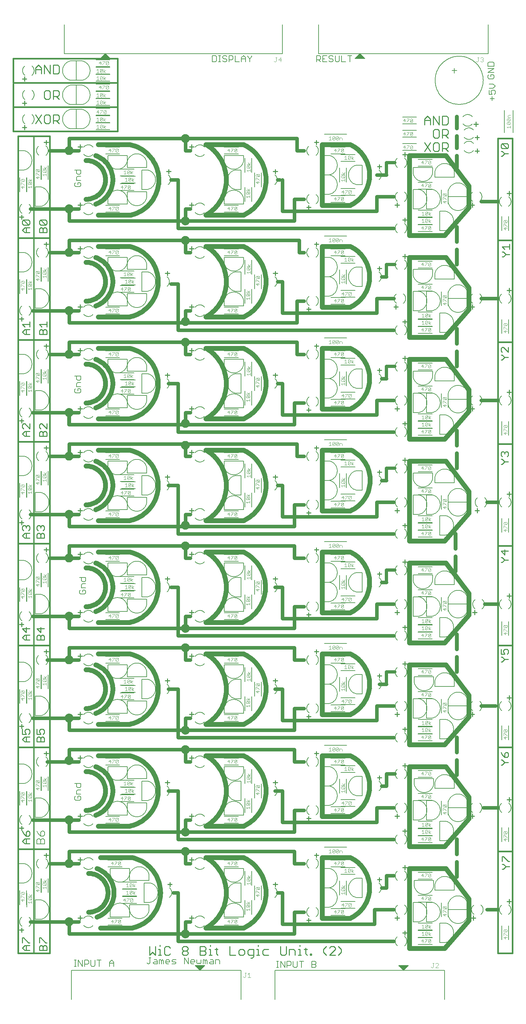
<source format=gto>
G75*
G70*
%OFA0B0*%
%FSLAX24Y24*%
%IPPOS*%
%LPD*%
%AMOC8*
5,1,8,0,0,1.08239X$1,22.5*
%
%ADD10C,0.0500*%
%ADD11C,0.0350*%
%ADD12C,0.0160*%
%ADD13C,0.0120*%
%ADD14C,0.0100*%
%ADD15C,0.0070*%
%ADD16C,0.0060*%
%ADD17C,0.0400*%
%ADD18C,0.0320*%
%ADD19C,0.0040*%
%ADD20C,0.0050*%
%ADD21C,0.0030*%
D10*
X009225Y011125D02*
X009346Y011173D01*
X009464Y011226D01*
X009580Y011285D01*
X009693Y011350D01*
X009802Y011420D01*
X009908Y011495D01*
X010011Y011575D01*
X010109Y011661D01*
X010202Y011751D01*
X010292Y011845D01*
X010376Y011944D01*
X010456Y012047D01*
X010531Y012153D01*
X010600Y012263D01*
X010664Y012376D01*
X010722Y012492D01*
X010774Y012611D01*
X010821Y012733D01*
X010861Y012856D01*
X010896Y012981D01*
X010924Y013108D01*
X010946Y013236D01*
X010962Y013365D01*
X010972Y013495D01*
X010975Y013625D01*
X010972Y013755D01*
X010962Y013885D01*
X010946Y014014D01*
X010924Y014142D01*
X010896Y014269D01*
X010861Y014394D01*
X010821Y014517D01*
X010774Y014639D01*
X010722Y014758D01*
X010664Y014874D01*
X010600Y014987D01*
X010531Y015097D01*
X010456Y015203D01*
X010376Y015306D01*
X010292Y015405D01*
X010202Y015499D01*
X010109Y015589D01*
X010011Y015675D01*
X009908Y015755D01*
X009802Y015830D01*
X009693Y015900D01*
X009580Y015965D01*
X009464Y016024D01*
X009346Y016077D01*
X009225Y016125D01*
X009600Y017250D02*
X012850Y017250D01*
X012600Y020500D02*
X009350Y020500D01*
X009100Y021625D02*
X009221Y021673D01*
X009339Y021726D01*
X009455Y021785D01*
X009568Y021850D01*
X009677Y021920D01*
X009783Y021995D01*
X009886Y022075D01*
X009984Y022161D01*
X010077Y022251D01*
X010167Y022345D01*
X010251Y022444D01*
X010331Y022547D01*
X010406Y022653D01*
X010475Y022763D01*
X010539Y022876D01*
X010597Y022992D01*
X010649Y023111D01*
X010696Y023233D01*
X010736Y023356D01*
X010771Y023481D01*
X010799Y023608D01*
X010821Y023736D01*
X010837Y023865D01*
X010847Y023995D01*
X010850Y024125D01*
X010847Y024255D01*
X010837Y024385D01*
X010821Y024514D01*
X010799Y024642D01*
X010771Y024769D01*
X010736Y024894D01*
X010696Y025017D01*
X010649Y025139D01*
X010597Y025258D01*
X010539Y025374D01*
X010475Y025487D01*
X010406Y025597D01*
X010331Y025703D01*
X010251Y025806D01*
X010167Y025905D01*
X010077Y025999D01*
X009984Y026089D01*
X009886Y026175D01*
X009783Y026255D01*
X009677Y026330D01*
X009568Y026400D01*
X009455Y026465D01*
X009339Y026524D01*
X009221Y026577D01*
X009100Y026625D01*
X009350Y027750D02*
X012600Y027750D01*
X012600Y031000D02*
X009350Y031000D01*
X009100Y032125D02*
X009221Y032173D01*
X009339Y032226D01*
X009455Y032285D01*
X009568Y032350D01*
X009677Y032420D01*
X009783Y032495D01*
X009886Y032575D01*
X009984Y032661D01*
X010077Y032751D01*
X010167Y032845D01*
X010251Y032944D01*
X010331Y033047D01*
X010406Y033153D01*
X010475Y033263D01*
X010539Y033376D01*
X010597Y033492D01*
X010649Y033611D01*
X010696Y033733D01*
X010736Y033856D01*
X010771Y033981D01*
X010799Y034108D01*
X010821Y034236D01*
X010837Y034365D01*
X010847Y034495D01*
X010850Y034625D01*
X010847Y034755D01*
X010837Y034885D01*
X010821Y035014D01*
X010799Y035142D01*
X010771Y035269D01*
X010736Y035394D01*
X010696Y035517D01*
X010649Y035639D01*
X010597Y035758D01*
X010539Y035874D01*
X010475Y035987D01*
X010406Y036097D01*
X010331Y036203D01*
X010251Y036306D01*
X010167Y036405D01*
X010077Y036499D01*
X009984Y036589D01*
X009886Y036675D01*
X009783Y036755D01*
X009677Y036830D01*
X009568Y036900D01*
X009455Y036965D01*
X009339Y037024D01*
X009221Y037077D01*
X009100Y037125D01*
X009350Y038250D02*
X012600Y038250D01*
X012600Y041500D02*
X009350Y041500D01*
X009100Y042625D02*
X009221Y042673D01*
X009339Y042726D01*
X009455Y042785D01*
X009568Y042850D01*
X009677Y042920D01*
X009783Y042995D01*
X009886Y043075D01*
X009984Y043161D01*
X010077Y043251D01*
X010167Y043345D01*
X010251Y043444D01*
X010331Y043547D01*
X010406Y043653D01*
X010475Y043763D01*
X010539Y043876D01*
X010597Y043992D01*
X010649Y044111D01*
X010696Y044233D01*
X010736Y044356D01*
X010771Y044481D01*
X010799Y044608D01*
X010821Y044736D01*
X010837Y044865D01*
X010847Y044995D01*
X010850Y045125D01*
X010847Y045255D01*
X010837Y045385D01*
X010821Y045514D01*
X010799Y045642D01*
X010771Y045769D01*
X010736Y045894D01*
X010696Y046017D01*
X010649Y046139D01*
X010597Y046258D01*
X010539Y046374D01*
X010475Y046487D01*
X010406Y046597D01*
X010331Y046703D01*
X010251Y046806D01*
X010167Y046905D01*
X010077Y046999D01*
X009984Y047089D01*
X009886Y047175D01*
X009783Y047255D01*
X009677Y047330D01*
X009568Y047400D01*
X009455Y047465D01*
X009339Y047524D01*
X009221Y047577D01*
X009100Y047625D01*
X009350Y048750D02*
X012600Y048750D01*
X012600Y052000D02*
X009350Y052000D01*
X009100Y053125D02*
X009221Y053173D01*
X009339Y053226D01*
X009455Y053285D01*
X009568Y053350D01*
X009677Y053420D01*
X009783Y053495D01*
X009886Y053575D01*
X009984Y053661D01*
X010077Y053751D01*
X010167Y053845D01*
X010251Y053944D01*
X010331Y054047D01*
X010406Y054153D01*
X010475Y054263D01*
X010539Y054376D01*
X010597Y054492D01*
X010649Y054611D01*
X010696Y054733D01*
X010736Y054856D01*
X010771Y054981D01*
X010799Y055108D01*
X010821Y055236D01*
X010837Y055365D01*
X010847Y055495D01*
X010850Y055625D01*
X010847Y055755D01*
X010837Y055885D01*
X010821Y056014D01*
X010799Y056142D01*
X010771Y056269D01*
X010736Y056394D01*
X010696Y056517D01*
X010649Y056639D01*
X010597Y056758D01*
X010539Y056874D01*
X010475Y056987D01*
X010406Y057097D01*
X010331Y057203D01*
X010251Y057306D01*
X010167Y057405D01*
X010077Y057499D01*
X009984Y057589D01*
X009886Y057675D01*
X009783Y057755D01*
X009677Y057830D01*
X009568Y057900D01*
X009455Y057965D01*
X009339Y058024D01*
X009221Y058077D01*
X009100Y058125D01*
X009350Y059250D02*
X012600Y059250D01*
X012600Y062500D02*
X009350Y062500D01*
X009100Y063625D02*
X009221Y063673D01*
X009339Y063726D01*
X009455Y063785D01*
X009568Y063850D01*
X009677Y063920D01*
X009783Y063995D01*
X009886Y064075D01*
X009984Y064161D01*
X010077Y064251D01*
X010167Y064345D01*
X010251Y064444D01*
X010331Y064547D01*
X010406Y064653D01*
X010475Y064763D01*
X010539Y064876D01*
X010597Y064992D01*
X010649Y065111D01*
X010696Y065233D01*
X010736Y065356D01*
X010771Y065481D01*
X010799Y065608D01*
X010821Y065736D01*
X010837Y065865D01*
X010847Y065995D01*
X010850Y066125D01*
X010847Y066255D01*
X010837Y066385D01*
X010821Y066514D01*
X010799Y066642D01*
X010771Y066769D01*
X010736Y066894D01*
X010696Y067017D01*
X010649Y067139D01*
X010597Y067258D01*
X010539Y067374D01*
X010475Y067487D01*
X010406Y067597D01*
X010331Y067703D01*
X010251Y067806D01*
X010167Y067905D01*
X010077Y067999D01*
X009984Y068089D01*
X009886Y068175D01*
X009783Y068255D01*
X009677Y068330D01*
X009568Y068400D01*
X009455Y068465D01*
X009339Y068524D01*
X009221Y068577D01*
X009100Y068625D01*
X009350Y069750D02*
X012600Y069750D01*
X012775Y069708D01*
X012948Y069657D01*
X013118Y069599D01*
X013285Y069532D01*
X013448Y069457D01*
X013608Y069374D01*
X013764Y069283D01*
X013915Y069185D01*
X014061Y069080D01*
X014202Y068968D01*
X014337Y068849D01*
X014466Y068724D01*
X014589Y068593D01*
X014706Y068456D01*
X014816Y068313D01*
X014918Y068165D01*
X015014Y068012D01*
X015101Y067855D01*
X015182Y067694D01*
X015254Y067529D01*
X015318Y067361D01*
X015374Y067190D01*
X015421Y067016D01*
X015460Y066841D01*
X015491Y066663D01*
X015513Y066484D01*
X015526Y066305D01*
X015530Y066125D01*
X015526Y065945D01*
X015513Y065766D01*
X015491Y065587D01*
X015460Y065409D01*
X015421Y065234D01*
X015374Y065060D01*
X015318Y064889D01*
X015254Y064721D01*
X015182Y064556D01*
X015101Y064395D01*
X015014Y064238D01*
X014918Y064085D01*
X014816Y063937D01*
X014706Y063794D01*
X014589Y063657D01*
X014466Y063526D01*
X014337Y063401D01*
X014202Y063282D01*
X014061Y063170D01*
X013915Y063065D01*
X013764Y062967D01*
X013608Y062876D01*
X013448Y062793D01*
X013285Y062718D01*
X013118Y062651D01*
X012948Y062593D01*
X012775Y062542D01*
X012600Y062500D01*
X012600Y059250D02*
X012775Y059208D01*
X012948Y059157D01*
X013118Y059099D01*
X013285Y059032D01*
X013448Y058957D01*
X013608Y058874D01*
X013764Y058783D01*
X013915Y058685D01*
X014061Y058580D01*
X014202Y058468D01*
X014337Y058349D01*
X014466Y058224D01*
X014589Y058093D01*
X014706Y057956D01*
X014816Y057813D01*
X014918Y057665D01*
X015014Y057512D01*
X015101Y057355D01*
X015182Y057194D01*
X015254Y057029D01*
X015318Y056861D01*
X015374Y056690D01*
X015421Y056516D01*
X015460Y056341D01*
X015491Y056163D01*
X015513Y055984D01*
X015526Y055805D01*
X015530Y055625D01*
X015526Y055445D01*
X015513Y055266D01*
X015491Y055087D01*
X015460Y054909D01*
X015421Y054734D01*
X015374Y054560D01*
X015318Y054389D01*
X015254Y054221D01*
X015182Y054056D01*
X015101Y053895D01*
X015014Y053738D01*
X014918Y053585D01*
X014816Y053437D01*
X014706Y053294D01*
X014589Y053157D01*
X014466Y053026D01*
X014337Y052901D01*
X014202Y052782D01*
X014061Y052670D01*
X013915Y052565D01*
X013764Y052467D01*
X013608Y052376D01*
X013448Y052293D01*
X013285Y052218D01*
X013118Y052151D01*
X012948Y052093D01*
X012775Y052042D01*
X012600Y052000D01*
X012600Y048750D02*
X012775Y048708D01*
X012948Y048657D01*
X013118Y048599D01*
X013285Y048532D01*
X013448Y048457D01*
X013608Y048374D01*
X013764Y048283D01*
X013915Y048185D01*
X014061Y048080D01*
X014202Y047968D01*
X014337Y047849D01*
X014466Y047724D01*
X014589Y047593D01*
X014706Y047456D01*
X014816Y047313D01*
X014918Y047165D01*
X015014Y047012D01*
X015101Y046855D01*
X015182Y046694D01*
X015254Y046529D01*
X015318Y046361D01*
X015374Y046190D01*
X015421Y046016D01*
X015460Y045841D01*
X015491Y045663D01*
X015513Y045484D01*
X015526Y045305D01*
X015530Y045125D01*
X015526Y044945D01*
X015513Y044766D01*
X015491Y044587D01*
X015460Y044409D01*
X015421Y044234D01*
X015374Y044060D01*
X015318Y043889D01*
X015254Y043721D01*
X015182Y043556D01*
X015101Y043395D01*
X015014Y043238D01*
X014918Y043085D01*
X014816Y042937D01*
X014706Y042794D01*
X014589Y042657D01*
X014466Y042526D01*
X014337Y042401D01*
X014202Y042282D01*
X014061Y042170D01*
X013915Y042065D01*
X013764Y041967D01*
X013608Y041876D01*
X013448Y041793D01*
X013285Y041718D01*
X013118Y041651D01*
X012948Y041593D01*
X012775Y041542D01*
X012600Y041500D01*
X012600Y038250D02*
X012775Y038208D01*
X012948Y038157D01*
X013118Y038099D01*
X013285Y038032D01*
X013448Y037957D01*
X013608Y037874D01*
X013764Y037783D01*
X013915Y037685D01*
X014061Y037580D01*
X014202Y037468D01*
X014337Y037349D01*
X014466Y037224D01*
X014589Y037093D01*
X014706Y036956D01*
X014816Y036813D01*
X014918Y036665D01*
X015014Y036512D01*
X015101Y036355D01*
X015182Y036194D01*
X015254Y036029D01*
X015318Y035861D01*
X015374Y035690D01*
X015421Y035516D01*
X015460Y035341D01*
X015491Y035163D01*
X015513Y034984D01*
X015526Y034805D01*
X015530Y034625D01*
X015526Y034445D01*
X015513Y034266D01*
X015491Y034087D01*
X015460Y033909D01*
X015421Y033734D01*
X015374Y033560D01*
X015318Y033389D01*
X015254Y033221D01*
X015182Y033056D01*
X015101Y032895D01*
X015014Y032738D01*
X014918Y032585D01*
X014816Y032437D01*
X014706Y032294D01*
X014589Y032157D01*
X014466Y032026D01*
X014337Y031901D01*
X014202Y031782D01*
X014061Y031670D01*
X013915Y031565D01*
X013764Y031467D01*
X013608Y031376D01*
X013448Y031293D01*
X013285Y031218D01*
X013118Y031151D01*
X012948Y031093D01*
X012775Y031042D01*
X012600Y031000D01*
X012600Y027750D02*
X012775Y027708D01*
X012948Y027657D01*
X013118Y027599D01*
X013285Y027532D01*
X013448Y027457D01*
X013608Y027374D01*
X013764Y027283D01*
X013915Y027185D01*
X014061Y027080D01*
X014202Y026968D01*
X014337Y026849D01*
X014466Y026724D01*
X014589Y026593D01*
X014706Y026456D01*
X014816Y026313D01*
X014918Y026165D01*
X015014Y026012D01*
X015101Y025855D01*
X015182Y025694D01*
X015254Y025529D01*
X015318Y025361D01*
X015374Y025190D01*
X015421Y025016D01*
X015460Y024841D01*
X015491Y024663D01*
X015513Y024484D01*
X015526Y024305D01*
X015530Y024125D01*
X015526Y023945D01*
X015513Y023766D01*
X015491Y023587D01*
X015460Y023409D01*
X015421Y023234D01*
X015374Y023060D01*
X015318Y022889D01*
X015254Y022721D01*
X015182Y022556D01*
X015101Y022395D01*
X015014Y022238D01*
X014918Y022085D01*
X014816Y021937D01*
X014706Y021794D01*
X014589Y021657D01*
X014466Y021526D01*
X014337Y021401D01*
X014202Y021282D01*
X014061Y021170D01*
X013915Y021065D01*
X013764Y020967D01*
X013608Y020876D01*
X013448Y020793D01*
X013285Y020718D01*
X013118Y020651D01*
X012948Y020593D01*
X012775Y020542D01*
X012600Y020500D01*
X012850Y017250D02*
X013025Y017208D01*
X013198Y017157D01*
X013368Y017099D01*
X013535Y017032D01*
X013698Y016957D01*
X013858Y016874D01*
X014014Y016783D01*
X014165Y016685D01*
X014311Y016580D01*
X014452Y016468D01*
X014587Y016349D01*
X014716Y016224D01*
X014839Y016093D01*
X014956Y015956D01*
X015066Y015813D01*
X015168Y015665D01*
X015264Y015512D01*
X015351Y015355D01*
X015432Y015194D01*
X015504Y015029D01*
X015568Y014861D01*
X015624Y014690D01*
X015671Y014516D01*
X015710Y014341D01*
X015741Y014163D01*
X015763Y013984D01*
X015776Y013805D01*
X015780Y013625D01*
X015776Y013445D01*
X015763Y013266D01*
X015741Y013087D01*
X015710Y012909D01*
X015671Y012734D01*
X015624Y012560D01*
X015568Y012389D01*
X015504Y012221D01*
X015432Y012056D01*
X015351Y011895D01*
X015264Y011738D01*
X015168Y011585D01*
X015066Y011437D01*
X014956Y011294D01*
X014839Y011157D01*
X014716Y011026D01*
X014587Y010901D01*
X014452Y010782D01*
X014311Y010670D01*
X014165Y010565D01*
X014014Y010467D01*
X013858Y010376D01*
X013698Y010293D01*
X013535Y010218D01*
X013368Y010151D01*
X013198Y010093D01*
X013025Y010042D01*
X012850Y010000D01*
X009600Y010000D01*
X008350Y011625D02*
X008447Y011627D01*
X008543Y011634D01*
X008639Y011646D01*
X008734Y011662D01*
X008829Y011683D01*
X008922Y011709D01*
X009014Y011738D01*
X009104Y011773D01*
X009193Y011811D01*
X009279Y011854D01*
X009364Y011901D01*
X009446Y011952D01*
X009526Y012007D01*
X009602Y012066D01*
X009676Y012128D01*
X009747Y012194D01*
X009815Y012263D01*
X009879Y012335D01*
X009939Y012411D01*
X009996Y012489D01*
X010049Y012570D01*
X010098Y012653D01*
X010143Y012739D01*
X010184Y012826D01*
X010220Y012916D01*
X010252Y013007D01*
X010280Y013100D01*
X010303Y013193D01*
X010321Y013288D01*
X010335Y013384D01*
X010345Y013480D01*
X010349Y013577D01*
X010349Y013673D01*
X010345Y013770D01*
X010335Y013866D01*
X010321Y013962D01*
X010303Y014057D01*
X010280Y014150D01*
X010252Y014243D01*
X010220Y014334D01*
X010184Y014424D01*
X010143Y014511D01*
X010098Y014597D01*
X010049Y014680D01*
X009996Y014761D01*
X009939Y014839D01*
X009879Y014915D01*
X009815Y014987D01*
X009747Y015056D01*
X009676Y015122D01*
X009602Y015184D01*
X009526Y015243D01*
X009446Y015298D01*
X009364Y015349D01*
X009279Y015396D01*
X009193Y015439D01*
X009104Y015477D01*
X009014Y015512D01*
X008922Y015541D01*
X008829Y015567D01*
X008734Y015588D01*
X008639Y015604D01*
X008543Y015616D01*
X008447Y015623D01*
X008350Y015625D01*
X008100Y022125D02*
X008197Y022127D01*
X008293Y022134D01*
X008389Y022146D01*
X008484Y022162D01*
X008579Y022183D01*
X008672Y022209D01*
X008764Y022238D01*
X008854Y022273D01*
X008943Y022311D01*
X009029Y022354D01*
X009114Y022401D01*
X009196Y022452D01*
X009276Y022507D01*
X009352Y022566D01*
X009426Y022628D01*
X009497Y022694D01*
X009565Y022763D01*
X009629Y022835D01*
X009689Y022911D01*
X009746Y022989D01*
X009799Y023070D01*
X009848Y023153D01*
X009893Y023239D01*
X009934Y023326D01*
X009970Y023416D01*
X010002Y023507D01*
X010030Y023600D01*
X010053Y023693D01*
X010071Y023788D01*
X010085Y023884D01*
X010095Y023980D01*
X010099Y024077D01*
X010099Y024173D01*
X010095Y024270D01*
X010085Y024366D01*
X010071Y024462D01*
X010053Y024557D01*
X010030Y024650D01*
X010002Y024743D01*
X009970Y024834D01*
X009934Y024924D01*
X009893Y025011D01*
X009848Y025097D01*
X009799Y025180D01*
X009746Y025261D01*
X009689Y025339D01*
X009629Y025415D01*
X009565Y025487D01*
X009497Y025556D01*
X009426Y025622D01*
X009352Y025684D01*
X009276Y025743D01*
X009196Y025798D01*
X009114Y025849D01*
X009029Y025896D01*
X008943Y025939D01*
X008854Y025977D01*
X008764Y026012D01*
X008672Y026041D01*
X008579Y026067D01*
X008484Y026088D01*
X008389Y026104D01*
X008293Y026116D01*
X008197Y026123D01*
X008100Y026125D01*
X008100Y032625D02*
X008197Y032627D01*
X008293Y032634D01*
X008389Y032646D01*
X008484Y032662D01*
X008579Y032683D01*
X008672Y032709D01*
X008764Y032738D01*
X008854Y032773D01*
X008943Y032811D01*
X009029Y032854D01*
X009114Y032901D01*
X009196Y032952D01*
X009276Y033007D01*
X009352Y033066D01*
X009426Y033128D01*
X009497Y033194D01*
X009565Y033263D01*
X009629Y033335D01*
X009689Y033411D01*
X009746Y033489D01*
X009799Y033570D01*
X009848Y033653D01*
X009893Y033739D01*
X009934Y033826D01*
X009970Y033916D01*
X010002Y034007D01*
X010030Y034100D01*
X010053Y034193D01*
X010071Y034288D01*
X010085Y034384D01*
X010095Y034480D01*
X010099Y034577D01*
X010099Y034673D01*
X010095Y034770D01*
X010085Y034866D01*
X010071Y034962D01*
X010053Y035057D01*
X010030Y035150D01*
X010002Y035243D01*
X009970Y035334D01*
X009934Y035424D01*
X009893Y035511D01*
X009848Y035597D01*
X009799Y035680D01*
X009746Y035761D01*
X009689Y035839D01*
X009629Y035915D01*
X009565Y035987D01*
X009497Y036056D01*
X009426Y036122D01*
X009352Y036184D01*
X009276Y036243D01*
X009196Y036298D01*
X009114Y036349D01*
X009029Y036396D01*
X008943Y036439D01*
X008854Y036477D01*
X008764Y036512D01*
X008672Y036541D01*
X008579Y036567D01*
X008484Y036588D01*
X008389Y036604D01*
X008293Y036616D01*
X008197Y036623D01*
X008100Y036625D01*
X008100Y043125D02*
X008197Y043127D01*
X008293Y043134D01*
X008389Y043146D01*
X008484Y043162D01*
X008579Y043183D01*
X008672Y043209D01*
X008764Y043238D01*
X008854Y043273D01*
X008943Y043311D01*
X009029Y043354D01*
X009114Y043401D01*
X009196Y043452D01*
X009276Y043507D01*
X009352Y043566D01*
X009426Y043628D01*
X009497Y043694D01*
X009565Y043763D01*
X009629Y043835D01*
X009689Y043911D01*
X009746Y043989D01*
X009799Y044070D01*
X009848Y044153D01*
X009893Y044239D01*
X009934Y044326D01*
X009970Y044416D01*
X010002Y044507D01*
X010030Y044600D01*
X010053Y044693D01*
X010071Y044788D01*
X010085Y044884D01*
X010095Y044980D01*
X010099Y045077D01*
X010099Y045173D01*
X010095Y045270D01*
X010085Y045366D01*
X010071Y045462D01*
X010053Y045557D01*
X010030Y045650D01*
X010002Y045743D01*
X009970Y045834D01*
X009934Y045924D01*
X009893Y046011D01*
X009848Y046097D01*
X009799Y046180D01*
X009746Y046261D01*
X009689Y046339D01*
X009629Y046415D01*
X009565Y046487D01*
X009497Y046556D01*
X009426Y046622D01*
X009352Y046684D01*
X009276Y046743D01*
X009196Y046798D01*
X009114Y046849D01*
X009029Y046896D01*
X008943Y046939D01*
X008854Y046977D01*
X008764Y047012D01*
X008672Y047041D01*
X008579Y047067D01*
X008484Y047088D01*
X008389Y047104D01*
X008293Y047116D01*
X008197Y047123D01*
X008100Y047125D01*
X008100Y053625D02*
X008197Y053627D01*
X008293Y053634D01*
X008389Y053646D01*
X008484Y053662D01*
X008579Y053683D01*
X008672Y053709D01*
X008764Y053738D01*
X008854Y053773D01*
X008943Y053811D01*
X009029Y053854D01*
X009114Y053901D01*
X009196Y053952D01*
X009276Y054007D01*
X009352Y054066D01*
X009426Y054128D01*
X009497Y054194D01*
X009565Y054263D01*
X009629Y054335D01*
X009689Y054411D01*
X009746Y054489D01*
X009799Y054570D01*
X009848Y054653D01*
X009893Y054739D01*
X009934Y054826D01*
X009970Y054916D01*
X010002Y055007D01*
X010030Y055100D01*
X010053Y055193D01*
X010071Y055288D01*
X010085Y055384D01*
X010095Y055480D01*
X010099Y055577D01*
X010099Y055673D01*
X010095Y055770D01*
X010085Y055866D01*
X010071Y055962D01*
X010053Y056057D01*
X010030Y056150D01*
X010002Y056243D01*
X009970Y056334D01*
X009934Y056424D01*
X009893Y056511D01*
X009848Y056597D01*
X009799Y056680D01*
X009746Y056761D01*
X009689Y056839D01*
X009629Y056915D01*
X009565Y056987D01*
X009497Y057056D01*
X009426Y057122D01*
X009352Y057184D01*
X009276Y057243D01*
X009196Y057298D01*
X009114Y057349D01*
X009029Y057396D01*
X008943Y057439D01*
X008854Y057477D01*
X008764Y057512D01*
X008672Y057541D01*
X008579Y057567D01*
X008484Y057588D01*
X008389Y057604D01*
X008293Y057616D01*
X008197Y057623D01*
X008100Y057625D01*
X008100Y064125D02*
X008197Y064127D01*
X008293Y064134D01*
X008389Y064146D01*
X008484Y064162D01*
X008579Y064183D01*
X008672Y064209D01*
X008764Y064238D01*
X008854Y064273D01*
X008943Y064311D01*
X009029Y064354D01*
X009114Y064401D01*
X009196Y064452D01*
X009276Y064507D01*
X009352Y064566D01*
X009426Y064628D01*
X009497Y064694D01*
X009565Y064763D01*
X009629Y064835D01*
X009689Y064911D01*
X009746Y064989D01*
X009799Y065070D01*
X009848Y065153D01*
X009893Y065239D01*
X009934Y065326D01*
X009970Y065416D01*
X010002Y065507D01*
X010030Y065600D01*
X010053Y065693D01*
X010071Y065788D01*
X010085Y065884D01*
X010095Y065980D01*
X010099Y066077D01*
X010099Y066173D01*
X010095Y066270D01*
X010085Y066366D01*
X010071Y066462D01*
X010053Y066557D01*
X010030Y066650D01*
X010002Y066743D01*
X009970Y066834D01*
X009934Y066924D01*
X009893Y067011D01*
X009848Y067097D01*
X009799Y067180D01*
X009746Y067261D01*
X009689Y067339D01*
X009629Y067415D01*
X009565Y067487D01*
X009497Y067556D01*
X009426Y067622D01*
X009352Y067684D01*
X009276Y067743D01*
X009196Y067798D01*
X009114Y067849D01*
X009029Y067896D01*
X008943Y067939D01*
X008854Y067977D01*
X008764Y068012D01*
X008672Y068041D01*
X008579Y068067D01*
X008484Y068088D01*
X008389Y068104D01*
X008293Y068116D01*
X008197Y068123D01*
X008100Y068125D01*
X009350Y073000D02*
X012600Y073000D01*
X012775Y073042D01*
X012948Y073093D01*
X013118Y073151D01*
X013285Y073218D01*
X013448Y073293D01*
X013608Y073376D01*
X013764Y073467D01*
X013915Y073565D01*
X014061Y073670D01*
X014202Y073782D01*
X014337Y073901D01*
X014466Y074026D01*
X014589Y074157D01*
X014706Y074294D01*
X014816Y074437D01*
X014918Y074585D01*
X015014Y074738D01*
X015101Y074895D01*
X015182Y075056D01*
X015254Y075221D01*
X015318Y075389D01*
X015374Y075560D01*
X015421Y075734D01*
X015460Y075909D01*
X015491Y076087D01*
X015513Y076266D01*
X015526Y076445D01*
X015530Y076625D01*
X015526Y076805D01*
X015513Y076984D01*
X015491Y077163D01*
X015460Y077341D01*
X015421Y077516D01*
X015374Y077690D01*
X015318Y077861D01*
X015254Y078029D01*
X015182Y078194D01*
X015101Y078355D01*
X015014Y078512D01*
X014918Y078665D01*
X014816Y078813D01*
X014706Y078956D01*
X014589Y079093D01*
X014466Y079224D01*
X014337Y079349D01*
X014202Y079468D01*
X014061Y079580D01*
X013915Y079685D01*
X013764Y079783D01*
X013608Y079874D01*
X013448Y079957D01*
X013285Y080032D01*
X013118Y080099D01*
X012948Y080157D01*
X012775Y080208D01*
X012600Y080250D01*
X009350Y080250D01*
X009350Y083500D02*
X012725Y083500D01*
X012900Y083545D01*
X013072Y083599D01*
X013241Y083660D01*
X013407Y083730D01*
X013569Y083808D01*
X013727Y083894D01*
X013882Y083987D01*
X014031Y084087D01*
X014175Y084195D01*
X014314Y084310D01*
X014447Y084431D01*
X014574Y084558D01*
X014695Y084692D01*
X014809Y084831D01*
X014917Y084976D01*
X015017Y085125D01*
X015110Y085279D01*
X015195Y085438D01*
X015272Y085601D01*
X015341Y085767D01*
X015403Y085936D01*
X015456Y086108D01*
X015500Y086283D01*
X015536Y086459D01*
X015563Y086637D01*
X015582Y086816D01*
X015592Y086996D01*
X015593Y087176D01*
X015586Y087356D01*
X015570Y087535D01*
X015545Y087713D01*
X015511Y087890D01*
X015469Y088065D01*
X015419Y088238D01*
X015360Y088408D01*
X015293Y088575D01*
X015218Y088739D01*
X015135Y088899D01*
X015044Y089055D01*
X014946Y089206D01*
X014841Y089352D01*
X014729Y089492D01*
X014610Y089628D01*
X014485Y089757D01*
X014353Y089880D01*
X014216Y089996D01*
X014073Y090106D01*
X013925Y090209D01*
X013773Y090304D01*
X013615Y090392D01*
X013454Y090472D01*
X013289Y090544D01*
X013121Y090608D01*
X012950Y090664D01*
X012776Y090712D01*
X012600Y090751D01*
X012600Y090750D02*
X009350Y090750D01*
X009100Y089625D02*
X009221Y089577D01*
X009339Y089524D01*
X009455Y089465D01*
X009568Y089400D01*
X009677Y089330D01*
X009783Y089255D01*
X009886Y089175D01*
X009984Y089089D01*
X010077Y088999D01*
X010167Y088905D01*
X010251Y088806D01*
X010331Y088703D01*
X010406Y088597D01*
X010475Y088487D01*
X010539Y088374D01*
X010597Y088258D01*
X010649Y088139D01*
X010696Y088017D01*
X010736Y087894D01*
X010771Y087769D01*
X010799Y087642D01*
X010821Y087514D01*
X010837Y087385D01*
X010847Y087255D01*
X010850Y087125D01*
X010847Y086995D01*
X010837Y086865D01*
X010821Y086736D01*
X010799Y086608D01*
X010771Y086481D01*
X010736Y086356D01*
X010696Y086233D01*
X010649Y086111D01*
X010597Y085992D01*
X010539Y085876D01*
X010475Y085763D01*
X010406Y085653D01*
X010331Y085547D01*
X010251Y085444D01*
X010167Y085345D01*
X010077Y085251D01*
X009984Y085161D01*
X009886Y085075D01*
X009783Y084995D01*
X009677Y084920D01*
X009568Y084850D01*
X009455Y084785D01*
X009339Y084726D01*
X009221Y084673D01*
X009100Y084625D01*
X008100Y085125D02*
X008197Y085127D01*
X008293Y085134D01*
X008389Y085146D01*
X008484Y085162D01*
X008579Y085183D01*
X008672Y085209D01*
X008764Y085238D01*
X008854Y085273D01*
X008943Y085311D01*
X009029Y085354D01*
X009114Y085401D01*
X009196Y085452D01*
X009276Y085507D01*
X009352Y085566D01*
X009426Y085628D01*
X009497Y085694D01*
X009565Y085763D01*
X009629Y085835D01*
X009689Y085911D01*
X009746Y085989D01*
X009799Y086070D01*
X009848Y086153D01*
X009893Y086239D01*
X009934Y086326D01*
X009970Y086416D01*
X010002Y086507D01*
X010030Y086600D01*
X010053Y086693D01*
X010071Y086788D01*
X010085Y086884D01*
X010095Y086980D01*
X010099Y087077D01*
X010099Y087173D01*
X010095Y087270D01*
X010085Y087366D01*
X010071Y087462D01*
X010053Y087557D01*
X010030Y087650D01*
X010002Y087743D01*
X009970Y087834D01*
X009934Y087924D01*
X009893Y088011D01*
X009848Y088097D01*
X009799Y088180D01*
X009746Y088261D01*
X009689Y088339D01*
X009629Y088415D01*
X009565Y088487D01*
X009497Y088556D01*
X009426Y088622D01*
X009352Y088684D01*
X009276Y088743D01*
X009196Y088798D01*
X009114Y088849D01*
X009029Y088896D01*
X008943Y088939D01*
X008854Y088977D01*
X008764Y089012D01*
X008672Y089041D01*
X008579Y089067D01*
X008484Y089088D01*
X008389Y089104D01*
X008293Y089116D01*
X008197Y089123D01*
X008100Y089125D01*
X008100Y078625D02*
X008197Y078623D01*
X008293Y078616D01*
X008389Y078604D01*
X008484Y078588D01*
X008579Y078567D01*
X008672Y078541D01*
X008764Y078512D01*
X008854Y078477D01*
X008943Y078439D01*
X009029Y078396D01*
X009114Y078349D01*
X009196Y078298D01*
X009276Y078243D01*
X009352Y078184D01*
X009426Y078122D01*
X009497Y078056D01*
X009565Y077987D01*
X009629Y077915D01*
X009689Y077839D01*
X009746Y077761D01*
X009799Y077680D01*
X009848Y077597D01*
X009893Y077511D01*
X009934Y077424D01*
X009970Y077334D01*
X010002Y077243D01*
X010030Y077150D01*
X010053Y077057D01*
X010071Y076962D01*
X010085Y076866D01*
X010095Y076770D01*
X010099Y076673D01*
X010099Y076577D01*
X010095Y076480D01*
X010085Y076384D01*
X010071Y076288D01*
X010053Y076193D01*
X010030Y076100D01*
X010002Y076007D01*
X009970Y075916D01*
X009934Y075826D01*
X009893Y075739D01*
X009848Y075653D01*
X009799Y075570D01*
X009746Y075489D01*
X009689Y075411D01*
X009629Y075335D01*
X009565Y075263D01*
X009497Y075194D01*
X009426Y075128D01*
X009352Y075066D01*
X009276Y075007D01*
X009196Y074952D01*
X009114Y074901D01*
X009029Y074854D01*
X008943Y074811D01*
X008854Y074773D01*
X008764Y074738D01*
X008672Y074709D01*
X008579Y074683D01*
X008484Y074662D01*
X008389Y074646D01*
X008293Y074634D01*
X008197Y074627D01*
X008100Y074625D01*
X009100Y074125D02*
X009221Y074173D01*
X009339Y074226D01*
X009455Y074285D01*
X009568Y074350D01*
X009677Y074420D01*
X009783Y074495D01*
X009886Y074575D01*
X009984Y074661D01*
X010077Y074751D01*
X010167Y074845D01*
X010251Y074944D01*
X010331Y075047D01*
X010406Y075153D01*
X010475Y075263D01*
X010539Y075376D01*
X010597Y075492D01*
X010649Y075611D01*
X010696Y075733D01*
X010736Y075856D01*
X010771Y075981D01*
X010799Y076108D01*
X010821Y076236D01*
X010837Y076365D01*
X010847Y076495D01*
X010850Y076625D01*
X010847Y076755D01*
X010837Y076885D01*
X010821Y077014D01*
X010799Y077142D01*
X010771Y077269D01*
X010736Y077394D01*
X010696Y077517D01*
X010649Y077639D01*
X010597Y077758D01*
X010539Y077874D01*
X010475Y077987D01*
X010406Y078097D01*
X010331Y078203D01*
X010251Y078306D01*
X010167Y078405D01*
X010077Y078499D01*
X009984Y078589D01*
X009886Y078675D01*
X009783Y078755D01*
X009677Y078830D01*
X009568Y078900D01*
X009455Y078965D01*
X009339Y079024D01*
X009221Y079077D01*
X009100Y079125D01*
X020475Y080250D02*
X020648Y080143D01*
X020816Y080028D01*
X020978Y079905D01*
X021134Y079775D01*
X021283Y079636D01*
X021426Y079491D01*
X021561Y079339D01*
X021689Y079181D01*
X021809Y079016D01*
X021921Y078846D01*
X022024Y078671D01*
X022119Y078491D01*
X022205Y078307D01*
X022282Y078118D01*
X022350Y077926D01*
X022409Y077731D01*
X022457Y077534D01*
X022497Y077334D01*
X022526Y077133D01*
X022546Y076930D01*
X022556Y076727D01*
X022556Y076523D01*
X022546Y076320D01*
X022526Y076117D01*
X022497Y075916D01*
X022457Y075716D01*
X022409Y075519D01*
X022350Y075324D01*
X022282Y075132D01*
X022205Y074943D01*
X022119Y074759D01*
X022024Y074579D01*
X021921Y074404D01*
X021809Y074234D01*
X021689Y074069D01*
X021561Y073911D01*
X021426Y073759D01*
X021283Y073614D01*
X021134Y073475D01*
X020978Y073345D01*
X020816Y073222D01*
X020648Y073107D01*
X020475Y073000D01*
X024350Y073000D01*
X024523Y073086D01*
X024692Y073180D01*
X024856Y073282D01*
X025015Y073392D01*
X025168Y073509D01*
X025315Y073634D01*
X025457Y073765D01*
X025591Y073904D01*
X025719Y074048D01*
X025840Y074199D01*
X025954Y074355D01*
X026059Y074517D01*
X026157Y074683D01*
X026247Y074854D01*
X026328Y075029D01*
X026401Y075208D01*
X026465Y075390D01*
X026520Y075575D01*
X026566Y075763D01*
X026603Y075952D01*
X026631Y076143D01*
X026650Y076336D01*
X026659Y076528D01*
X026659Y076722D01*
X026650Y076914D01*
X026631Y077107D01*
X026603Y077298D01*
X026566Y077487D01*
X026520Y077675D01*
X026465Y077860D01*
X026401Y078042D01*
X026328Y078221D01*
X026247Y078396D01*
X026157Y078567D01*
X026059Y078733D01*
X025954Y078895D01*
X025840Y079051D01*
X025719Y079202D01*
X025591Y079346D01*
X025457Y079485D01*
X025315Y079616D01*
X025168Y079741D01*
X025015Y079858D01*
X024856Y079968D01*
X024692Y080070D01*
X024523Y080164D01*
X024350Y080250D01*
X020475Y080250D01*
X020475Y083500D02*
X024350Y083500D01*
X024523Y083586D01*
X024692Y083680D01*
X024856Y083782D01*
X025015Y083892D01*
X025168Y084009D01*
X025315Y084134D01*
X025457Y084265D01*
X025591Y084404D01*
X025719Y084548D01*
X025840Y084699D01*
X025954Y084855D01*
X026059Y085017D01*
X026157Y085183D01*
X026247Y085354D01*
X026328Y085529D01*
X026401Y085708D01*
X026465Y085890D01*
X026520Y086075D01*
X026566Y086263D01*
X026603Y086452D01*
X026631Y086643D01*
X026650Y086836D01*
X026659Y087028D01*
X026659Y087222D01*
X026650Y087414D01*
X026631Y087607D01*
X026603Y087798D01*
X026566Y087987D01*
X026520Y088175D01*
X026465Y088360D01*
X026401Y088542D01*
X026328Y088721D01*
X026247Y088896D01*
X026157Y089067D01*
X026059Y089233D01*
X025954Y089395D01*
X025840Y089551D01*
X025719Y089702D01*
X025591Y089846D01*
X025457Y089985D01*
X025315Y090116D01*
X025168Y090241D01*
X025015Y090358D01*
X024856Y090468D01*
X024692Y090570D01*
X024523Y090664D01*
X024350Y090750D01*
X020475Y090750D01*
X020648Y090643D01*
X020816Y090528D01*
X020978Y090405D01*
X021134Y090275D01*
X021283Y090136D01*
X021426Y089991D01*
X021561Y089839D01*
X021689Y089681D01*
X021809Y089516D01*
X021921Y089346D01*
X022024Y089171D01*
X022119Y088991D01*
X022205Y088807D01*
X022282Y088618D01*
X022350Y088426D01*
X022409Y088231D01*
X022457Y088034D01*
X022497Y087834D01*
X022526Y087633D01*
X022546Y087430D01*
X022556Y087227D01*
X022556Y087023D01*
X022546Y086820D01*
X022526Y086617D01*
X022497Y086416D01*
X022457Y086216D01*
X022409Y086019D01*
X022350Y085824D01*
X022282Y085632D01*
X022205Y085443D01*
X022119Y085259D01*
X022024Y085079D01*
X021921Y084904D01*
X021809Y084734D01*
X021689Y084569D01*
X021561Y084411D01*
X021426Y084259D01*
X021283Y084114D01*
X021134Y083975D01*
X020978Y083845D01*
X020816Y083722D01*
X020648Y083607D01*
X020475Y083500D01*
X020475Y069750D02*
X024350Y069750D01*
X024523Y069664D01*
X024692Y069570D01*
X024856Y069468D01*
X025015Y069358D01*
X025168Y069241D01*
X025315Y069116D01*
X025457Y068985D01*
X025591Y068846D01*
X025719Y068702D01*
X025840Y068551D01*
X025954Y068395D01*
X026059Y068233D01*
X026157Y068067D01*
X026247Y067896D01*
X026328Y067721D01*
X026401Y067542D01*
X026465Y067360D01*
X026520Y067175D01*
X026566Y066987D01*
X026603Y066798D01*
X026631Y066607D01*
X026650Y066414D01*
X026659Y066222D01*
X026659Y066028D01*
X026650Y065836D01*
X026631Y065643D01*
X026603Y065452D01*
X026566Y065263D01*
X026520Y065075D01*
X026465Y064890D01*
X026401Y064708D01*
X026328Y064529D01*
X026247Y064354D01*
X026157Y064183D01*
X026059Y064017D01*
X025954Y063855D01*
X025840Y063699D01*
X025719Y063548D01*
X025591Y063404D01*
X025457Y063265D01*
X025315Y063134D01*
X025168Y063009D01*
X025015Y062892D01*
X024856Y062782D01*
X024692Y062680D01*
X024523Y062586D01*
X024350Y062500D01*
X020475Y062500D01*
X020475Y059250D02*
X024350Y059250D01*
X024523Y059164D01*
X024692Y059070D01*
X024856Y058968D01*
X025015Y058858D01*
X025168Y058741D01*
X025315Y058616D01*
X025457Y058485D01*
X025591Y058346D01*
X025719Y058202D01*
X025840Y058051D01*
X025954Y057895D01*
X026059Y057733D01*
X026157Y057567D01*
X026247Y057396D01*
X026328Y057221D01*
X026401Y057042D01*
X026465Y056860D01*
X026520Y056675D01*
X026566Y056487D01*
X026603Y056298D01*
X026631Y056107D01*
X026650Y055914D01*
X026659Y055722D01*
X026659Y055528D01*
X026650Y055336D01*
X026631Y055143D01*
X026603Y054952D01*
X026566Y054763D01*
X026520Y054575D01*
X026465Y054390D01*
X026401Y054208D01*
X026328Y054029D01*
X026247Y053854D01*
X026157Y053683D01*
X026059Y053517D01*
X025954Y053355D01*
X025840Y053199D01*
X025719Y053048D01*
X025591Y052904D01*
X025457Y052765D01*
X025315Y052634D01*
X025168Y052509D01*
X025015Y052392D01*
X024856Y052282D01*
X024692Y052180D01*
X024523Y052086D01*
X024350Y052000D01*
X020475Y052000D01*
X020475Y048750D02*
X024350Y048750D01*
X024521Y048661D01*
X024688Y048564D01*
X024850Y048459D01*
X025007Y048346D01*
X025158Y048226D01*
X025304Y048099D01*
X025443Y047965D01*
X025575Y047825D01*
X025700Y047678D01*
X025819Y047525D01*
X025929Y047367D01*
X026032Y047203D01*
X026127Y047035D01*
X026214Y046863D01*
X026292Y046686D01*
X026362Y046506D01*
X026422Y046323D01*
X026474Y046137D01*
X026517Y045949D01*
X026551Y045759D01*
X026576Y045567D01*
X026591Y045375D01*
X026597Y045182D01*
X026594Y044989D01*
X026581Y044796D01*
X026559Y044604D01*
X026528Y044413D01*
X026488Y044225D01*
X026438Y044038D01*
X026380Y043854D01*
X026313Y043673D01*
X026237Y043495D01*
X026153Y043322D01*
X026060Y043152D01*
X025959Y042987D01*
X025851Y042828D01*
X025735Y042673D01*
X025612Y042525D01*
X025481Y042382D01*
X025344Y042246D01*
X025201Y042117D01*
X025051Y041995D01*
X024896Y041880D01*
X024735Y041773D01*
X024569Y041674D01*
X024399Y041583D01*
X024225Y041500D01*
X020475Y041500D01*
X020475Y038250D02*
X024350Y038250D01*
X024523Y038164D01*
X024692Y038070D01*
X024856Y037968D01*
X025015Y037858D01*
X025168Y037741D01*
X025315Y037616D01*
X025457Y037485D01*
X025591Y037346D01*
X025719Y037202D01*
X025840Y037051D01*
X025954Y036895D01*
X026059Y036733D01*
X026157Y036567D01*
X026247Y036396D01*
X026328Y036221D01*
X026401Y036042D01*
X026465Y035860D01*
X026520Y035675D01*
X026566Y035487D01*
X026603Y035298D01*
X026631Y035107D01*
X026650Y034914D01*
X026659Y034722D01*
X026659Y034528D01*
X026650Y034336D01*
X026631Y034143D01*
X026603Y033952D01*
X026566Y033763D01*
X026520Y033575D01*
X026465Y033390D01*
X026401Y033208D01*
X026328Y033029D01*
X026247Y032854D01*
X026157Y032683D01*
X026059Y032517D01*
X025954Y032355D01*
X025840Y032199D01*
X025719Y032048D01*
X025591Y031904D01*
X025457Y031765D01*
X025315Y031634D01*
X025168Y031509D01*
X025015Y031392D01*
X024856Y031282D01*
X024692Y031180D01*
X024523Y031086D01*
X024350Y031000D01*
X020475Y031000D01*
X020475Y027750D02*
X024350Y027750D01*
X024523Y027664D01*
X024692Y027570D01*
X024856Y027468D01*
X025015Y027358D01*
X025168Y027241D01*
X025315Y027116D01*
X025457Y026985D01*
X025591Y026846D01*
X025719Y026702D01*
X025840Y026551D01*
X025954Y026395D01*
X026059Y026233D01*
X026157Y026067D01*
X026247Y025896D01*
X026328Y025721D01*
X026401Y025542D01*
X026465Y025360D01*
X026520Y025175D01*
X026566Y024987D01*
X026603Y024798D01*
X026631Y024607D01*
X026650Y024414D01*
X026659Y024222D01*
X026659Y024028D01*
X026650Y023836D01*
X026631Y023643D01*
X026603Y023452D01*
X026566Y023263D01*
X026520Y023075D01*
X026465Y022890D01*
X026401Y022708D01*
X026328Y022529D01*
X026247Y022354D01*
X026157Y022183D01*
X026059Y022017D01*
X025954Y021855D01*
X025840Y021699D01*
X025719Y021548D01*
X025591Y021404D01*
X025457Y021265D01*
X025315Y021134D01*
X025168Y021009D01*
X025015Y020892D01*
X024856Y020782D01*
X024692Y020680D01*
X024523Y020586D01*
X024350Y020500D01*
X020475Y020500D01*
X020475Y017250D02*
X024350Y017250D01*
X024523Y017164D01*
X024692Y017070D01*
X024856Y016968D01*
X025015Y016858D01*
X025168Y016741D01*
X025315Y016616D01*
X025457Y016485D01*
X025591Y016346D01*
X025719Y016202D01*
X025840Y016051D01*
X025954Y015895D01*
X026059Y015733D01*
X026157Y015567D01*
X026247Y015396D01*
X026328Y015221D01*
X026401Y015042D01*
X026465Y014860D01*
X026520Y014675D01*
X026566Y014487D01*
X026603Y014298D01*
X026631Y014107D01*
X026650Y013914D01*
X026659Y013722D01*
X026659Y013528D01*
X026650Y013336D01*
X026631Y013143D01*
X026603Y012952D01*
X026566Y012763D01*
X026520Y012575D01*
X026465Y012390D01*
X026401Y012208D01*
X026328Y012029D01*
X026247Y011854D01*
X026157Y011683D01*
X026059Y011517D01*
X025954Y011355D01*
X025840Y011199D01*
X025719Y011048D01*
X025591Y010904D01*
X025457Y010765D01*
X025315Y010634D01*
X025168Y010509D01*
X025015Y010392D01*
X024856Y010282D01*
X024692Y010180D01*
X024523Y010086D01*
X024350Y010000D01*
X020475Y010000D01*
X020648Y010107D01*
X020816Y010222D01*
X020978Y010345D01*
X021134Y010475D01*
X021283Y010614D01*
X021426Y010759D01*
X021561Y010911D01*
X021689Y011069D01*
X021809Y011234D01*
X021921Y011404D01*
X022024Y011579D01*
X022119Y011759D01*
X022205Y011943D01*
X022282Y012132D01*
X022350Y012324D01*
X022409Y012519D01*
X022457Y012716D01*
X022497Y012916D01*
X022526Y013117D01*
X022546Y013320D01*
X022556Y013523D01*
X022556Y013727D01*
X022546Y013930D01*
X022526Y014133D01*
X022497Y014334D01*
X022457Y014534D01*
X022409Y014731D01*
X022350Y014926D01*
X022282Y015118D01*
X022205Y015307D01*
X022119Y015491D01*
X022024Y015671D01*
X021921Y015846D01*
X021809Y016016D01*
X021689Y016181D01*
X021561Y016339D01*
X021426Y016491D01*
X021283Y016636D01*
X021134Y016775D01*
X020978Y016905D01*
X020816Y017028D01*
X020648Y017143D01*
X020475Y017250D01*
X020475Y020500D02*
X020648Y020607D01*
X020816Y020722D01*
X020978Y020845D01*
X021134Y020975D01*
X021283Y021114D01*
X021426Y021259D01*
X021561Y021411D01*
X021689Y021569D01*
X021809Y021734D01*
X021921Y021904D01*
X022024Y022079D01*
X022119Y022259D01*
X022205Y022443D01*
X022282Y022632D01*
X022350Y022824D01*
X022409Y023019D01*
X022457Y023216D01*
X022497Y023416D01*
X022526Y023617D01*
X022546Y023820D01*
X022556Y024023D01*
X022556Y024227D01*
X022546Y024430D01*
X022526Y024633D01*
X022497Y024834D01*
X022457Y025034D01*
X022409Y025231D01*
X022350Y025426D01*
X022282Y025618D01*
X022205Y025807D01*
X022119Y025991D01*
X022024Y026171D01*
X021921Y026346D01*
X021809Y026516D01*
X021689Y026681D01*
X021561Y026839D01*
X021426Y026991D01*
X021283Y027136D01*
X021134Y027275D01*
X020978Y027405D01*
X020816Y027528D01*
X020648Y027643D01*
X020475Y027750D01*
X020475Y031000D02*
X020648Y031107D01*
X020816Y031222D01*
X020978Y031345D01*
X021134Y031475D01*
X021283Y031614D01*
X021426Y031759D01*
X021561Y031911D01*
X021689Y032069D01*
X021809Y032234D01*
X021921Y032404D01*
X022024Y032579D01*
X022119Y032759D01*
X022205Y032943D01*
X022282Y033132D01*
X022350Y033324D01*
X022409Y033519D01*
X022457Y033716D01*
X022497Y033916D01*
X022526Y034117D01*
X022546Y034320D01*
X022556Y034523D01*
X022556Y034727D01*
X022546Y034930D01*
X022526Y035133D01*
X022497Y035334D01*
X022457Y035534D01*
X022409Y035731D01*
X022350Y035926D01*
X022282Y036118D01*
X022205Y036307D01*
X022119Y036491D01*
X022024Y036671D01*
X021921Y036846D01*
X021809Y037016D01*
X021689Y037181D01*
X021561Y037339D01*
X021426Y037491D01*
X021283Y037636D01*
X021134Y037775D01*
X020978Y037905D01*
X020816Y038028D01*
X020648Y038143D01*
X020475Y038250D01*
X020475Y041500D02*
X020648Y041607D01*
X020816Y041722D01*
X020978Y041845D01*
X021134Y041975D01*
X021283Y042114D01*
X021426Y042259D01*
X021561Y042411D01*
X021689Y042569D01*
X021809Y042734D01*
X021921Y042904D01*
X022024Y043079D01*
X022119Y043259D01*
X022205Y043443D01*
X022282Y043632D01*
X022350Y043824D01*
X022409Y044019D01*
X022457Y044216D01*
X022497Y044416D01*
X022526Y044617D01*
X022546Y044820D01*
X022556Y045023D01*
X022556Y045227D01*
X022546Y045430D01*
X022526Y045633D01*
X022497Y045834D01*
X022457Y046034D01*
X022409Y046231D01*
X022350Y046426D01*
X022282Y046618D01*
X022205Y046807D01*
X022119Y046991D01*
X022024Y047171D01*
X021921Y047346D01*
X021809Y047516D01*
X021689Y047681D01*
X021561Y047839D01*
X021426Y047991D01*
X021283Y048136D01*
X021134Y048275D01*
X020978Y048405D01*
X020816Y048528D01*
X020648Y048643D01*
X020475Y048750D01*
X020475Y052000D02*
X020648Y052107D01*
X020816Y052222D01*
X020978Y052345D01*
X021134Y052475D01*
X021283Y052614D01*
X021426Y052759D01*
X021561Y052911D01*
X021689Y053069D01*
X021809Y053234D01*
X021921Y053404D01*
X022024Y053579D01*
X022119Y053759D01*
X022205Y053943D01*
X022282Y054132D01*
X022350Y054324D01*
X022409Y054519D01*
X022457Y054716D01*
X022497Y054916D01*
X022526Y055117D01*
X022546Y055320D01*
X022556Y055523D01*
X022556Y055727D01*
X022546Y055930D01*
X022526Y056133D01*
X022497Y056334D01*
X022457Y056534D01*
X022409Y056731D01*
X022350Y056926D01*
X022282Y057118D01*
X022205Y057307D01*
X022119Y057491D01*
X022024Y057671D01*
X021921Y057846D01*
X021809Y058016D01*
X021689Y058181D01*
X021561Y058339D01*
X021426Y058491D01*
X021283Y058636D01*
X021134Y058775D01*
X020978Y058905D01*
X020816Y059028D01*
X020648Y059143D01*
X020475Y059250D01*
X020475Y062500D02*
X020648Y062607D01*
X020816Y062722D01*
X020978Y062845D01*
X021134Y062975D01*
X021283Y063114D01*
X021426Y063259D01*
X021561Y063411D01*
X021689Y063569D01*
X021809Y063734D01*
X021921Y063904D01*
X022024Y064079D01*
X022119Y064259D01*
X022205Y064443D01*
X022282Y064632D01*
X022350Y064824D01*
X022409Y065019D01*
X022457Y065216D01*
X022497Y065416D01*
X022526Y065617D01*
X022546Y065820D01*
X022556Y066023D01*
X022556Y066227D01*
X022546Y066430D01*
X022526Y066633D01*
X022497Y066834D01*
X022457Y067034D01*
X022409Y067231D01*
X022350Y067426D01*
X022282Y067618D01*
X022205Y067807D01*
X022119Y067991D01*
X022024Y068171D01*
X021921Y068346D01*
X021809Y068516D01*
X021689Y068681D01*
X021561Y068839D01*
X021426Y068991D01*
X021283Y069136D01*
X021134Y069275D01*
X020978Y069405D01*
X020816Y069528D01*
X020648Y069643D01*
X020475Y069750D01*
X032475Y069750D02*
X032475Y063500D01*
X035350Y063500D01*
X035499Y063574D01*
X035645Y063655D01*
X035786Y063743D01*
X035923Y063838D01*
X036055Y063939D01*
X036182Y064046D01*
X036304Y064160D01*
X036420Y064279D01*
X036530Y064404D01*
X036634Y064534D01*
X036732Y064668D01*
X036823Y064808D01*
X036907Y064951D01*
X036985Y065099D01*
X037055Y065250D01*
X037117Y065404D01*
X037173Y065561D01*
X037220Y065720D01*
X037260Y065882D01*
X037292Y066045D01*
X037316Y066210D01*
X037332Y066376D01*
X037340Y066542D01*
X037340Y066708D01*
X037332Y066874D01*
X037316Y067040D01*
X037292Y067205D01*
X037260Y067368D01*
X037220Y067530D01*
X037173Y067689D01*
X037117Y067846D01*
X037055Y068000D01*
X036985Y068151D01*
X036907Y068299D01*
X036823Y068442D01*
X036732Y068582D01*
X036634Y068716D01*
X036530Y068846D01*
X036420Y068971D01*
X036304Y069090D01*
X036182Y069204D01*
X036055Y069311D01*
X035923Y069412D01*
X035786Y069507D01*
X035645Y069595D01*
X035499Y069676D01*
X035350Y069750D01*
X032475Y069750D01*
X032475Y074000D02*
X035350Y074000D01*
X035499Y074074D01*
X035645Y074155D01*
X035786Y074243D01*
X035923Y074338D01*
X036055Y074439D01*
X036182Y074546D01*
X036304Y074660D01*
X036420Y074779D01*
X036530Y074904D01*
X036634Y075034D01*
X036732Y075168D01*
X036823Y075308D01*
X036907Y075451D01*
X036985Y075599D01*
X037055Y075750D01*
X037117Y075904D01*
X037173Y076061D01*
X037220Y076220D01*
X037260Y076382D01*
X037292Y076545D01*
X037316Y076710D01*
X037332Y076876D01*
X037340Y077042D01*
X037340Y077208D01*
X037332Y077374D01*
X037316Y077540D01*
X037292Y077705D01*
X037260Y077868D01*
X037220Y078030D01*
X037173Y078189D01*
X037117Y078346D01*
X037055Y078500D01*
X036985Y078651D01*
X036907Y078799D01*
X036823Y078942D01*
X036732Y079082D01*
X036634Y079216D01*
X036530Y079346D01*
X036420Y079471D01*
X036304Y079590D01*
X036182Y079704D01*
X036055Y079811D01*
X035923Y079912D01*
X035786Y080007D01*
X035645Y080095D01*
X035499Y080176D01*
X035350Y080250D01*
X032475Y080250D01*
X032475Y074000D01*
X032475Y084500D02*
X035350Y084500D01*
X035499Y084574D01*
X035645Y084655D01*
X035786Y084743D01*
X035923Y084838D01*
X036055Y084939D01*
X036182Y085046D01*
X036304Y085160D01*
X036420Y085279D01*
X036530Y085404D01*
X036634Y085534D01*
X036732Y085668D01*
X036823Y085808D01*
X036907Y085951D01*
X036985Y086099D01*
X037055Y086250D01*
X037117Y086404D01*
X037173Y086561D01*
X037220Y086720D01*
X037260Y086882D01*
X037292Y087045D01*
X037316Y087210D01*
X037332Y087376D01*
X037340Y087542D01*
X037340Y087708D01*
X037332Y087874D01*
X037316Y088040D01*
X037292Y088205D01*
X037260Y088368D01*
X037220Y088530D01*
X037173Y088689D01*
X037117Y088846D01*
X037055Y089000D01*
X036985Y089151D01*
X036907Y089299D01*
X036823Y089442D01*
X036732Y089582D01*
X036634Y089716D01*
X036530Y089846D01*
X036420Y089971D01*
X036304Y090090D01*
X036182Y090204D01*
X036055Y090311D01*
X035923Y090412D01*
X035786Y090507D01*
X035645Y090595D01*
X035499Y090676D01*
X035350Y090750D01*
X032475Y090750D01*
X032475Y084500D01*
X041475Y081375D02*
X045100Y081375D01*
X047600Y084250D01*
X047600Y086500D01*
X045225Y089625D01*
X041475Y089625D01*
X041475Y081375D01*
X041475Y079125D02*
X045225Y079125D01*
X047600Y076000D01*
X047600Y073750D01*
X045100Y070875D01*
X041475Y070875D01*
X041475Y079125D01*
X041475Y068625D02*
X045225Y068625D01*
X047600Y065500D01*
X047600Y063250D01*
X045100Y060375D01*
X041475Y060375D01*
X041475Y068625D01*
X041475Y058125D02*
X045225Y058125D01*
X047600Y055000D01*
X047600Y052750D01*
X045100Y049875D01*
X041475Y049875D01*
X041475Y058125D01*
X041475Y047625D02*
X045225Y047625D01*
X047600Y044500D01*
X047600Y042250D01*
X045100Y039375D01*
X041475Y039375D01*
X041475Y047625D01*
X041475Y037125D02*
X045225Y037125D01*
X047600Y034000D01*
X047600Y031750D01*
X045100Y028875D01*
X041475Y028875D01*
X041475Y037125D01*
X041475Y026625D02*
X045225Y026625D01*
X047600Y023500D01*
X047600Y021250D01*
X045100Y018375D01*
X041475Y018375D01*
X041475Y026625D01*
X041475Y016125D02*
X045225Y016125D01*
X047600Y013000D01*
X047600Y010750D01*
X045100Y007875D01*
X041475Y007875D01*
X041475Y016125D01*
X035350Y017250D02*
X032475Y017250D01*
X032475Y011000D01*
X035350Y011000D01*
X035499Y011074D01*
X035645Y011155D01*
X035786Y011243D01*
X035923Y011338D01*
X036055Y011439D01*
X036182Y011546D01*
X036304Y011660D01*
X036420Y011779D01*
X036530Y011904D01*
X036634Y012034D01*
X036732Y012168D01*
X036823Y012308D01*
X036907Y012451D01*
X036985Y012599D01*
X037055Y012750D01*
X037117Y012904D01*
X037173Y013061D01*
X037220Y013220D01*
X037260Y013382D01*
X037292Y013545D01*
X037316Y013710D01*
X037332Y013876D01*
X037340Y014042D01*
X037340Y014208D01*
X037332Y014374D01*
X037316Y014540D01*
X037292Y014705D01*
X037260Y014868D01*
X037220Y015030D01*
X037173Y015189D01*
X037117Y015346D01*
X037055Y015500D01*
X036985Y015651D01*
X036907Y015799D01*
X036823Y015942D01*
X036732Y016082D01*
X036634Y016216D01*
X036530Y016346D01*
X036420Y016471D01*
X036304Y016590D01*
X036182Y016704D01*
X036055Y016811D01*
X035923Y016912D01*
X035786Y017007D01*
X035645Y017095D01*
X035499Y017176D01*
X035350Y017250D01*
X035350Y021500D02*
X032475Y021500D01*
X032475Y027750D01*
X035350Y027750D01*
X035499Y027676D01*
X035645Y027595D01*
X035786Y027507D01*
X035923Y027412D01*
X036055Y027311D01*
X036182Y027204D01*
X036304Y027090D01*
X036420Y026971D01*
X036530Y026846D01*
X036634Y026716D01*
X036732Y026582D01*
X036823Y026442D01*
X036907Y026299D01*
X036985Y026151D01*
X037055Y026000D01*
X037117Y025846D01*
X037173Y025689D01*
X037220Y025530D01*
X037260Y025368D01*
X037292Y025205D01*
X037316Y025040D01*
X037332Y024874D01*
X037340Y024708D01*
X037340Y024542D01*
X037332Y024376D01*
X037316Y024210D01*
X037292Y024045D01*
X037260Y023882D01*
X037220Y023720D01*
X037173Y023561D01*
X037117Y023404D01*
X037055Y023250D01*
X036985Y023099D01*
X036907Y022951D01*
X036823Y022808D01*
X036732Y022668D01*
X036634Y022534D01*
X036530Y022404D01*
X036420Y022279D01*
X036304Y022160D01*
X036182Y022046D01*
X036055Y021939D01*
X035923Y021838D01*
X035786Y021743D01*
X035645Y021655D01*
X035499Y021574D01*
X035350Y021500D01*
X035350Y032000D02*
X032475Y032000D01*
X032475Y038250D01*
X035350Y038250D01*
X035499Y038176D01*
X035645Y038095D01*
X035786Y038007D01*
X035923Y037912D01*
X036055Y037811D01*
X036182Y037704D01*
X036304Y037590D01*
X036420Y037471D01*
X036530Y037346D01*
X036634Y037216D01*
X036732Y037082D01*
X036823Y036942D01*
X036907Y036799D01*
X036985Y036651D01*
X037055Y036500D01*
X037117Y036346D01*
X037173Y036189D01*
X037220Y036030D01*
X037260Y035868D01*
X037292Y035705D01*
X037316Y035540D01*
X037332Y035374D01*
X037340Y035208D01*
X037340Y035042D01*
X037332Y034876D01*
X037316Y034710D01*
X037292Y034545D01*
X037260Y034382D01*
X037220Y034220D01*
X037173Y034061D01*
X037117Y033904D01*
X037055Y033750D01*
X036985Y033599D01*
X036907Y033451D01*
X036823Y033308D01*
X036732Y033168D01*
X036634Y033034D01*
X036530Y032904D01*
X036420Y032779D01*
X036304Y032660D01*
X036182Y032546D01*
X036055Y032439D01*
X035923Y032338D01*
X035786Y032243D01*
X035645Y032155D01*
X035499Y032074D01*
X035350Y032000D01*
X035350Y042500D02*
X032475Y042500D01*
X032475Y048750D01*
X035350Y048750D01*
X035499Y048676D01*
X035645Y048595D01*
X035786Y048507D01*
X035923Y048412D01*
X036055Y048311D01*
X036182Y048204D01*
X036304Y048090D01*
X036420Y047971D01*
X036530Y047846D01*
X036634Y047716D01*
X036732Y047582D01*
X036823Y047442D01*
X036907Y047299D01*
X036985Y047151D01*
X037055Y047000D01*
X037117Y046846D01*
X037173Y046689D01*
X037220Y046530D01*
X037260Y046368D01*
X037292Y046205D01*
X037316Y046040D01*
X037332Y045874D01*
X037340Y045708D01*
X037340Y045542D01*
X037332Y045376D01*
X037316Y045210D01*
X037292Y045045D01*
X037260Y044882D01*
X037220Y044720D01*
X037173Y044561D01*
X037117Y044404D01*
X037055Y044250D01*
X036985Y044099D01*
X036907Y043951D01*
X036823Y043808D01*
X036732Y043668D01*
X036634Y043534D01*
X036530Y043404D01*
X036420Y043279D01*
X036304Y043160D01*
X036182Y043046D01*
X036055Y042939D01*
X035923Y042838D01*
X035786Y042743D01*
X035645Y042655D01*
X035499Y042574D01*
X035350Y042500D01*
X035350Y053000D02*
X032475Y053000D01*
X032475Y059250D01*
X035475Y059250D01*
X035622Y059173D01*
X035766Y059089D01*
X035906Y058998D01*
X036041Y058901D01*
X036171Y058797D01*
X036296Y058687D01*
X036415Y058571D01*
X036529Y058450D01*
X036637Y058323D01*
X036738Y058191D01*
X036833Y058054D01*
X036922Y057913D01*
X037003Y057768D01*
X037078Y057619D01*
X037145Y057466D01*
X037204Y057311D01*
X037256Y057153D01*
X037301Y056992D01*
X037337Y056830D01*
X037366Y056666D01*
X037387Y056501D01*
X037399Y056335D01*
X037404Y056168D01*
X037401Y056002D01*
X037389Y055836D01*
X037370Y055670D01*
X037343Y055506D01*
X037307Y055343D01*
X037264Y055183D01*
X037214Y055024D01*
X037155Y054868D01*
X037090Y054715D01*
X037016Y054566D01*
X036936Y054420D01*
X036849Y054278D01*
X036755Y054140D01*
X036655Y054008D01*
X036548Y053880D01*
X036435Y053757D01*
X036317Y053640D01*
X036193Y053529D01*
X036063Y053424D01*
X035929Y053326D01*
X035790Y053234D01*
X035647Y053149D01*
X035500Y053071D01*
X035350Y053000D01*
D11*
X038100Y052375D02*
X038100Y053875D01*
X039850Y053875D01*
X038100Y052375D02*
X028350Y052375D01*
X028350Y055625D01*
X027850Y055625D01*
X029600Y053625D02*
X030600Y053625D01*
X029600Y053625D02*
X029600Y051375D01*
X006350Y051375D01*
X006350Y052625D01*
X002350Y052625D01*
X004350Y048125D02*
X006350Y048125D01*
X006350Y049375D01*
X018350Y049375D01*
X018350Y048125D01*
X018850Y048125D01*
X018350Y049375D02*
X029600Y049375D01*
X029600Y048125D01*
X030600Y048125D01*
X028350Y045125D02*
X028350Y041875D01*
X038100Y041875D01*
X038100Y043375D01*
X039850Y043375D01*
X039100Y045625D02*
X038600Y045625D01*
X039850Y050625D02*
X017600Y050625D01*
X017600Y055625D01*
X016600Y055625D01*
X018350Y052625D02*
X018850Y052625D01*
X018350Y052625D02*
X018350Y051625D01*
X017600Y045125D02*
X016850Y045125D01*
X017600Y045125D02*
X017600Y040125D01*
X039850Y040125D01*
X039100Y035125D02*
X038350Y035125D01*
X038100Y032875D02*
X039850Y032875D01*
X038100Y032875D02*
X038100Y031375D01*
X028350Y031375D01*
X028350Y034625D01*
X027600Y034625D01*
X029600Y032625D02*
X029600Y030375D01*
X018350Y030375D01*
X018350Y031625D01*
X018850Y031625D01*
X018350Y030375D02*
X006350Y030375D01*
X006350Y031625D01*
X002600Y031625D01*
X004100Y027125D02*
X006350Y027125D01*
X006350Y028375D01*
X018350Y028375D01*
X018350Y027125D01*
X018850Y027125D01*
X018350Y028375D02*
X029600Y028375D01*
X029600Y027125D01*
X030600Y027125D01*
X028350Y024125D02*
X028350Y020875D01*
X038100Y020875D01*
X038100Y022375D01*
X039850Y022375D01*
X039100Y024625D02*
X038600Y024625D01*
X039100Y024625D02*
X039100Y025875D01*
X039975Y025875D01*
X039850Y029625D02*
X017600Y029625D01*
X017600Y034625D01*
X016600Y034625D01*
X018350Y037625D02*
X018850Y037625D01*
X018350Y037625D02*
X018350Y038875D01*
X029600Y038875D01*
X029600Y037625D01*
X030600Y037625D01*
X029600Y040875D02*
X029600Y043125D01*
X030600Y043125D01*
X029600Y040875D02*
X018350Y040875D01*
X018350Y042125D01*
X018850Y042125D01*
X018350Y040875D02*
X006350Y040875D01*
X006350Y042125D01*
X002600Y042125D01*
X004100Y037625D02*
X006350Y037625D01*
X006350Y038875D01*
X018350Y038875D01*
X017600Y024125D02*
X016600Y024125D01*
X017600Y024125D02*
X017600Y019125D01*
X039850Y019125D01*
X039850Y015375D02*
X039100Y015375D01*
X039100Y014125D01*
X038600Y014125D01*
X037850Y011875D02*
X039850Y011875D01*
X037850Y011875D02*
X037850Y010375D01*
X028350Y010375D01*
X028350Y013625D01*
X027850Y013625D01*
X029600Y011625D02*
X030600Y011625D01*
X029600Y011625D02*
X029600Y009375D01*
X018350Y009375D01*
X018350Y010625D01*
X018850Y010625D01*
X018350Y009375D02*
X006350Y009375D01*
X006350Y010625D01*
X002350Y010625D01*
X004350Y016625D02*
X006350Y016625D01*
X006350Y017875D01*
X018350Y017875D01*
X018350Y016625D01*
X018850Y016625D01*
X018350Y017875D02*
X029600Y017875D01*
X029600Y016625D01*
X030600Y016625D01*
X029600Y019875D02*
X029600Y022125D01*
X030600Y022125D01*
X029600Y019875D02*
X018350Y019875D01*
X018350Y021125D01*
X018850Y021125D01*
X018350Y019875D02*
X006350Y019875D01*
X006350Y021125D01*
X002600Y021125D01*
X006350Y021125D02*
X007350Y021125D01*
X007350Y016625D02*
X006350Y016625D01*
X006350Y010625D02*
X007350Y010625D01*
X007350Y027125D02*
X006350Y027125D01*
X006350Y031625D02*
X007350Y031625D01*
X007350Y037625D02*
X006350Y037625D01*
X006350Y042125D02*
X007350Y042125D01*
X007350Y048125D02*
X006350Y048125D01*
X006350Y052625D02*
X007350Y052625D01*
X007350Y058625D02*
X006350Y058625D01*
X004350Y058625D01*
X006350Y058625D02*
X006350Y059875D01*
X018350Y059875D01*
X018350Y058625D01*
X018850Y058625D01*
X018350Y059875D02*
X029850Y059875D01*
X029850Y058625D01*
X030600Y058625D01*
X029600Y061875D02*
X029600Y064125D01*
X030600Y064125D01*
X029600Y061875D02*
X006350Y061875D01*
X006350Y063125D02*
X002600Y063125D01*
X004350Y069125D02*
X006350Y069125D01*
X007350Y069125D01*
X006350Y069125D02*
X006350Y070375D01*
X018350Y070375D01*
X018350Y069125D01*
X018850Y069125D01*
X018350Y070375D02*
X029850Y070375D01*
X029850Y069125D01*
X030600Y069125D01*
X029850Y072375D02*
X029850Y074625D01*
X030600Y074625D01*
X029850Y072375D02*
X018350Y072375D01*
X018350Y073625D01*
X018850Y073625D01*
X018350Y072375D02*
X006350Y072375D01*
X006350Y073625D01*
X002600Y073625D01*
X004350Y079625D02*
X007350Y079625D01*
X006350Y079625D02*
X006350Y080875D01*
X018350Y080875D01*
X018350Y079625D01*
X018850Y079625D01*
X018350Y080875D02*
X030100Y080875D01*
X030100Y079625D01*
X030600Y079625D01*
X029600Y082875D02*
X029600Y085125D01*
X030600Y085125D01*
X029600Y082875D02*
X018350Y082875D01*
X018350Y084125D01*
X018850Y084125D01*
X018350Y082875D02*
X006350Y082875D01*
X006350Y084125D01*
X002350Y084125D01*
X004350Y090125D02*
X006350Y090125D01*
X006350Y091375D01*
X018350Y091375D01*
X018350Y090125D01*
X018850Y090125D01*
X018350Y091375D02*
X029850Y091375D01*
X029850Y090125D01*
X030600Y090125D01*
X028350Y087125D02*
X028350Y083875D01*
X038100Y083875D01*
X038100Y085375D01*
X039850Y085375D01*
X039100Y087625D02*
X038100Y087625D01*
X039850Y082125D02*
X017600Y082125D01*
X017600Y087125D01*
X016850Y087125D01*
X016850Y076375D02*
X017600Y076375D01*
X017600Y071625D01*
X039850Y071625D01*
X038100Y073375D02*
X038100Y074875D01*
X039850Y074875D01*
X039100Y077125D02*
X038600Y077125D01*
X038100Y073375D02*
X028350Y073375D01*
X028350Y076625D01*
X027850Y076625D01*
X027850Y066125D02*
X028350Y066125D01*
X028350Y062875D01*
X038100Y062875D01*
X038100Y064375D01*
X039850Y064375D01*
X039100Y066625D02*
X038600Y066625D01*
X039850Y061125D02*
X017600Y061125D01*
X017600Y066125D01*
X016600Y066125D01*
X018350Y063125D02*
X018850Y063125D01*
X018350Y063125D02*
X018350Y062125D01*
X027600Y045125D02*
X028350Y045125D01*
X029600Y032625D02*
X030600Y032625D01*
X028350Y024125D02*
X027600Y024125D01*
X017600Y013625D02*
X017600Y008625D01*
X039850Y008625D01*
X049475Y011875D02*
X050600Y011875D01*
X050600Y022375D02*
X049100Y022375D01*
X048850Y032875D02*
X050350Y032875D01*
X050600Y043375D02*
X049225Y043375D01*
X049475Y053875D02*
X050600Y053875D01*
X050600Y064375D02*
X048850Y064375D01*
X048850Y074875D02*
X050600Y074875D01*
X050600Y084875D02*
X048850Y084875D01*
X039100Y056125D02*
X038600Y056125D01*
X028100Y087125D02*
X027850Y087125D01*
X007350Y084125D02*
X006350Y084125D01*
X006350Y090125D02*
X007350Y090125D01*
X007350Y073625D02*
X006350Y073625D01*
X006350Y063125D02*
X007350Y063125D01*
X017100Y013625D02*
X017600Y013625D01*
D12*
X001100Y018125D02*
X001100Y007375D01*
X002730Y007375D01*
X004350Y007375D01*
X004350Y016625D01*
X004350Y018125D01*
X001100Y018125D01*
X001100Y028625D01*
X004350Y028625D01*
X004350Y039125D01*
X001100Y039125D01*
X001100Y049625D01*
X004350Y049625D01*
X004350Y058625D01*
X004350Y060125D01*
X001100Y060125D01*
X001100Y070625D01*
X004350Y070625D01*
X004350Y079625D01*
X004350Y081125D01*
X001100Y081125D01*
X001100Y091625D01*
X002730Y091625D01*
X004350Y091625D01*
X004350Y090125D01*
X004350Y081125D01*
X001100Y081125D02*
X001100Y070625D01*
X004350Y070625D02*
X004350Y069125D01*
X004350Y060125D01*
X001100Y060125D02*
X001100Y049625D01*
X004350Y049625D02*
X004350Y048125D01*
X004350Y039125D01*
X001100Y039125D02*
X001100Y028625D01*
X004350Y028625D02*
X004350Y018125D01*
X000600Y092125D02*
X000600Y094625D01*
X000600Y097000D01*
X000600Y097125D02*
X011350Y097125D01*
X011350Y094625D01*
X011350Y092125D01*
X000600Y092125D01*
X000600Y094625D02*
X011350Y094625D01*
X011350Y097125D02*
X011350Y099625D01*
X000600Y099625D01*
X000600Y097125D01*
X050600Y091375D02*
X050600Y084875D01*
X050600Y080875D01*
X052100Y080875D01*
X052100Y070375D01*
X050600Y070375D01*
X050600Y074875D01*
X050600Y080875D01*
X052100Y080875D02*
X052100Y091375D01*
X050600Y091375D01*
X050600Y070375D02*
X050600Y064375D01*
X050600Y059875D01*
X052100Y059875D01*
X052100Y049375D01*
X050600Y049375D01*
X050600Y053875D01*
X050600Y059875D01*
X052100Y059875D02*
X052100Y070375D01*
X052100Y049375D02*
X052100Y039125D01*
X050600Y039125D01*
X050600Y043375D01*
X050600Y049375D01*
X050600Y039125D02*
X050600Y028625D01*
X052100Y028625D01*
X052100Y017875D01*
X050600Y017875D01*
X050600Y022375D01*
X050600Y028625D01*
X052100Y028625D02*
X052100Y039125D01*
X052100Y017875D02*
X052100Y007375D01*
X050600Y007375D01*
X050600Y011875D01*
X050600Y017875D01*
D13*
X002730Y007375D02*
X002730Y091625D01*
D14*
X002888Y092925D02*
X003488Y093826D01*
X003808Y093676D02*
X003808Y093075D01*
X003959Y092925D01*
X004259Y092925D01*
X004409Y093075D01*
X004409Y093676D01*
X004259Y093826D01*
X003959Y093826D01*
X003808Y093676D01*
X003488Y092925D02*
X002888Y093826D01*
X001750Y094800D02*
X001750Y095250D01*
X001975Y095025D02*
X001525Y095025D01*
X001750Y092750D02*
X001750Y092300D01*
X001975Y092525D02*
X001525Y092525D01*
X003775Y090975D02*
X004225Y090975D01*
X004000Y090750D02*
X004000Y091200D01*
X004729Y092925D02*
X004729Y093826D01*
X005180Y093826D01*
X005330Y093676D01*
X005330Y093375D01*
X005180Y093225D01*
X004729Y093225D01*
X005029Y093225D02*
X005330Y092925D01*
X005330Y095425D02*
X005029Y095725D01*
X005180Y095725D02*
X004729Y095725D01*
X004729Y095425D02*
X004729Y096326D01*
X005180Y096326D01*
X005330Y096176D01*
X005330Y095875D01*
X005180Y095725D01*
X004409Y095575D02*
X004409Y096176D01*
X004259Y096326D01*
X003959Y096326D01*
X003808Y096176D01*
X003808Y095575D01*
X003959Y095425D01*
X004259Y095425D01*
X004409Y095575D01*
X004409Y098050D02*
X004409Y098951D01*
X004729Y098951D02*
X005180Y098951D01*
X005330Y098801D01*
X005330Y098200D01*
X005180Y098050D01*
X004729Y098050D01*
X004729Y098951D01*
X003808Y098951D02*
X003808Y098050D01*
X003488Y098050D02*
X003488Y098651D01*
X003188Y098951D01*
X002888Y098651D01*
X002888Y098050D01*
X002888Y098500D02*
X003488Y098500D01*
X003808Y098951D02*
X004409Y098050D01*
X001975Y097525D02*
X001525Y097525D01*
X001750Y097750D02*
X001750Y097300D01*
X007275Y090525D02*
X007725Y090525D01*
X007500Y090300D02*
X007500Y090750D01*
X007500Y084750D02*
X007500Y084300D01*
X007725Y084525D02*
X007275Y084525D01*
X007500Y080250D02*
X007500Y079800D01*
X007725Y080025D02*
X007275Y080025D01*
X007500Y074250D02*
X007500Y073800D01*
X007725Y074025D02*
X007275Y074025D01*
X007500Y069750D02*
X007500Y069300D01*
X007725Y069525D02*
X007275Y069525D01*
X007500Y063750D02*
X007500Y063300D01*
X007725Y063525D02*
X007275Y063525D01*
X007500Y059250D02*
X007500Y058800D01*
X007725Y059025D02*
X007275Y059025D01*
X007500Y053250D02*
X007500Y052800D01*
X007725Y053025D02*
X007275Y053025D01*
X007500Y048750D02*
X007500Y048300D01*
X007725Y048525D02*
X007275Y048525D01*
X007500Y042750D02*
X007500Y042300D01*
X007725Y042525D02*
X007275Y042525D01*
X007500Y038250D02*
X007500Y037800D01*
X007725Y038025D02*
X007275Y038025D01*
X007500Y032250D02*
X007500Y031800D01*
X007725Y032025D02*
X007275Y032025D01*
X007500Y027750D02*
X007500Y027300D01*
X007725Y027525D02*
X007275Y027525D01*
X004225Y027975D02*
X003775Y027975D01*
X004000Y027750D02*
X004000Y028200D01*
X003800Y029175D02*
X003800Y029555D01*
X003673Y029682D01*
X003546Y029682D01*
X003420Y029555D01*
X003420Y029175D01*
X003800Y029175D02*
X003039Y029175D01*
X003039Y029555D01*
X003166Y029682D01*
X003293Y029682D01*
X003420Y029555D01*
X003420Y029967D02*
X003039Y029967D01*
X003039Y030474D01*
X003293Y030347D02*
X003420Y030474D01*
X003673Y030474D01*
X003800Y030347D01*
X003800Y030094D01*
X003673Y029967D01*
X003420Y029967D02*
X003293Y030220D01*
X003293Y030347D01*
X002300Y030347D02*
X002300Y030094D01*
X002173Y029967D01*
X001920Y029967D02*
X001793Y030220D01*
X001793Y030347D01*
X001920Y030474D01*
X002173Y030474D01*
X002300Y030347D01*
X001920Y029967D02*
X001539Y029967D01*
X001539Y030474D01*
X001450Y030550D02*
X001450Y031000D01*
X001675Y030775D02*
X001225Y030775D01*
X001793Y029682D02*
X002300Y029682D01*
X001920Y029682D02*
X001920Y029175D01*
X001793Y029175D02*
X001539Y029429D01*
X001793Y029682D01*
X001793Y029175D02*
X002300Y029175D01*
X001450Y020500D02*
X001450Y020050D01*
X001539Y019974D02*
X001666Y019720D01*
X001920Y019467D01*
X001920Y019847D01*
X002046Y019974D01*
X002173Y019974D01*
X002300Y019847D01*
X002300Y019594D01*
X002173Y019467D01*
X001920Y019467D01*
X001920Y019182D02*
X001920Y018675D01*
X001793Y018675D02*
X001539Y018929D01*
X001793Y019182D01*
X002300Y019182D01*
X002300Y018675D02*
X001793Y018675D01*
X001675Y020275D02*
X001225Y020275D01*
X004000Y017700D02*
X004000Y017250D01*
X003775Y017475D02*
X004225Y017475D01*
X007275Y017025D02*
X007725Y017025D01*
X007500Y016800D02*
X007500Y017250D01*
X007500Y021300D02*
X007500Y021750D01*
X007725Y021525D02*
X007275Y021525D01*
X007500Y011250D02*
X007500Y010800D01*
X007725Y011025D02*
X007275Y011025D01*
X004050Y008467D02*
X003923Y008467D01*
X003416Y008974D01*
X003289Y008974D01*
X003289Y008467D01*
X003416Y008182D02*
X003543Y008182D01*
X003670Y008055D01*
X003670Y007675D01*
X004050Y007675D02*
X003289Y007675D01*
X003289Y008055D01*
X003416Y008182D01*
X003670Y008055D02*
X003796Y008182D01*
X003923Y008182D01*
X004050Y008055D01*
X004050Y007675D01*
X002300Y007675D02*
X001793Y007675D01*
X001539Y007929D01*
X001793Y008182D01*
X002300Y008182D01*
X002300Y008467D02*
X002173Y008467D01*
X001666Y008974D01*
X001539Y008974D01*
X001539Y008467D01*
X001920Y008182D02*
X001920Y007675D01*
X001450Y009550D02*
X001450Y010000D01*
X001675Y009775D02*
X001225Y009775D01*
X014650Y008076D02*
X014650Y007175D01*
X014950Y007475D01*
X015251Y007175D01*
X015251Y008076D01*
X015571Y007776D02*
X015721Y007776D01*
X015721Y007175D01*
X015571Y007175D02*
X015871Y007175D01*
X016185Y007325D02*
X016185Y007926D01*
X016335Y008076D01*
X016635Y008076D01*
X016785Y007926D01*
X016785Y007325D02*
X016635Y007175D01*
X016335Y007175D01*
X016185Y007325D01*
X015721Y008076D02*
X015721Y008226D01*
X018026Y007926D02*
X018026Y007776D01*
X018176Y007625D01*
X018477Y007625D01*
X018627Y007475D01*
X018627Y007325D01*
X018477Y007175D01*
X018176Y007175D01*
X018026Y007325D01*
X018026Y007475D01*
X018176Y007625D01*
X018477Y007625D02*
X018627Y007776D01*
X018627Y007926D01*
X018477Y008076D01*
X018176Y008076D01*
X018026Y007926D01*
X019000Y010800D02*
X019000Y011250D01*
X019225Y011025D02*
X018775Y011025D01*
X019868Y008076D02*
X020318Y008076D01*
X020468Y007926D01*
X020468Y007776D01*
X020318Y007625D01*
X019868Y007625D01*
X019868Y007175D02*
X019868Y008076D01*
X020318Y007625D02*
X020468Y007475D01*
X020468Y007325D01*
X020318Y007175D01*
X019868Y007175D01*
X020789Y007175D02*
X021089Y007175D01*
X020939Y007175D02*
X020939Y007776D01*
X020789Y007776D01*
X020939Y008076D02*
X020939Y008226D01*
X021402Y007776D02*
X021703Y007776D01*
X021553Y007926D02*
X021553Y007325D01*
X021703Y007175D01*
X022937Y007175D02*
X023538Y007175D01*
X023858Y007325D02*
X024008Y007175D01*
X024308Y007175D01*
X024458Y007325D01*
X024458Y007625D01*
X024308Y007776D01*
X024008Y007776D01*
X023858Y007625D01*
X023858Y007325D01*
X022937Y007175D02*
X022937Y008076D01*
X024779Y007625D02*
X024779Y007325D01*
X024929Y007175D01*
X025379Y007175D01*
X025379Y007025D02*
X025379Y007776D01*
X024929Y007776D01*
X024779Y007625D01*
X025079Y006875D02*
X025229Y006875D01*
X025379Y007025D01*
X025699Y007175D02*
X026000Y007175D01*
X025850Y007175D02*
X025850Y007776D01*
X025699Y007776D01*
X025850Y008076D02*
X025850Y008226D01*
X026313Y007625D02*
X026313Y007325D01*
X026463Y007175D01*
X026914Y007175D01*
X026914Y007776D02*
X026463Y007776D01*
X026313Y007625D01*
X028155Y007325D02*
X028305Y007175D01*
X028605Y007175D01*
X028755Y007325D01*
X028755Y008076D01*
X029076Y007776D02*
X029526Y007776D01*
X029676Y007625D01*
X029676Y007175D01*
X029996Y007175D02*
X030297Y007175D01*
X030147Y007175D02*
X030147Y007776D01*
X029996Y007776D01*
X030147Y008076D02*
X030147Y008226D01*
X030610Y007776D02*
X030911Y007776D01*
X030760Y007926D02*
X030760Y007325D01*
X030911Y007175D01*
X031224Y007175D02*
X031374Y007175D01*
X031374Y007325D01*
X031224Y007325D01*
X031224Y007175D01*
X032605Y007475D02*
X032906Y007175D01*
X033219Y007175D02*
X033820Y007776D01*
X033820Y007926D01*
X033670Y008076D01*
X033369Y008076D01*
X033219Y007926D01*
X032906Y008076D02*
X032605Y007776D01*
X032605Y007475D01*
X033219Y007175D02*
X033820Y007175D01*
X034140Y007175D02*
X034440Y007475D01*
X034440Y007776D01*
X034140Y008076D01*
X031300Y010775D02*
X030850Y010775D01*
X031075Y011000D02*
X031075Y010550D01*
X029076Y007776D02*
X029076Y007175D01*
X028155Y007325D02*
X028155Y008076D01*
X027625Y014250D02*
X027625Y014700D01*
X027400Y014475D02*
X027850Y014475D01*
X031075Y021050D02*
X031075Y021500D01*
X031300Y021275D02*
X030850Y021275D01*
X031875Y017700D02*
X031875Y017250D01*
X031650Y017475D02*
X032100Y017475D01*
X027850Y024975D02*
X027400Y024975D01*
X027625Y024750D02*
X027625Y025200D01*
X031075Y031550D02*
X031075Y032000D01*
X031300Y031775D02*
X030850Y031775D01*
X031875Y028200D02*
X031875Y027750D01*
X031650Y027975D02*
X032100Y027975D01*
X027850Y035475D02*
X027400Y035475D01*
X027625Y035250D02*
X027625Y035700D01*
X030850Y042275D02*
X031300Y042275D01*
X031075Y042500D02*
X031075Y042050D01*
X031875Y038700D02*
X031875Y038250D01*
X031650Y038475D02*
X032100Y038475D01*
X027850Y045975D02*
X027400Y045975D01*
X027625Y045750D02*
X027625Y046200D01*
X030850Y052775D02*
X031300Y052775D01*
X031075Y053000D02*
X031075Y052550D01*
X031875Y049200D02*
X031875Y048750D01*
X031650Y048975D02*
X032100Y048975D01*
X027850Y056475D02*
X027400Y056475D01*
X027625Y056250D02*
X027625Y056700D01*
X030850Y063400D02*
X031300Y063400D01*
X031075Y063625D02*
X031075Y063175D01*
X031875Y059700D02*
X031875Y059250D01*
X031650Y059475D02*
X032100Y059475D01*
X027850Y066975D02*
X027400Y066975D01*
X027625Y066750D02*
X027625Y067200D01*
X030850Y073775D02*
X031300Y073775D01*
X031075Y074000D02*
X031075Y073550D01*
X031875Y070200D02*
X031875Y069750D01*
X031650Y069975D02*
X032100Y069975D01*
X027850Y077475D02*
X027400Y077475D01*
X027625Y077250D02*
X027625Y077700D01*
X030850Y084275D02*
X031300Y084275D01*
X031075Y084500D02*
X031075Y084050D01*
X031875Y080700D02*
X031875Y080250D01*
X031650Y080475D02*
X032100Y080475D01*
X027850Y087975D02*
X027400Y087975D01*
X027625Y087750D02*
X027625Y088200D01*
X031650Y090975D02*
X032100Y090975D01*
X031875Y090750D02*
X031875Y091200D01*
X038150Y088475D02*
X038600Y088475D01*
X038375Y088250D02*
X038375Y088700D01*
X040200Y084750D02*
X040200Y084300D01*
X040425Y084525D02*
X039975Y084525D01*
X040775Y082975D02*
X041225Y082975D01*
X041000Y082750D02*
X041000Y083200D01*
X041000Y079450D02*
X041000Y079000D01*
X040775Y079225D02*
X041225Y079225D01*
X040075Y074250D02*
X040075Y073800D01*
X040300Y074025D02*
X039850Y074025D01*
X040775Y072475D02*
X041225Y072475D01*
X041000Y072250D02*
X041000Y072700D01*
X041000Y068950D02*
X041000Y068500D01*
X040775Y068725D02*
X041225Y068725D01*
X040200Y063750D02*
X040200Y063300D01*
X040425Y063525D02*
X039975Y063525D01*
X041000Y062200D02*
X041000Y061750D01*
X040775Y061975D02*
X041225Y061975D01*
X041000Y058450D02*
X041000Y058000D01*
X040775Y058225D02*
X041225Y058225D01*
X038600Y056975D02*
X038150Y056975D01*
X038375Y056750D02*
X038375Y057200D01*
X040200Y053250D02*
X040200Y052800D01*
X040425Y053025D02*
X039975Y053025D01*
X041000Y051700D02*
X041000Y051250D01*
X040775Y051475D02*
X041225Y051475D01*
X041000Y047950D02*
X041000Y047500D01*
X040775Y047725D02*
X041225Y047725D01*
X038600Y046475D02*
X038150Y046475D01*
X038375Y046250D02*
X038375Y046700D01*
X040200Y042750D02*
X040200Y042300D01*
X040425Y042525D02*
X039975Y042525D01*
X041000Y041200D02*
X041000Y040750D01*
X040775Y040975D02*
X041225Y040975D01*
X041000Y037450D02*
X041000Y037000D01*
X040775Y037225D02*
X041225Y037225D01*
X038600Y035975D02*
X038150Y035975D01*
X038375Y035750D02*
X038375Y036200D01*
X040200Y032250D02*
X040200Y031800D01*
X040425Y032025D02*
X039975Y032025D01*
X041000Y030700D02*
X041000Y030250D01*
X040775Y030475D02*
X041225Y030475D01*
X041000Y026950D02*
X041000Y026500D01*
X040775Y026725D02*
X041225Y026725D01*
X038600Y025475D02*
X038150Y025475D01*
X038375Y025250D02*
X038375Y025700D01*
X040200Y021750D02*
X040200Y021300D01*
X040425Y021525D02*
X039975Y021525D01*
X041000Y020200D02*
X041000Y019750D01*
X040775Y019975D02*
X041225Y019975D01*
X041000Y016450D02*
X041000Y016000D01*
X040775Y016225D02*
X041225Y016225D01*
X038600Y014975D02*
X038150Y014975D01*
X038375Y014750D02*
X038375Y015200D01*
X040200Y011250D02*
X040200Y010800D01*
X040425Y011025D02*
X039975Y011025D01*
X041000Y009700D02*
X041000Y009250D01*
X040775Y009475D02*
X041225Y009475D01*
X047850Y011025D02*
X048300Y011025D01*
X048075Y011250D02*
X048075Y010800D01*
X051039Y016050D02*
X051166Y016050D01*
X051420Y016304D01*
X051800Y016304D01*
X051420Y016304D02*
X051166Y016557D01*
X051039Y016557D01*
X051039Y016842D02*
X051039Y017349D01*
X051166Y017349D01*
X051673Y016842D01*
X051800Y016842D01*
X051750Y012950D02*
X051750Y012500D01*
X051525Y012725D02*
X051975Y012725D01*
X047950Y021300D02*
X047950Y021750D01*
X048175Y021525D02*
X047725Y021525D01*
X050914Y026800D02*
X051041Y026800D01*
X051295Y027054D01*
X051675Y027054D01*
X051295Y027054D02*
X051041Y027307D01*
X050914Y027307D01*
X051295Y027592D02*
X051041Y027845D01*
X050914Y028099D01*
X051295Y027972D02*
X051295Y027592D01*
X051548Y027592D01*
X051675Y027719D01*
X051675Y027972D01*
X051548Y028099D01*
X051421Y028099D01*
X051295Y027972D01*
X051750Y023450D02*
X051750Y023000D01*
X051525Y023225D02*
X051975Y023225D01*
X047950Y031800D02*
X047950Y032250D01*
X048175Y032025D02*
X047725Y032025D01*
X050914Y037425D02*
X051041Y037425D01*
X051295Y037679D01*
X051675Y037679D01*
X051295Y037679D02*
X051041Y037932D01*
X050914Y037932D01*
X050914Y038217D02*
X051295Y038217D01*
X051168Y038470D01*
X051168Y038597D01*
X051295Y038724D01*
X051548Y038724D01*
X051675Y038597D01*
X051675Y038344D01*
X051548Y038217D01*
X050914Y038217D02*
X050914Y038724D01*
X048425Y042525D02*
X047975Y042525D01*
X048200Y042750D02*
X048200Y042300D01*
X050914Y047675D02*
X051041Y047675D01*
X051295Y047929D01*
X051675Y047929D01*
X051295Y047929D02*
X051041Y048182D01*
X050914Y048182D01*
X051295Y048467D02*
X050914Y048847D01*
X051675Y048847D01*
X051295Y048974D02*
X051295Y048467D01*
X051750Y044450D02*
X051750Y044000D01*
X051525Y044225D02*
X051975Y044225D01*
X048450Y052800D02*
X048450Y053250D01*
X048675Y053025D02*
X048225Y053025D01*
X050914Y057800D02*
X051041Y057800D01*
X051295Y058054D01*
X051675Y058054D01*
X051295Y058054D02*
X051041Y058307D01*
X050914Y058307D01*
X051041Y058592D02*
X050914Y058719D01*
X050914Y058972D01*
X051041Y059099D01*
X051168Y059099D01*
X051295Y058972D01*
X051421Y059099D01*
X051548Y059099D01*
X051675Y058972D01*
X051675Y058719D01*
X051548Y058592D01*
X051295Y058845D02*
X051295Y058972D01*
X051750Y054950D02*
X051750Y054500D01*
X051525Y054725D02*
X051975Y054725D01*
X047950Y063300D02*
X047950Y063750D01*
X048175Y063525D02*
X047725Y063525D01*
X050914Y068550D02*
X051041Y068550D01*
X051295Y068804D01*
X051675Y068804D01*
X051295Y068804D02*
X051041Y069057D01*
X050914Y069057D01*
X051041Y069342D02*
X050914Y069469D01*
X050914Y069722D01*
X051041Y069849D01*
X051168Y069849D01*
X051675Y069342D01*
X051675Y069849D01*
X051750Y065450D02*
X051750Y065000D01*
X051525Y065225D02*
X051975Y065225D01*
X047950Y073800D02*
X047950Y074250D01*
X048175Y074025D02*
X047725Y074025D01*
X051039Y079175D02*
X051166Y079175D01*
X051420Y079429D01*
X051800Y079429D01*
X051420Y079429D02*
X051166Y079682D01*
X051039Y079682D01*
X051293Y079967D02*
X051039Y080220D01*
X051800Y080220D01*
X051800Y079967D02*
X051800Y080474D01*
X051750Y085500D02*
X051750Y085950D01*
X051525Y085725D02*
X051975Y085725D01*
X051041Y089550D02*
X051295Y089804D01*
X051675Y089804D01*
X051295Y089804D02*
X051041Y090057D01*
X050914Y090057D01*
X051041Y090342D02*
X050914Y090469D01*
X050914Y090722D01*
X051041Y090849D01*
X051548Y090342D01*
X051675Y090469D01*
X051675Y090722D01*
X051548Y090849D01*
X051041Y090849D01*
X051041Y090342D02*
X051548Y090342D01*
X051041Y089550D02*
X050914Y089550D01*
X048675Y090100D02*
X048225Y090100D01*
X048450Y090325D02*
X048450Y089875D01*
X048450Y091250D02*
X048450Y091700D01*
X048225Y091475D02*
X048675Y091475D01*
X048325Y092625D02*
X048325Y093075D01*
X048100Y092850D02*
X048550Y092850D01*
X045455Y092950D02*
X045455Y093551D01*
X045305Y093701D01*
X044854Y093701D01*
X044854Y092800D01*
X045305Y092800D01*
X045455Y092950D01*
X045305Y092326D02*
X045455Y092176D01*
X045455Y091875D01*
X045305Y091725D01*
X044854Y091725D01*
X044854Y091425D02*
X044854Y092326D01*
X045305Y092326D01*
X045154Y091725D02*
X045455Y091425D01*
X045305Y090951D02*
X045455Y090801D01*
X045455Y090500D01*
X045305Y090350D01*
X044854Y090350D01*
X044854Y090050D02*
X044854Y090951D01*
X045305Y090951D01*
X045154Y090350D02*
X045455Y090050D01*
X044534Y090200D02*
X044534Y090801D01*
X044384Y090951D01*
X044084Y090951D01*
X043933Y090801D01*
X043933Y090200D01*
X044084Y090050D01*
X044384Y090050D01*
X044534Y090200D01*
X044384Y091425D02*
X044084Y091425D01*
X043933Y091575D01*
X043933Y092176D01*
X044084Y092326D01*
X044384Y092326D01*
X044534Y092176D01*
X044534Y091575D01*
X044384Y091425D01*
X044534Y092800D02*
X044534Y093701D01*
X043933Y093701D02*
X043933Y092800D01*
X043613Y092800D02*
X043613Y093401D01*
X043313Y093701D01*
X043013Y093401D01*
X043013Y092800D01*
X043013Y093250D02*
X043613Y093250D01*
X043933Y093701D02*
X044534Y092800D01*
X043613Y090951D02*
X043013Y090050D01*
X043613Y090050D02*
X043013Y090951D01*
X041225Y089725D02*
X040775Y089725D01*
X041000Y089500D02*
X041000Y089950D01*
X047725Y084525D02*
X048175Y084525D01*
X047950Y084750D02*
X047950Y084300D01*
X051750Y075950D02*
X051750Y075500D01*
X051525Y075725D02*
X051975Y075725D01*
X038600Y077975D02*
X038150Y077975D01*
X038375Y077750D02*
X038375Y078200D01*
X038375Y067700D02*
X038375Y067250D01*
X038150Y067475D02*
X038600Y067475D01*
X051750Y033950D02*
X051750Y033500D01*
X051525Y033725D02*
X051975Y033725D01*
X019225Y032025D02*
X018775Y032025D01*
X019000Y031800D02*
X019000Y032250D01*
X016500Y035250D02*
X016500Y035700D01*
X016275Y035475D02*
X016725Y035475D01*
X019000Y037800D02*
X019000Y038250D01*
X019225Y038025D02*
X018775Y038025D01*
X019000Y042300D02*
X019000Y042750D01*
X019225Y042525D02*
X018775Y042525D01*
X016500Y045750D02*
X016500Y046200D01*
X016275Y045975D02*
X016725Y045975D01*
X019000Y048300D02*
X019000Y048750D01*
X019225Y048525D02*
X018775Y048525D01*
X019000Y052800D02*
X019000Y053250D01*
X019225Y053025D02*
X018775Y053025D01*
X016500Y056250D02*
X016500Y056700D01*
X016275Y056475D02*
X016725Y056475D01*
X019000Y058800D02*
X019000Y059250D01*
X019225Y059025D02*
X018775Y059025D01*
X019000Y063300D02*
X019000Y063750D01*
X019225Y063525D02*
X018775Y063525D01*
X016500Y066750D02*
X016500Y067200D01*
X016275Y066975D02*
X016725Y066975D01*
X019000Y069300D02*
X019000Y069750D01*
X019225Y069525D02*
X018775Y069525D01*
X019000Y073800D02*
X019000Y074250D01*
X019225Y074025D02*
X018775Y074025D01*
X016500Y077250D02*
X016500Y077700D01*
X016275Y077475D02*
X016725Y077475D01*
X019000Y079800D02*
X019000Y080250D01*
X019225Y080025D02*
X018775Y080025D01*
X019000Y084300D02*
X019000Y084750D01*
X019225Y084525D02*
X018775Y084525D01*
X016625Y087750D02*
X016625Y088200D01*
X016400Y087975D02*
X016850Y087975D01*
X019000Y090300D02*
X019000Y090750D01*
X019225Y090525D02*
X018775Y090525D01*
X004050Y082847D02*
X004050Y082594D01*
X003923Y082467D01*
X003416Y082974D01*
X003923Y082974D01*
X004050Y082847D01*
X003923Y082467D02*
X003416Y082467D01*
X003289Y082594D01*
X003289Y082847D01*
X003416Y082974D01*
X003416Y082182D02*
X003543Y082182D01*
X003670Y082055D01*
X003670Y081675D01*
X004050Y081675D02*
X003289Y081675D01*
X003289Y082055D01*
X003416Y082182D01*
X003670Y082055D02*
X003796Y082182D01*
X003923Y082182D01*
X004050Y082055D01*
X004050Y081675D01*
X004000Y080700D02*
X004000Y080250D01*
X003775Y080475D02*
X004225Y080475D01*
X002300Y081675D02*
X001793Y081675D01*
X001539Y081929D01*
X001793Y082182D01*
X002300Y082182D01*
X002173Y082467D02*
X001666Y082974D01*
X002173Y082974D01*
X002300Y082847D01*
X002300Y082594D01*
X002173Y082467D01*
X001666Y082467D01*
X001539Y082594D01*
X001539Y082847D01*
X001666Y082974D01*
X001450Y083050D02*
X001450Y083500D01*
X001675Y083275D02*
X001225Y083275D01*
X001920Y082182D02*
X001920Y081675D01*
X001450Y073000D02*
X001450Y072550D01*
X001675Y072775D02*
X001225Y072775D01*
X001539Y072220D02*
X002300Y072220D01*
X002300Y071967D02*
X002300Y072474D01*
X001793Y071967D02*
X001539Y072220D01*
X001793Y071682D02*
X001539Y071429D01*
X001793Y071175D01*
X002300Y071175D01*
X001920Y071175D02*
X001920Y071682D01*
X001793Y071682D02*
X002300Y071682D01*
X003289Y071555D02*
X003416Y071682D01*
X003543Y071682D01*
X003670Y071555D01*
X003670Y071175D01*
X004050Y071175D02*
X003289Y071175D01*
X003289Y071555D01*
X003670Y071555D02*
X003796Y071682D01*
X003923Y071682D01*
X004050Y071555D01*
X004050Y071175D01*
X004050Y071967D02*
X004050Y072474D01*
X004050Y072220D02*
X003289Y072220D01*
X003543Y071967D01*
X004000Y070200D02*
X004000Y069750D01*
X003775Y069975D02*
X004225Y069975D01*
X001450Y062500D02*
X001450Y062050D01*
X001539Y061847D02*
X001539Y061594D01*
X001666Y061467D01*
X001793Y061182D02*
X001539Y060929D01*
X001793Y060675D01*
X002300Y060675D01*
X001920Y060675D02*
X001920Y061182D01*
X001793Y061182D02*
X002300Y061182D01*
X002300Y061467D02*
X001793Y061974D01*
X001666Y061974D01*
X001539Y061847D01*
X001675Y062275D02*
X001225Y062275D01*
X002300Y061974D02*
X002300Y061467D01*
X003289Y061594D02*
X003416Y061467D01*
X003289Y061594D02*
X003289Y061847D01*
X003416Y061974D01*
X003543Y061974D01*
X004050Y061467D01*
X004050Y061974D01*
X003923Y061182D02*
X004050Y061055D01*
X004050Y060675D01*
X003289Y060675D01*
X003289Y061055D01*
X003416Y061182D01*
X003543Y061182D01*
X003670Y061055D01*
X003670Y060675D01*
X003670Y061055D02*
X003796Y061182D01*
X003923Y061182D01*
X004000Y059700D02*
X004000Y059250D01*
X003775Y059475D02*
X004225Y059475D01*
X001450Y052000D02*
X001450Y051550D01*
X001539Y051347D02*
X001666Y051474D01*
X001793Y051474D01*
X001920Y051347D01*
X002046Y051474D01*
X002173Y051474D01*
X002300Y051347D01*
X002300Y051094D01*
X002173Y050967D01*
X002300Y050682D02*
X001793Y050682D01*
X001539Y050429D01*
X001793Y050175D01*
X002300Y050175D01*
X001920Y050175D02*
X001920Y050682D01*
X001666Y050967D02*
X001539Y051094D01*
X001539Y051347D01*
X001920Y051347D02*
X001920Y051220D01*
X001675Y051775D02*
X001225Y051775D01*
X003039Y051347D02*
X003166Y051474D01*
X003293Y051474D01*
X003420Y051347D01*
X003546Y051474D01*
X003673Y051474D01*
X003800Y051347D01*
X003800Y051094D01*
X003673Y050967D01*
X003673Y050682D02*
X003800Y050555D01*
X003800Y050175D01*
X003039Y050175D01*
X003039Y050555D01*
X003166Y050682D01*
X003293Y050682D01*
X003420Y050555D01*
X003420Y050175D01*
X003420Y050555D02*
X003546Y050682D01*
X003673Y050682D01*
X003166Y050967D02*
X003039Y051094D01*
X003039Y051347D01*
X003420Y051347D02*
X003420Y051220D01*
X004000Y049200D02*
X004000Y048750D01*
X003775Y048975D02*
X004225Y048975D01*
X001450Y041500D02*
X001450Y041050D01*
X001539Y040847D02*
X001920Y040467D01*
X001920Y040974D01*
X001675Y041275D02*
X001225Y041275D01*
X001539Y040847D02*
X002300Y040847D01*
X002300Y040182D02*
X001793Y040182D01*
X001539Y039929D01*
X001793Y039675D01*
X002300Y039675D01*
X001920Y039675D02*
X001920Y040182D01*
X003039Y040055D02*
X003166Y040182D01*
X003293Y040182D01*
X003420Y040055D01*
X003420Y039675D01*
X003800Y039675D02*
X003039Y039675D01*
X003039Y040055D01*
X003420Y040055D02*
X003546Y040182D01*
X003673Y040182D01*
X003800Y040055D01*
X003800Y039675D01*
X003420Y040467D02*
X003420Y040974D01*
X003800Y040847D02*
X003039Y040847D01*
X003420Y040467D01*
X004000Y038700D02*
X004000Y038250D01*
X003775Y038475D02*
X004225Y038475D01*
X016275Y024975D02*
X016725Y024975D01*
X016500Y024750D02*
X016500Y025200D01*
X018775Y027525D02*
X019225Y027525D01*
X019000Y027300D02*
X019000Y027750D01*
X019000Y021750D02*
X019000Y021300D01*
X019225Y021525D02*
X018775Y021525D01*
X019000Y017250D02*
X019000Y016800D01*
X019225Y017025D02*
X018775Y017025D01*
X016750Y014700D02*
X016750Y014250D01*
X016525Y014475D02*
X016975Y014475D01*
D15*
X018252Y006916D02*
X018673Y006285D01*
X018673Y006916D01*
X018897Y006600D02*
X019002Y006705D01*
X019212Y006705D01*
X019317Y006600D01*
X019317Y006495D01*
X018897Y006495D01*
X018897Y006390D02*
X018897Y006600D01*
X018897Y006390D02*
X019002Y006285D01*
X019212Y006285D01*
X019541Y006390D02*
X019646Y006285D01*
X019752Y006390D01*
X019857Y006285D01*
X019962Y006390D01*
X019962Y006705D01*
X020186Y006705D02*
X020291Y006705D01*
X020396Y006600D01*
X020501Y006705D01*
X020606Y006600D01*
X020606Y006285D01*
X020396Y006285D02*
X020396Y006600D01*
X020186Y006705D02*
X020186Y006285D01*
X019541Y006390D02*
X019541Y006705D01*
X018252Y006916D02*
X018252Y006285D01*
X017384Y006390D02*
X017278Y006285D01*
X016963Y006285D01*
X017068Y006495D02*
X016963Y006600D01*
X017068Y006705D01*
X017384Y006705D01*
X017278Y006495D02*
X017068Y006495D01*
X017278Y006495D02*
X017384Y006390D01*
X016739Y006495D02*
X016319Y006495D01*
X016319Y006390D02*
X016319Y006600D01*
X016424Y006705D01*
X016634Y006705D01*
X016739Y006600D01*
X016739Y006495D01*
X016634Y006285D02*
X016424Y006285D01*
X016319Y006390D01*
X016094Y006285D02*
X016094Y006600D01*
X015989Y006705D01*
X015884Y006600D01*
X015884Y006285D01*
X015674Y006285D02*
X015674Y006705D01*
X015779Y006705D01*
X015884Y006600D01*
X015450Y006600D02*
X015450Y006285D01*
X015135Y006285D01*
X015030Y006390D01*
X015135Y006495D01*
X015450Y006495D01*
X015450Y006600D02*
X015345Y006705D01*
X015135Y006705D01*
X014805Y006916D02*
X014595Y006916D01*
X014700Y006916D02*
X014700Y006390D01*
X014595Y006285D01*
X014490Y006285D01*
X014385Y006390D01*
X020830Y006390D02*
X020936Y006285D01*
X021251Y006285D01*
X021251Y006600D01*
X021146Y006705D01*
X020936Y006705D01*
X020936Y006495D02*
X021251Y006495D01*
X021475Y006285D02*
X021475Y006705D01*
X021790Y006705D01*
X021895Y006600D01*
X021895Y006285D01*
X020936Y006495D02*
X020830Y006390D01*
X003815Y018660D02*
X003815Y019055D01*
X003683Y019187D01*
X003551Y019187D01*
X003420Y019055D01*
X003420Y018660D01*
X003815Y018660D02*
X003024Y018660D01*
X003024Y019055D01*
X003156Y019187D01*
X003288Y019187D01*
X003420Y019055D01*
X003420Y019452D02*
X003420Y019847D01*
X003551Y019979D01*
X003683Y019979D01*
X003815Y019847D01*
X003815Y019584D01*
X003683Y019452D01*
X003420Y019452D01*
X003156Y019715D01*
X003024Y019979D01*
D16*
X001250Y021125D02*
X001252Y021172D01*
X001258Y021220D01*
X001267Y021266D01*
X001280Y021312D01*
X001296Y021356D01*
X001317Y021400D01*
X001340Y021441D01*
X001366Y021480D01*
X001396Y021517D01*
X001429Y021552D01*
X001464Y021584D01*
X001501Y021613D01*
X002450Y021125D02*
X002448Y021080D01*
X002443Y021034D01*
X002435Y020990D01*
X002423Y020946D01*
X002407Y020903D01*
X002389Y020861D01*
X002367Y020821D01*
X002343Y020783D01*
X002316Y020747D01*
X002286Y020712D01*
X002253Y020681D01*
X002218Y020651D01*
X002450Y021125D02*
X002448Y021170D01*
X002443Y021216D01*
X002435Y021260D01*
X002423Y021304D01*
X002407Y021347D01*
X002389Y021389D01*
X002367Y021429D01*
X002343Y021467D01*
X002316Y021503D01*
X002286Y021538D01*
X002253Y021569D01*
X002218Y021599D01*
X001250Y021125D02*
X001252Y021079D01*
X001257Y021033D01*
X001266Y020987D01*
X001278Y020942D01*
X001294Y020899D01*
X001313Y020857D01*
X001336Y020816D01*
X001361Y020777D01*
X001389Y020741D01*
X001420Y020706D01*
X001454Y020674D01*
X001490Y020645D01*
X001250Y022650D02*
X001250Y024100D01*
X001950Y024100D02*
X001950Y022650D01*
X002000Y022650D02*
X002000Y024100D01*
X002700Y024100D02*
X002700Y022650D01*
X002750Y024150D02*
X002750Y025600D01*
X003450Y025600D02*
X003450Y024150D01*
X003500Y024150D02*
X003500Y025600D01*
X004200Y025600D02*
X004200Y024150D01*
X003000Y027125D02*
X003002Y027170D01*
X003007Y027216D01*
X003015Y027260D01*
X003027Y027304D01*
X003043Y027347D01*
X003061Y027389D01*
X003083Y027429D01*
X003107Y027467D01*
X003134Y027503D01*
X003164Y027538D01*
X003197Y027569D01*
X003232Y027599D01*
X004200Y027125D02*
X004198Y027078D01*
X004192Y027030D01*
X004183Y026984D01*
X004170Y026938D01*
X004154Y026894D01*
X004133Y026850D01*
X004110Y026809D01*
X004084Y026770D01*
X004054Y026733D01*
X004021Y026698D01*
X003986Y026666D01*
X003949Y026637D01*
X004200Y027125D02*
X004198Y027171D01*
X004193Y027217D01*
X004184Y027263D01*
X004172Y027308D01*
X004156Y027351D01*
X004137Y027393D01*
X004114Y027434D01*
X004089Y027473D01*
X004061Y027509D01*
X004030Y027544D01*
X003996Y027576D01*
X003960Y027605D01*
X003000Y027125D02*
X003002Y027080D01*
X003007Y027034D01*
X003015Y026990D01*
X003027Y026946D01*
X003043Y026903D01*
X003061Y026861D01*
X003083Y026821D01*
X003107Y026783D01*
X003134Y026747D01*
X003164Y026712D01*
X003197Y026681D01*
X003232Y026651D01*
X001250Y031625D02*
X001252Y031672D01*
X001258Y031720D01*
X001267Y031766D01*
X001280Y031812D01*
X001296Y031856D01*
X001317Y031900D01*
X001340Y031941D01*
X001366Y031980D01*
X001396Y032017D01*
X001429Y032052D01*
X001464Y032084D01*
X001501Y032113D01*
X002450Y031625D02*
X002448Y031580D01*
X002443Y031534D01*
X002435Y031490D01*
X002423Y031446D01*
X002407Y031403D01*
X002389Y031361D01*
X002367Y031321D01*
X002343Y031283D01*
X002316Y031247D01*
X002286Y031212D01*
X002253Y031181D01*
X002218Y031151D01*
X002450Y031625D02*
X002448Y031670D01*
X002443Y031716D01*
X002435Y031760D01*
X002423Y031804D01*
X002407Y031847D01*
X002389Y031889D01*
X002367Y031929D01*
X002343Y031967D01*
X002316Y032003D01*
X002286Y032038D01*
X002253Y032069D01*
X002218Y032099D01*
X001250Y031625D02*
X001252Y031579D01*
X001257Y031533D01*
X001266Y031487D01*
X001278Y031442D01*
X001294Y031399D01*
X001313Y031357D01*
X001336Y031316D01*
X001361Y031277D01*
X001389Y031241D01*
X001420Y031206D01*
X001454Y031174D01*
X001490Y031145D01*
X001250Y033150D02*
X001250Y034600D01*
X001950Y034600D02*
X001950Y033150D01*
X002000Y033150D02*
X002000Y034600D01*
X002700Y034600D02*
X002700Y033150D01*
X002750Y034650D02*
X002750Y036100D01*
X003450Y036100D02*
X003450Y034650D01*
X003500Y034650D02*
X003500Y036100D01*
X004200Y036100D02*
X004200Y034650D01*
X003000Y037625D02*
X003002Y037670D01*
X003007Y037716D01*
X003015Y037760D01*
X003027Y037804D01*
X003043Y037847D01*
X003061Y037889D01*
X003083Y037929D01*
X003107Y037967D01*
X003134Y038003D01*
X003164Y038038D01*
X003197Y038069D01*
X003232Y038099D01*
X004200Y037625D02*
X004198Y037578D01*
X004192Y037530D01*
X004183Y037484D01*
X004170Y037438D01*
X004154Y037394D01*
X004133Y037350D01*
X004110Y037309D01*
X004084Y037270D01*
X004054Y037233D01*
X004021Y037198D01*
X003986Y037166D01*
X003949Y037137D01*
X004200Y037625D02*
X004198Y037671D01*
X004193Y037717D01*
X004184Y037763D01*
X004172Y037808D01*
X004156Y037851D01*
X004137Y037893D01*
X004114Y037934D01*
X004089Y037973D01*
X004061Y038009D01*
X004030Y038044D01*
X003996Y038076D01*
X003960Y038105D01*
X003000Y037625D02*
X003002Y037580D01*
X003007Y037534D01*
X003015Y037490D01*
X003027Y037446D01*
X003043Y037403D01*
X003061Y037361D01*
X003083Y037321D01*
X003107Y037283D01*
X003134Y037247D01*
X003164Y037212D01*
X003197Y037181D01*
X003232Y037151D01*
X001250Y042125D02*
X001252Y042172D01*
X001258Y042220D01*
X001267Y042266D01*
X001280Y042312D01*
X001296Y042356D01*
X001317Y042400D01*
X001340Y042441D01*
X001366Y042480D01*
X001396Y042517D01*
X001429Y042552D01*
X001464Y042584D01*
X001501Y042613D01*
X002450Y042125D02*
X002448Y042080D01*
X002443Y042034D01*
X002435Y041990D01*
X002423Y041946D01*
X002407Y041903D01*
X002389Y041861D01*
X002367Y041821D01*
X002343Y041783D01*
X002316Y041747D01*
X002286Y041712D01*
X002253Y041681D01*
X002218Y041651D01*
X002450Y042125D02*
X002448Y042170D01*
X002443Y042216D01*
X002435Y042260D01*
X002423Y042304D01*
X002407Y042347D01*
X002389Y042389D01*
X002367Y042429D01*
X002343Y042467D01*
X002316Y042503D01*
X002286Y042538D01*
X002253Y042569D01*
X002218Y042599D01*
X001250Y042125D02*
X001252Y042079D01*
X001257Y042033D01*
X001266Y041987D01*
X001278Y041942D01*
X001294Y041899D01*
X001313Y041857D01*
X001336Y041816D01*
X001361Y041777D01*
X001389Y041741D01*
X001420Y041706D01*
X001454Y041674D01*
X001490Y041645D01*
X001250Y043650D02*
X001250Y045100D01*
X001950Y045100D02*
X001950Y043650D01*
X002000Y043650D02*
X002000Y045100D01*
X002700Y045100D02*
X002700Y043650D01*
X002750Y045150D02*
X002750Y046600D01*
X003450Y046600D02*
X003450Y045150D01*
X003500Y045150D02*
X003500Y046600D01*
X004200Y046600D02*
X004200Y045150D01*
X003000Y048125D02*
X003002Y048170D01*
X003007Y048216D01*
X003015Y048260D01*
X003027Y048304D01*
X003043Y048347D01*
X003061Y048389D01*
X003083Y048429D01*
X003107Y048467D01*
X003134Y048503D01*
X003164Y048538D01*
X003197Y048569D01*
X003232Y048599D01*
X004200Y048125D02*
X004198Y048078D01*
X004192Y048030D01*
X004183Y047984D01*
X004170Y047938D01*
X004154Y047894D01*
X004133Y047850D01*
X004110Y047809D01*
X004084Y047770D01*
X004054Y047733D01*
X004021Y047698D01*
X003986Y047666D01*
X003949Y047637D01*
X004200Y048125D02*
X004198Y048171D01*
X004193Y048217D01*
X004184Y048263D01*
X004172Y048308D01*
X004156Y048351D01*
X004137Y048393D01*
X004114Y048434D01*
X004089Y048473D01*
X004061Y048509D01*
X004030Y048544D01*
X003996Y048576D01*
X003960Y048605D01*
X003000Y048125D02*
X003002Y048080D01*
X003007Y048034D01*
X003015Y047990D01*
X003027Y047946D01*
X003043Y047903D01*
X003061Y047861D01*
X003083Y047821D01*
X003107Y047783D01*
X003134Y047747D01*
X003164Y047712D01*
X003197Y047681D01*
X003232Y047651D01*
X001250Y052625D02*
X001252Y052672D01*
X001258Y052720D01*
X001267Y052766D01*
X001280Y052812D01*
X001296Y052856D01*
X001317Y052900D01*
X001340Y052941D01*
X001366Y052980D01*
X001396Y053017D01*
X001429Y053052D01*
X001464Y053084D01*
X001501Y053113D01*
X002450Y052625D02*
X002448Y052580D01*
X002443Y052534D01*
X002435Y052490D01*
X002423Y052446D01*
X002407Y052403D01*
X002389Y052361D01*
X002367Y052321D01*
X002343Y052283D01*
X002316Y052247D01*
X002286Y052212D01*
X002253Y052181D01*
X002218Y052151D01*
X002450Y052625D02*
X002448Y052670D01*
X002443Y052716D01*
X002435Y052760D01*
X002423Y052804D01*
X002407Y052847D01*
X002389Y052889D01*
X002367Y052929D01*
X002343Y052967D01*
X002316Y053003D01*
X002286Y053038D01*
X002253Y053069D01*
X002218Y053099D01*
X001250Y052625D02*
X001252Y052579D01*
X001257Y052533D01*
X001266Y052487D01*
X001278Y052442D01*
X001294Y052399D01*
X001313Y052357D01*
X001336Y052316D01*
X001361Y052277D01*
X001389Y052241D01*
X001420Y052206D01*
X001454Y052174D01*
X001490Y052145D01*
X001250Y054400D02*
X001250Y055850D01*
X001950Y055850D02*
X001950Y054400D01*
X002000Y054400D02*
X002000Y055850D01*
X002700Y055850D02*
X002700Y054400D01*
X002750Y055650D02*
X002750Y057100D01*
X003450Y057100D02*
X003450Y055650D01*
X003500Y055650D02*
X003500Y057100D01*
X004200Y057100D02*
X004200Y055650D01*
X003000Y058625D02*
X003002Y058670D01*
X003007Y058716D01*
X003015Y058760D01*
X003027Y058804D01*
X003043Y058847D01*
X003061Y058889D01*
X003083Y058929D01*
X003107Y058967D01*
X003134Y059003D01*
X003164Y059038D01*
X003197Y059069D01*
X003232Y059099D01*
X004200Y058625D02*
X004198Y058578D01*
X004192Y058530D01*
X004183Y058484D01*
X004170Y058438D01*
X004154Y058394D01*
X004133Y058350D01*
X004110Y058309D01*
X004084Y058270D01*
X004054Y058233D01*
X004021Y058198D01*
X003986Y058166D01*
X003949Y058137D01*
X004200Y058625D02*
X004198Y058671D01*
X004193Y058717D01*
X004184Y058763D01*
X004172Y058808D01*
X004156Y058851D01*
X004137Y058893D01*
X004114Y058934D01*
X004089Y058973D01*
X004061Y059009D01*
X004030Y059044D01*
X003996Y059076D01*
X003960Y059105D01*
X003000Y058625D02*
X003002Y058580D01*
X003007Y058534D01*
X003015Y058490D01*
X003027Y058446D01*
X003043Y058403D01*
X003061Y058361D01*
X003083Y058321D01*
X003107Y058283D01*
X003134Y058247D01*
X003164Y058212D01*
X003197Y058181D01*
X003232Y058151D01*
X001250Y063125D02*
X001252Y063172D01*
X001258Y063220D01*
X001267Y063266D01*
X001280Y063312D01*
X001296Y063356D01*
X001317Y063400D01*
X001340Y063441D01*
X001366Y063480D01*
X001396Y063517D01*
X001429Y063552D01*
X001464Y063584D01*
X001501Y063613D01*
X002450Y063125D02*
X002448Y063080D01*
X002443Y063034D01*
X002435Y062990D01*
X002423Y062946D01*
X002407Y062903D01*
X002389Y062861D01*
X002367Y062821D01*
X002343Y062783D01*
X002316Y062747D01*
X002286Y062712D01*
X002253Y062681D01*
X002218Y062651D01*
X002450Y063125D02*
X002448Y063170D01*
X002443Y063216D01*
X002435Y063260D01*
X002423Y063304D01*
X002407Y063347D01*
X002389Y063389D01*
X002367Y063429D01*
X002343Y063467D01*
X002316Y063503D01*
X002286Y063538D01*
X002253Y063569D01*
X002218Y063599D01*
X001250Y063125D02*
X001252Y063079D01*
X001257Y063033D01*
X001266Y062987D01*
X001278Y062942D01*
X001294Y062899D01*
X001313Y062857D01*
X001336Y062816D01*
X001361Y062777D01*
X001389Y062741D01*
X001420Y062706D01*
X001454Y062674D01*
X001490Y062645D01*
X001250Y064900D02*
X001250Y066350D01*
X001950Y066350D02*
X001950Y064900D01*
X002000Y064900D02*
X002000Y066350D01*
X002700Y066350D02*
X002700Y064900D01*
X002750Y066150D02*
X002750Y067600D01*
X003450Y067600D02*
X003450Y066150D01*
X003500Y066150D02*
X003500Y067600D01*
X004200Y067600D02*
X004200Y066150D01*
X003000Y069125D02*
X003002Y069170D01*
X003007Y069216D01*
X003015Y069260D01*
X003027Y069304D01*
X003043Y069347D01*
X003061Y069389D01*
X003083Y069429D01*
X003107Y069467D01*
X003134Y069503D01*
X003164Y069538D01*
X003197Y069569D01*
X003232Y069599D01*
X004200Y069125D02*
X004198Y069078D01*
X004192Y069030D01*
X004183Y068984D01*
X004170Y068938D01*
X004154Y068894D01*
X004133Y068850D01*
X004110Y068809D01*
X004084Y068770D01*
X004054Y068733D01*
X004021Y068698D01*
X003986Y068666D01*
X003949Y068637D01*
X004200Y069125D02*
X004198Y069171D01*
X004193Y069217D01*
X004184Y069263D01*
X004172Y069308D01*
X004156Y069351D01*
X004137Y069393D01*
X004114Y069434D01*
X004089Y069473D01*
X004061Y069509D01*
X004030Y069544D01*
X003996Y069576D01*
X003960Y069605D01*
X003000Y069125D02*
X003002Y069080D01*
X003007Y069034D01*
X003015Y068990D01*
X003027Y068946D01*
X003043Y068903D01*
X003061Y068861D01*
X003083Y068821D01*
X003107Y068783D01*
X003134Y068747D01*
X003164Y068712D01*
X003197Y068681D01*
X003232Y068651D01*
X001250Y073625D02*
X001252Y073672D01*
X001258Y073720D01*
X001267Y073766D01*
X001280Y073812D01*
X001296Y073856D01*
X001317Y073900D01*
X001340Y073941D01*
X001366Y073980D01*
X001396Y074017D01*
X001429Y074052D01*
X001464Y074084D01*
X001501Y074113D01*
X002450Y073625D02*
X002448Y073580D01*
X002443Y073534D01*
X002435Y073490D01*
X002423Y073446D01*
X002407Y073403D01*
X002389Y073361D01*
X002367Y073321D01*
X002343Y073283D01*
X002316Y073247D01*
X002286Y073212D01*
X002253Y073181D01*
X002218Y073151D01*
X002450Y073625D02*
X002448Y073670D01*
X002443Y073716D01*
X002435Y073760D01*
X002423Y073804D01*
X002407Y073847D01*
X002389Y073889D01*
X002367Y073929D01*
X002343Y073967D01*
X002316Y074003D01*
X002286Y074038D01*
X002253Y074069D01*
X002218Y074099D01*
X001250Y073625D02*
X001252Y073579D01*
X001257Y073533D01*
X001266Y073487D01*
X001278Y073442D01*
X001294Y073399D01*
X001313Y073357D01*
X001336Y073316D01*
X001361Y073277D01*
X001389Y073241D01*
X001420Y073206D01*
X001454Y073174D01*
X001490Y073145D01*
X001250Y075400D02*
X001250Y076850D01*
X001950Y076850D02*
X001950Y075400D01*
X002000Y075400D02*
X002000Y076850D01*
X002700Y076850D02*
X002700Y075400D01*
X002750Y076650D02*
X002750Y078100D01*
X003450Y078100D02*
X003450Y076650D01*
X003500Y076650D02*
X003500Y078100D01*
X004200Y078100D02*
X004200Y076650D01*
X003000Y079625D02*
X003002Y079670D01*
X003007Y079716D01*
X003015Y079760D01*
X003027Y079804D01*
X003043Y079847D01*
X003061Y079889D01*
X003083Y079929D01*
X003107Y079967D01*
X003134Y080003D01*
X003164Y080038D01*
X003197Y080069D01*
X003232Y080099D01*
X004200Y079625D02*
X004198Y079578D01*
X004192Y079530D01*
X004183Y079484D01*
X004170Y079438D01*
X004154Y079394D01*
X004133Y079350D01*
X004110Y079309D01*
X004084Y079270D01*
X004054Y079233D01*
X004021Y079198D01*
X003986Y079166D01*
X003949Y079137D01*
X004200Y079625D02*
X004198Y079671D01*
X004193Y079717D01*
X004184Y079763D01*
X004172Y079808D01*
X004156Y079851D01*
X004137Y079893D01*
X004114Y079934D01*
X004089Y079973D01*
X004061Y080009D01*
X004030Y080044D01*
X003996Y080076D01*
X003960Y080105D01*
X003000Y079625D02*
X003002Y079580D01*
X003007Y079534D01*
X003015Y079490D01*
X003027Y079446D01*
X003043Y079403D01*
X003061Y079361D01*
X003083Y079321D01*
X003107Y079283D01*
X003134Y079247D01*
X003164Y079212D01*
X003197Y079181D01*
X003232Y079151D01*
X001250Y084125D02*
X001252Y084172D01*
X001258Y084220D01*
X001267Y084266D01*
X001280Y084312D01*
X001296Y084356D01*
X001317Y084400D01*
X001340Y084441D01*
X001366Y084480D01*
X001396Y084517D01*
X001429Y084552D01*
X001464Y084584D01*
X001501Y084613D01*
X002450Y084125D02*
X002448Y084080D01*
X002443Y084034D01*
X002435Y083990D01*
X002423Y083946D01*
X002407Y083903D01*
X002389Y083861D01*
X002367Y083821D01*
X002343Y083783D01*
X002316Y083747D01*
X002286Y083712D01*
X002253Y083681D01*
X002218Y083651D01*
X002450Y084125D02*
X002448Y084170D01*
X002443Y084216D01*
X002435Y084260D01*
X002423Y084304D01*
X002407Y084347D01*
X002389Y084389D01*
X002367Y084429D01*
X002343Y084467D01*
X002316Y084503D01*
X002286Y084538D01*
X002253Y084569D01*
X002218Y084599D01*
X001250Y084125D02*
X001252Y084079D01*
X001257Y084033D01*
X001266Y083987D01*
X001278Y083942D01*
X001294Y083899D01*
X001313Y083857D01*
X001336Y083816D01*
X001361Y083777D01*
X001389Y083741D01*
X001420Y083706D01*
X001454Y083674D01*
X001490Y083645D01*
X001250Y085900D02*
X001250Y087350D01*
X001950Y087350D02*
X001950Y085900D01*
X002000Y085900D02*
X002000Y087350D01*
X002700Y087350D02*
X002700Y085900D01*
X002750Y087150D02*
X002750Y088600D01*
X003450Y088600D02*
X003450Y087150D01*
X003500Y087150D02*
X003500Y088600D01*
X004200Y088600D02*
X004200Y087150D01*
X003000Y090125D02*
X003002Y090170D01*
X003007Y090216D01*
X003015Y090260D01*
X003027Y090304D01*
X003043Y090347D01*
X003061Y090389D01*
X003083Y090429D01*
X003107Y090467D01*
X003134Y090503D01*
X003164Y090538D01*
X003197Y090569D01*
X003232Y090599D01*
X004200Y090125D02*
X004198Y090078D01*
X004192Y090030D01*
X004183Y089984D01*
X004170Y089938D01*
X004154Y089894D01*
X004133Y089850D01*
X004110Y089809D01*
X004084Y089770D01*
X004054Y089733D01*
X004021Y089698D01*
X003986Y089666D01*
X003949Y089637D01*
X004200Y090125D02*
X004198Y090171D01*
X004193Y090217D01*
X004184Y090263D01*
X004172Y090308D01*
X004156Y090351D01*
X004137Y090393D01*
X004114Y090434D01*
X004089Y090473D01*
X004061Y090509D01*
X004030Y090544D01*
X003996Y090576D01*
X003960Y090605D01*
X003000Y090125D02*
X003002Y090080D01*
X003007Y090034D01*
X003015Y089990D01*
X003027Y089946D01*
X003043Y089903D01*
X003061Y089861D01*
X003083Y089821D01*
X003107Y089783D01*
X003134Y089747D01*
X003164Y089712D01*
X003197Y089681D01*
X003232Y089651D01*
X001550Y093375D02*
X001552Y093422D01*
X001558Y093470D01*
X001567Y093516D01*
X001580Y093562D01*
X001596Y093606D01*
X001617Y093650D01*
X001640Y093691D01*
X001666Y093730D01*
X001696Y093767D01*
X001729Y093802D01*
X001764Y093834D01*
X001801Y093863D01*
X002750Y093375D02*
X002748Y093330D01*
X002743Y093284D01*
X002735Y093240D01*
X002723Y093196D01*
X002707Y093153D01*
X002689Y093111D01*
X002667Y093071D01*
X002643Y093033D01*
X002616Y092997D01*
X002586Y092962D01*
X002553Y092931D01*
X002518Y092901D01*
X002750Y093375D02*
X002748Y093420D01*
X002743Y093466D01*
X002735Y093510D01*
X002723Y093554D01*
X002707Y093597D01*
X002689Y093639D01*
X002667Y093679D01*
X002643Y093717D01*
X002616Y093753D01*
X002586Y093788D01*
X002553Y093819D01*
X002518Y093849D01*
X001550Y093375D02*
X001552Y093329D01*
X001557Y093283D01*
X001566Y093237D01*
X001578Y093192D01*
X001594Y093149D01*
X001613Y093107D01*
X001636Y093066D01*
X001661Y093027D01*
X001689Y092991D01*
X001720Y092956D01*
X001754Y092924D01*
X001790Y092895D01*
X001550Y095875D02*
X001552Y095922D01*
X001558Y095970D01*
X001567Y096016D01*
X001580Y096062D01*
X001596Y096106D01*
X001617Y096150D01*
X001640Y096191D01*
X001666Y096230D01*
X001696Y096267D01*
X001729Y096302D01*
X001764Y096334D01*
X001801Y096363D01*
X002750Y095875D02*
X002748Y095830D01*
X002743Y095784D01*
X002735Y095740D01*
X002723Y095696D01*
X002707Y095653D01*
X002689Y095611D01*
X002667Y095571D01*
X002643Y095533D01*
X002616Y095497D01*
X002586Y095462D01*
X002553Y095431D01*
X002518Y095401D01*
X002750Y095875D02*
X002748Y095920D01*
X002743Y095966D01*
X002735Y096010D01*
X002723Y096054D01*
X002707Y096097D01*
X002689Y096139D01*
X002667Y096179D01*
X002643Y096217D01*
X002616Y096253D01*
X002586Y096288D01*
X002553Y096319D01*
X002518Y096349D01*
X001550Y095875D02*
X001552Y095829D01*
X001557Y095783D01*
X001566Y095737D01*
X001578Y095692D01*
X001594Y095649D01*
X001613Y095607D01*
X001636Y095566D01*
X001661Y095527D01*
X001689Y095491D01*
X001720Y095456D01*
X001754Y095424D01*
X001790Y095395D01*
X001550Y098375D02*
X001552Y098422D01*
X001558Y098470D01*
X001567Y098516D01*
X001580Y098562D01*
X001596Y098606D01*
X001617Y098650D01*
X001640Y098691D01*
X001666Y098730D01*
X001696Y098767D01*
X001729Y098802D01*
X001764Y098834D01*
X001801Y098863D01*
X002750Y098375D02*
X002748Y098330D01*
X002743Y098284D01*
X002735Y098240D01*
X002723Y098196D01*
X002707Y098153D01*
X002689Y098111D01*
X002667Y098071D01*
X002643Y098033D01*
X002616Y097997D01*
X002586Y097962D01*
X002553Y097931D01*
X002518Y097901D01*
X002750Y098375D02*
X002748Y098420D01*
X002743Y098466D01*
X002735Y098510D01*
X002723Y098554D01*
X002707Y098597D01*
X002689Y098639D01*
X002667Y098679D01*
X002643Y098717D01*
X002616Y098753D01*
X002586Y098788D01*
X002553Y098819D01*
X002518Y098849D01*
X001550Y098375D02*
X001552Y098329D01*
X001557Y098283D01*
X001566Y098237D01*
X001578Y098192D01*
X001594Y098149D01*
X001613Y098107D01*
X001636Y098066D01*
X001661Y098027D01*
X001689Y097991D01*
X001720Y097956D01*
X001754Y097924D01*
X001790Y097895D01*
X006929Y088121D02*
X007570Y088121D01*
X007570Y087801D01*
X007463Y087694D01*
X007250Y087694D01*
X007143Y087801D01*
X007143Y088121D01*
X007250Y087477D02*
X007570Y087477D01*
X007250Y087477D02*
X007143Y087370D01*
X007143Y087050D01*
X007570Y087050D01*
X007463Y086832D02*
X007250Y086832D01*
X007250Y086619D01*
X007463Y086832D02*
X007570Y086725D01*
X007570Y086512D01*
X007463Y086405D01*
X007036Y086405D01*
X006929Y086512D01*
X006929Y086725D01*
X007036Y086832D01*
X008350Y084725D02*
X008397Y084723D01*
X008445Y084717D01*
X008491Y084708D01*
X008537Y084695D01*
X008581Y084679D01*
X008625Y084658D01*
X008666Y084635D01*
X008705Y084609D01*
X008742Y084579D01*
X008777Y084546D01*
X008809Y084511D01*
X008838Y084474D01*
X008350Y083525D02*
X008305Y083527D01*
X008259Y083532D01*
X008215Y083540D01*
X008171Y083552D01*
X008128Y083568D01*
X008086Y083586D01*
X008046Y083608D01*
X008008Y083632D01*
X007972Y083659D01*
X007937Y083689D01*
X007906Y083722D01*
X007876Y083757D01*
X008350Y083525D02*
X008395Y083527D01*
X008441Y083532D01*
X008485Y083540D01*
X008529Y083552D01*
X008572Y083568D01*
X008614Y083586D01*
X008654Y083608D01*
X008692Y083632D01*
X008728Y083659D01*
X008763Y083689D01*
X008794Y083722D01*
X008824Y083757D01*
X008350Y084725D02*
X008304Y084723D01*
X008258Y084718D01*
X008212Y084709D01*
X008167Y084697D01*
X008124Y084681D01*
X008082Y084662D01*
X008041Y084639D01*
X008002Y084614D01*
X007966Y084586D01*
X007931Y084555D01*
X007899Y084521D01*
X007870Y084485D01*
X007876Y079257D02*
X007906Y079222D01*
X007937Y079189D01*
X007972Y079159D01*
X008008Y079132D01*
X008046Y079108D01*
X008086Y079086D01*
X008128Y079068D01*
X008171Y079052D01*
X008215Y079040D01*
X008259Y079032D01*
X008305Y079027D01*
X008350Y079025D01*
X007870Y079985D02*
X007899Y080021D01*
X007931Y080055D01*
X007966Y080086D01*
X008002Y080114D01*
X008041Y080139D01*
X008082Y080162D01*
X008124Y080181D01*
X008167Y080197D01*
X008212Y080209D01*
X008258Y080218D01*
X008304Y080223D01*
X008350Y080225D01*
X008824Y079257D02*
X008794Y079222D01*
X008763Y079189D01*
X008728Y079159D01*
X008692Y079132D01*
X008654Y079108D01*
X008614Y079086D01*
X008572Y079068D01*
X008529Y079052D01*
X008485Y079040D01*
X008441Y079032D01*
X008395Y079027D01*
X008350Y079025D01*
X008838Y079974D02*
X008809Y080011D01*
X008777Y080046D01*
X008742Y080079D01*
X008705Y080109D01*
X008666Y080135D01*
X008625Y080158D01*
X008581Y080179D01*
X008537Y080195D01*
X008491Y080208D01*
X008445Y080217D01*
X008397Y080223D01*
X008350Y080225D01*
X010125Y079975D02*
X011575Y079975D01*
X011575Y079275D02*
X010125Y079275D01*
X011625Y077725D02*
X013075Y077725D01*
X013075Y077025D02*
X011625Y077025D01*
X011750Y076975D02*
X013200Y076975D01*
X013200Y076275D02*
X011750Y076275D01*
X011625Y076225D02*
X013075Y076225D01*
X013075Y075525D02*
X011625Y075525D01*
X011575Y073975D02*
X010125Y073975D01*
X010125Y073275D02*
X011575Y073275D01*
X011575Y069475D02*
X010125Y069475D01*
X010125Y068775D02*
X011575Y068775D01*
X011625Y067225D02*
X013075Y067225D01*
X013075Y066525D02*
X011625Y066525D01*
X011750Y066475D02*
X013200Y066475D01*
X013200Y065775D02*
X011750Y065775D01*
X011625Y065725D02*
X013075Y065725D01*
X013075Y065025D02*
X011625Y065025D01*
X011575Y063475D02*
X010125Y063475D01*
X010125Y062775D02*
X011575Y062775D01*
X011575Y058975D02*
X010125Y058975D01*
X010125Y058275D02*
X011575Y058275D01*
X011625Y056725D02*
X013075Y056725D01*
X013075Y056025D02*
X011625Y056025D01*
X011750Y055975D02*
X013200Y055975D01*
X013200Y055275D02*
X011750Y055275D01*
X011625Y055225D02*
X013075Y055225D01*
X013075Y054525D02*
X011625Y054525D01*
X011575Y052975D02*
X010125Y052975D01*
X010125Y052275D02*
X011575Y052275D01*
X011575Y048475D02*
X010125Y048475D01*
X010125Y047775D02*
X011575Y047775D01*
X011625Y046225D02*
X013075Y046225D01*
X013075Y045525D02*
X011625Y045525D01*
X011750Y045475D02*
X013200Y045475D01*
X013200Y044775D02*
X011750Y044775D01*
X011625Y044725D02*
X013075Y044725D01*
X013075Y044025D02*
X011625Y044025D01*
X011575Y042475D02*
X010125Y042475D01*
X010125Y041775D02*
X011575Y041775D01*
X011575Y037975D02*
X010125Y037975D01*
X010125Y037275D02*
X011575Y037275D01*
X011625Y035725D02*
X013075Y035725D01*
X013075Y035025D02*
X011625Y035025D01*
X011750Y034975D02*
X013200Y034975D01*
X013200Y034275D02*
X011750Y034275D01*
X011625Y034225D02*
X013075Y034225D01*
X013075Y033525D02*
X011625Y033525D01*
X011575Y031975D02*
X010125Y031975D01*
X010125Y031275D02*
X011575Y031275D01*
X011575Y027475D02*
X010125Y027475D01*
X010125Y026775D02*
X011575Y026775D01*
X011625Y025225D02*
X013075Y025225D01*
X013075Y024525D02*
X011625Y024525D01*
X011750Y024475D02*
X013200Y024475D01*
X013200Y023775D02*
X011750Y023775D01*
X011625Y023725D02*
X013075Y023725D01*
X013075Y023025D02*
X011625Y023025D01*
X011575Y021475D02*
X010125Y021475D01*
X010125Y020775D02*
X011575Y020775D01*
X011825Y016975D02*
X010375Y016975D01*
X010375Y016275D02*
X011825Y016275D01*
X011875Y014725D02*
X013325Y014725D01*
X013325Y014025D02*
X011875Y014025D01*
X011875Y013975D02*
X013325Y013975D01*
X013325Y013275D02*
X011875Y013275D01*
X011875Y013225D02*
X013325Y013225D01*
X013325Y012525D02*
X011875Y012525D01*
X011825Y010975D02*
X010375Y010975D01*
X010375Y010275D02*
X011825Y010275D01*
X010746Y006671D02*
X010532Y006457D01*
X010532Y006030D01*
X010532Y006350D02*
X010959Y006350D01*
X010959Y006457D02*
X010959Y006030D01*
X010959Y006457D02*
X010746Y006671D01*
X009670Y006671D02*
X009243Y006671D01*
X009457Y006671D02*
X009457Y006030D01*
X009026Y006137D02*
X009026Y006671D01*
X008599Y006671D02*
X008599Y006137D01*
X008706Y006030D01*
X008919Y006030D01*
X009026Y006137D01*
X008381Y006350D02*
X008275Y006244D01*
X007954Y006244D01*
X007954Y006030D02*
X007954Y006671D01*
X008275Y006671D01*
X008381Y006564D01*
X008381Y006350D01*
X007737Y006030D02*
X007737Y006671D01*
X007310Y006671D02*
X007310Y006030D01*
X007094Y006030D02*
X006880Y006030D01*
X006987Y006030D02*
X006987Y006671D01*
X006880Y006671D02*
X007094Y006671D01*
X007310Y006671D02*
X007737Y006030D01*
X008838Y010974D02*
X008809Y011011D01*
X008777Y011046D01*
X008742Y011079D01*
X008705Y011109D01*
X008666Y011135D01*
X008625Y011158D01*
X008581Y011179D01*
X008537Y011195D01*
X008491Y011208D01*
X008445Y011217D01*
X008397Y011223D01*
X008350Y011225D01*
X007876Y010257D02*
X007906Y010222D01*
X007937Y010189D01*
X007972Y010159D01*
X008008Y010132D01*
X008046Y010108D01*
X008086Y010086D01*
X008128Y010068D01*
X008171Y010052D01*
X008215Y010040D01*
X008259Y010032D01*
X008305Y010027D01*
X008350Y010025D01*
X007870Y010985D02*
X007899Y011021D01*
X007931Y011055D01*
X007966Y011086D01*
X008002Y011114D01*
X008041Y011139D01*
X008082Y011162D01*
X008124Y011181D01*
X008167Y011197D01*
X008212Y011209D01*
X008258Y011218D01*
X008304Y011223D01*
X008350Y011225D01*
X008824Y010257D02*
X008794Y010222D01*
X008763Y010189D01*
X008728Y010159D01*
X008692Y010132D01*
X008654Y010108D01*
X008614Y010086D01*
X008572Y010068D01*
X008529Y010052D01*
X008485Y010040D01*
X008441Y010032D01*
X008395Y010027D01*
X008350Y010025D01*
X007870Y016985D02*
X007899Y017021D01*
X007931Y017055D01*
X007966Y017086D01*
X008002Y017114D01*
X008041Y017139D01*
X008082Y017162D01*
X008124Y017181D01*
X008167Y017197D01*
X008212Y017209D01*
X008258Y017218D01*
X008304Y017223D01*
X008350Y017225D01*
X007876Y016257D02*
X007906Y016222D01*
X007937Y016189D01*
X007972Y016159D01*
X008008Y016132D01*
X008046Y016108D01*
X008086Y016086D01*
X008128Y016068D01*
X008171Y016052D01*
X008215Y016040D01*
X008259Y016032D01*
X008305Y016027D01*
X008350Y016025D01*
X008838Y016974D02*
X008809Y017011D01*
X008777Y017046D01*
X008742Y017079D01*
X008705Y017109D01*
X008666Y017135D01*
X008625Y017158D01*
X008581Y017179D01*
X008537Y017195D01*
X008491Y017208D01*
X008445Y017217D01*
X008397Y017223D01*
X008350Y017225D01*
X008824Y016257D02*
X008794Y016222D01*
X008763Y016189D01*
X008728Y016159D01*
X008692Y016132D01*
X008654Y016108D01*
X008614Y016086D01*
X008572Y016068D01*
X008529Y016052D01*
X008485Y016040D01*
X008441Y016032D01*
X008395Y016027D01*
X008350Y016025D01*
X007870Y021485D02*
X007899Y021521D01*
X007931Y021555D01*
X007966Y021586D01*
X008002Y021614D01*
X008041Y021639D01*
X008082Y021662D01*
X008124Y021681D01*
X008167Y021697D01*
X008212Y021709D01*
X008258Y021718D01*
X008304Y021723D01*
X008350Y021725D01*
X007876Y020757D02*
X007906Y020722D01*
X007937Y020689D01*
X007972Y020659D01*
X008008Y020632D01*
X008046Y020608D01*
X008086Y020586D01*
X008128Y020568D01*
X008171Y020552D01*
X008215Y020540D01*
X008259Y020532D01*
X008305Y020527D01*
X008350Y020525D01*
X008838Y021474D02*
X008809Y021511D01*
X008777Y021546D01*
X008742Y021579D01*
X008705Y021609D01*
X008666Y021635D01*
X008625Y021658D01*
X008581Y021679D01*
X008537Y021695D01*
X008491Y021708D01*
X008445Y021717D01*
X008397Y021723D01*
X008350Y021725D01*
X008824Y020757D02*
X008794Y020722D01*
X008763Y020689D01*
X008728Y020659D01*
X008692Y020632D01*
X008654Y020608D01*
X008614Y020586D01*
X008572Y020568D01*
X008529Y020552D01*
X008485Y020540D01*
X008441Y020532D01*
X008395Y020527D01*
X008350Y020525D01*
X007463Y023155D02*
X007036Y023155D01*
X006929Y023262D01*
X006929Y023475D01*
X007036Y023582D01*
X007250Y023582D02*
X007250Y023369D01*
X007250Y023582D02*
X007463Y023582D01*
X007570Y023475D01*
X007570Y023262D01*
X007463Y023155D01*
X007570Y023800D02*
X007143Y023800D01*
X007143Y024120D01*
X007250Y024227D01*
X007570Y024227D01*
X007463Y024444D02*
X007250Y024444D01*
X007143Y024551D01*
X007143Y024871D01*
X006929Y024871D02*
X007570Y024871D01*
X007570Y024551D01*
X007463Y024444D01*
X008838Y027474D02*
X008809Y027511D01*
X008777Y027546D01*
X008742Y027579D01*
X008705Y027609D01*
X008666Y027635D01*
X008625Y027658D01*
X008581Y027679D01*
X008537Y027695D01*
X008491Y027708D01*
X008445Y027717D01*
X008397Y027723D01*
X008350Y027725D01*
X007876Y026757D02*
X007906Y026722D01*
X007937Y026689D01*
X007972Y026659D01*
X008008Y026632D01*
X008046Y026608D01*
X008086Y026586D01*
X008128Y026568D01*
X008171Y026552D01*
X008215Y026540D01*
X008259Y026532D01*
X008305Y026527D01*
X008350Y026525D01*
X007870Y027485D02*
X007899Y027521D01*
X007931Y027555D01*
X007966Y027586D01*
X008002Y027614D01*
X008041Y027639D01*
X008082Y027662D01*
X008124Y027681D01*
X008167Y027697D01*
X008212Y027709D01*
X008258Y027718D01*
X008304Y027723D01*
X008350Y027725D01*
X008824Y026757D02*
X008794Y026722D01*
X008763Y026689D01*
X008728Y026659D01*
X008692Y026632D01*
X008654Y026608D01*
X008614Y026586D01*
X008572Y026568D01*
X008529Y026552D01*
X008485Y026540D01*
X008441Y026532D01*
X008395Y026527D01*
X008350Y026525D01*
X007870Y031985D02*
X007899Y032021D01*
X007931Y032055D01*
X007966Y032086D01*
X008002Y032114D01*
X008041Y032139D01*
X008082Y032162D01*
X008124Y032181D01*
X008167Y032197D01*
X008212Y032209D01*
X008258Y032218D01*
X008304Y032223D01*
X008350Y032225D01*
X007876Y031257D02*
X007906Y031222D01*
X007937Y031189D01*
X007972Y031159D01*
X008008Y031132D01*
X008046Y031108D01*
X008086Y031086D01*
X008128Y031068D01*
X008171Y031052D01*
X008215Y031040D01*
X008259Y031032D01*
X008305Y031027D01*
X008350Y031025D01*
X008838Y031974D02*
X008809Y032011D01*
X008777Y032046D01*
X008742Y032079D01*
X008705Y032109D01*
X008666Y032135D01*
X008625Y032158D01*
X008581Y032179D01*
X008537Y032195D01*
X008491Y032208D01*
X008445Y032217D01*
X008397Y032223D01*
X008350Y032225D01*
X008824Y031257D02*
X008794Y031222D01*
X008763Y031189D01*
X008728Y031159D01*
X008692Y031132D01*
X008654Y031108D01*
X008614Y031086D01*
X008572Y031068D01*
X008529Y031052D01*
X008485Y031040D01*
X008441Y031032D01*
X008395Y031027D01*
X008350Y031025D01*
X007870Y037985D02*
X007899Y038021D01*
X007931Y038055D01*
X007966Y038086D01*
X008002Y038114D01*
X008041Y038139D01*
X008082Y038162D01*
X008124Y038181D01*
X008167Y038197D01*
X008212Y038209D01*
X008258Y038218D01*
X008304Y038223D01*
X008350Y038225D01*
X007876Y037257D02*
X007906Y037222D01*
X007937Y037189D01*
X007972Y037159D01*
X008008Y037132D01*
X008046Y037108D01*
X008086Y037086D01*
X008128Y037068D01*
X008171Y037052D01*
X008215Y037040D01*
X008259Y037032D01*
X008305Y037027D01*
X008350Y037025D01*
X008838Y037974D02*
X008809Y038011D01*
X008777Y038046D01*
X008742Y038079D01*
X008705Y038109D01*
X008666Y038135D01*
X008625Y038158D01*
X008581Y038179D01*
X008537Y038195D01*
X008491Y038208D01*
X008445Y038217D01*
X008397Y038223D01*
X008350Y038225D01*
X008824Y037257D02*
X008794Y037222D01*
X008763Y037189D01*
X008728Y037159D01*
X008692Y037132D01*
X008654Y037108D01*
X008614Y037086D01*
X008572Y037068D01*
X008529Y037052D01*
X008485Y037040D01*
X008441Y037032D01*
X008395Y037027D01*
X008350Y037025D01*
X007870Y042485D02*
X007899Y042521D01*
X007931Y042555D01*
X007966Y042586D01*
X008002Y042614D01*
X008041Y042639D01*
X008082Y042662D01*
X008124Y042681D01*
X008167Y042697D01*
X008212Y042709D01*
X008258Y042718D01*
X008304Y042723D01*
X008350Y042725D01*
X007876Y041757D02*
X007906Y041722D01*
X007937Y041689D01*
X007972Y041659D01*
X008008Y041632D01*
X008046Y041608D01*
X008086Y041586D01*
X008128Y041568D01*
X008171Y041552D01*
X008215Y041540D01*
X008259Y041532D01*
X008305Y041527D01*
X008350Y041525D01*
X008838Y042474D02*
X008809Y042511D01*
X008777Y042546D01*
X008742Y042579D01*
X008705Y042609D01*
X008666Y042635D01*
X008625Y042658D01*
X008581Y042679D01*
X008537Y042695D01*
X008491Y042708D01*
X008445Y042717D01*
X008397Y042723D01*
X008350Y042725D01*
X008824Y041757D02*
X008794Y041722D01*
X008763Y041689D01*
X008728Y041659D01*
X008692Y041632D01*
X008654Y041608D01*
X008614Y041586D01*
X008572Y041568D01*
X008529Y041552D01*
X008485Y041540D01*
X008441Y041532D01*
X008395Y041527D01*
X008350Y041525D01*
X007963Y044405D02*
X008070Y044512D01*
X008070Y044725D01*
X007963Y044832D01*
X007750Y044832D01*
X007750Y044619D01*
X007536Y044832D02*
X007429Y044725D01*
X007429Y044512D01*
X007536Y044405D01*
X007963Y044405D01*
X008070Y045050D02*
X007643Y045050D01*
X007643Y045370D01*
X007750Y045477D01*
X008070Y045477D01*
X007963Y045694D02*
X008070Y045801D01*
X008070Y046121D01*
X007429Y046121D01*
X007643Y046121D02*
X007643Y045801D01*
X007750Y045694D01*
X007963Y045694D01*
X008838Y048474D02*
X008809Y048511D01*
X008777Y048546D01*
X008742Y048579D01*
X008705Y048609D01*
X008666Y048635D01*
X008625Y048658D01*
X008581Y048679D01*
X008537Y048695D01*
X008491Y048708D01*
X008445Y048717D01*
X008397Y048723D01*
X008350Y048725D01*
X007876Y047757D02*
X007906Y047722D01*
X007937Y047689D01*
X007972Y047659D01*
X008008Y047632D01*
X008046Y047608D01*
X008086Y047586D01*
X008128Y047568D01*
X008171Y047552D01*
X008215Y047540D01*
X008259Y047532D01*
X008305Y047527D01*
X008350Y047525D01*
X007870Y048485D02*
X007899Y048521D01*
X007931Y048555D01*
X007966Y048586D01*
X008002Y048614D01*
X008041Y048639D01*
X008082Y048662D01*
X008124Y048681D01*
X008167Y048697D01*
X008212Y048709D01*
X008258Y048718D01*
X008304Y048723D01*
X008350Y048725D01*
X008824Y047757D02*
X008794Y047722D01*
X008763Y047689D01*
X008728Y047659D01*
X008692Y047632D01*
X008654Y047608D01*
X008614Y047586D01*
X008572Y047568D01*
X008529Y047552D01*
X008485Y047540D01*
X008441Y047532D01*
X008395Y047527D01*
X008350Y047525D01*
X007870Y052985D02*
X007899Y053021D01*
X007931Y053055D01*
X007966Y053086D01*
X008002Y053114D01*
X008041Y053139D01*
X008082Y053162D01*
X008124Y053181D01*
X008167Y053197D01*
X008212Y053209D01*
X008258Y053218D01*
X008304Y053223D01*
X008350Y053225D01*
X007876Y052257D02*
X007906Y052222D01*
X007937Y052189D01*
X007972Y052159D01*
X008008Y052132D01*
X008046Y052108D01*
X008086Y052086D01*
X008128Y052068D01*
X008171Y052052D01*
X008215Y052040D01*
X008259Y052032D01*
X008305Y052027D01*
X008350Y052025D01*
X008838Y052974D02*
X008809Y053011D01*
X008777Y053046D01*
X008742Y053079D01*
X008705Y053109D01*
X008666Y053135D01*
X008625Y053158D01*
X008581Y053179D01*
X008537Y053195D01*
X008491Y053208D01*
X008445Y053217D01*
X008397Y053223D01*
X008350Y053225D01*
X008824Y052257D02*
X008794Y052222D01*
X008763Y052189D01*
X008728Y052159D01*
X008692Y052132D01*
X008654Y052108D01*
X008614Y052086D01*
X008572Y052068D01*
X008529Y052052D01*
X008485Y052040D01*
X008441Y052032D01*
X008395Y052027D01*
X008350Y052025D01*
X007870Y058985D02*
X007899Y059021D01*
X007931Y059055D01*
X007966Y059086D01*
X008002Y059114D01*
X008041Y059139D01*
X008082Y059162D01*
X008124Y059181D01*
X008167Y059197D01*
X008212Y059209D01*
X008258Y059218D01*
X008304Y059223D01*
X008350Y059225D01*
X007876Y058257D02*
X007906Y058222D01*
X007937Y058189D01*
X007972Y058159D01*
X008008Y058132D01*
X008046Y058108D01*
X008086Y058086D01*
X008128Y058068D01*
X008171Y058052D01*
X008215Y058040D01*
X008259Y058032D01*
X008305Y058027D01*
X008350Y058025D01*
X008838Y058974D02*
X008809Y059011D01*
X008777Y059046D01*
X008742Y059079D01*
X008705Y059109D01*
X008666Y059135D01*
X008625Y059158D01*
X008581Y059179D01*
X008537Y059195D01*
X008491Y059208D01*
X008445Y059217D01*
X008397Y059223D01*
X008350Y059225D01*
X008824Y058257D02*
X008794Y058222D01*
X008763Y058189D01*
X008728Y058159D01*
X008692Y058132D01*
X008654Y058108D01*
X008614Y058086D01*
X008572Y058068D01*
X008529Y058052D01*
X008485Y058040D01*
X008441Y058032D01*
X008395Y058027D01*
X008350Y058025D01*
X007870Y063485D02*
X007899Y063521D01*
X007931Y063555D01*
X007966Y063586D01*
X008002Y063614D01*
X008041Y063639D01*
X008082Y063662D01*
X008124Y063681D01*
X008167Y063697D01*
X008212Y063709D01*
X008258Y063718D01*
X008304Y063723D01*
X008350Y063725D01*
X007876Y062757D02*
X007906Y062722D01*
X007937Y062689D01*
X007972Y062659D01*
X008008Y062632D01*
X008046Y062608D01*
X008086Y062586D01*
X008128Y062568D01*
X008171Y062552D01*
X008215Y062540D01*
X008259Y062532D01*
X008305Y062527D01*
X008350Y062525D01*
X008838Y063474D02*
X008809Y063511D01*
X008777Y063546D01*
X008742Y063579D01*
X008705Y063609D01*
X008666Y063635D01*
X008625Y063658D01*
X008581Y063679D01*
X008537Y063695D01*
X008491Y063708D01*
X008445Y063717D01*
X008397Y063723D01*
X008350Y063725D01*
X008824Y062757D02*
X008794Y062722D01*
X008763Y062689D01*
X008728Y062659D01*
X008692Y062632D01*
X008654Y062608D01*
X008614Y062586D01*
X008572Y062568D01*
X008529Y062552D01*
X008485Y062540D01*
X008441Y062532D01*
X008395Y062527D01*
X008350Y062525D01*
X007463Y065155D02*
X007036Y065155D01*
X006929Y065262D01*
X006929Y065475D01*
X007036Y065582D01*
X007250Y065582D02*
X007250Y065369D01*
X007250Y065582D02*
X007463Y065582D01*
X007570Y065475D01*
X007570Y065262D01*
X007463Y065155D01*
X007570Y065800D02*
X007143Y065800D01*
X007143Y066120D01*
X007250Y066227D01*
X007570Y066227D01*
X007463Y066444D02*
X007250Y066444D01*
X007143Y066551D01*
X007143Y066871D01*
X006929Y066871D02*
X007570Y066871D01*
X007570Y066551D01*
X007463Y066444D01*
X008838Y069474D02*
X008809Y069511D01*
X008777Y069546D01*
X008742Y069579D01*
X008705Y069609D01*
X008666Y069635D01*
X008625Y069658D01*
X008581Y069679D01*
X008537Y069695D01*
X008491Y069708D01*
X008445Y069717D01*
X008397Y069723D01*
X008350Y069725D01*
X007876Y068757D02*
X007906Y068722D01*
X007937Y068689D01*
X007972Y068659D01*
X008008Y068632D01*
X008046Y068608D01*
X008086Y068586D01*
X008128Y068568D01*
X008171Y068552D01*
X008215Y068540D01*
X008259Y068532D01*
X008305Y068527D01*
X008350Y068525D01*
X007870Y069485D02*
X007899Y069521D01*
X007931Y069555D01*
X007966Y069586D01*
X008002Y069614D01*
X008041Y069639D01*
X008082Y069662D01*
X008124Y069681D01*
X008167Y069697D01*
X008212Y069709D01*
X008258Y069718D01*
X008304Y069723D01*
X008350Y069725D01*
X008824Y068757D02*
X008794Y068722D01*
X008763Y068689D01*
X008728Y068659D01*
X008692Y068632D01*
X008654Y068608D01*
X008614Y068586D01*
X008572Y068568D01*
X008529Y068552D01*
X008485Y068540D01*
X008441Y068532D01*
X008395Y068527D01*
X008350Y068525D01*
X007870Y073985D02*
X007899Y074021D01*
X007931Y074055D01*
X007966Y074086D01*
X008002Y074114D01*
X008041Y074139D01*
X008082Y074162D01*
X008124Y074181D01*
X008167Y074197D01*
X008212Y074209D01*
X008258Y074218D01*
X008304Y074223D01*
X008350Y074225D01*
X007876Y073257D02*
X007906Y073222D01*
X007937Y073189D01*
X007972Y073159D01*
X008008Y073132D01*
X008046Y073108D01*
X008086Y073086D01*
X008128Y073068D01*
X008171Y073052D01*
X008215Y073040D01*
X008259Y073032D01*
X008305Y073027D01*
X008350Y073025D01*
X008838Y073974D02*
X008809Y074011D01*
X008777Y074046D01*
X008742Y074079D01*
X008705Y074109D01*
X008666Y074135D01*
X008625Y074158D01*
X008581Y074179D01*
X008537Y074195D01*
X008491Y074208D01*
X008445Y074217D01*
X008397Y074223D01*
X008350Y074225D01*
X008824Y073257D02*
X008794Y073222D01*
X008763Y073189D01*
X008728Y073159D01*
X008692Y073132D01*
X008654Y073108D01*
X008614Y073086D01*
X008572Y073068D01*
X008529Y073052D01*
X008485Y073040D01*
X008441Y073032D01*
X008395Y073027D01*
X008350Y073025D01*
X010125Y083775D02*
X011575Y083775D01*
X011575Y084475D02*
X010125Y084475D01*
X011625Y086025D02*
X013075Y086025D01*
X013075Y086725D02*
X011625Y086725D01*
X011750Y086775D02*
X013200Y086775D01*
X013200Y087475D02*
X011750Y087475D01*
X011625Y087525D02*
X013075Y087525D01*
X013075Y088225D02*
X011625Y088225D01*
X011575Y089775D02*
X010125Y089775D01*
X010125Y090475D02*
X011575Y090475D01*
X010575Y092275D02*
X009125Y092275D01*
X009125Y092975D02*
X010575Y092975D01*
X010575Y093025D02*
X009125Y093025D01*
X009125Y093725D02*
X010575Y093725D01*
X010575Y093775D02*
X009125Y093775D01*
X009125Y094475D02*
X010575Y094475D01*
X010575Y094775D02*
X009125Y094775D01*
X009125Y095475D02*
X010575Y095475D01*
X010575Y095525D02*
X009125Y095525D01*
X009125Y096225D02*
X010575Y096225D01*
X010575Y096275D02*
X009125Y096275D01*
X009125Y096975D02*
X010575Y096975D01*
X010575Y097275D02*
X009125Y097275D01*
X009125Y097975D02*
X010575Y097975D01*
X010575Y098025D02*
X009125Y098025D01*
X009125Y098725D02*
X010575Y098725D01*
X010575Y098775D02*
X009125Y098775D01*
X009125Y099475D02*
X010575Y099475D01*
X007876Y089757D02*
X007906Y089722D01*
X007937Y089689D01*
X007972Y089659D01*
X008008Y089632D01*
X008046Y089608D01*
X008086Y089586D01*
X008128Y089568D01*
X008171Y089552D01*
X008215Y089540D01*
X008259Y089532D01*
X008305Y089527D01*
X008350Y089525D01*
X007870Y090485D02*
X007899Y090521D01*
X007931Y090555D01*
X007966Y090586D01*
X008002Y090614D01*
X008041Y090639D01*
X008082Y090662D01*
X008124Y090681D01*
X008167Y090697D01*
X008212Y090709D01*
X008258Y090718D01*
X008304Y090723D01*
X008350Y090725D01*
X008824Y089757D02*
X008794Y089722D01*
X008763Y089689D01*
X008728Y089659D01*
X008692Y089632D01*
X008654Y089608D01*
X008614Y089586D01*
X008572Y089568D01*
X008529Y089552D01*
X008485Y089540D01*
X008441Y089532D01*
X008395Y089527D01*
X008350Y089525D01*
X008838Y090474D02*
X008809Y090511D01*
X008777Y090546D01*
X008742Y090579D01*
X008705Y090609D01*
X008666Y090635D01*
X008625Y090658D01*
X008581Y090679D01*
X008537Y090695D01*
X008491Y090708D01*
X008445Y090717D01*
X008397Y090723D01*
X008350Y090725D01*
X016574Y086637D02*
X016611Y086666D01*
X016646Y086698D01*
X016679Y086733D01*
X016709Y086770D01*
X016735Y086809D01*
X016758Y086850D01*
X016779Y086894D01*
X016795Y086938D01*
X016808Y086984D01*
X016817Y087030D01*
X016823Y087078D01*
X016825Y087125D01*
X015857Y087599D02*
X015822Y087569D01*
X015789Y087538D01*
X015759Y087503D01*
X015732Y087467D01*
X015708Y087429D01*
X015686Y087389D01*
X015668Y087347D01*
X015652Y087304D01*
X015640Y087260D01*
X015632Y087216D01*
X015627Y087170D01*
X015625Y087125D01*
X016585Y087605D02*
X016621Y087576D01*
X016655Y087544D01*
X016686Y087509D01*
X016714Y087473D01*
X016739Y087434D01*
X016762Y087393D01*
X016781Y087351D01*
X016797Y087308D01*
X016809Y087263D01*
X016818Y087217D01*
X016823Y087171D01*
X016825Y087125D01*
X015857Y086651D02*
X015822Y086681D01*
X015789Y086712D01*
X015759Y086747D01*
X015732Y086783D01*
X015708Y086821D01*
X015686Y086861D01*
X015668Y086903D01*
X015652Y086946D01*
X015640Y086990D01*
X015632Y087034D01*
X015627Y087080D01*
X015625Y087125D01*
X019850Y090725D02*
X019897Y090723D01*
X019945Y090717D01*
X019991Y090708D01*
X020037Y090695D01*
X020081Y090679D01*
X020125Y090658D01*
X020166Y090635D01*
X020205Y090609D01*
X020242Y090579D01*
X020277Y090546D01*
X020309Y090511D01*
X020338Y090474D01*
X019850Y089525D02*
X019805Y089527D01*
X019759Y089532D01*
X019715Y089540D01*
X019671Y089552D01*
X019628Y089568D01*
X019586Y089586D01*
X019546Y089608D01*
X019508Y089632D01*
X019472Y089659D01*
X019437Y089689D01*
X019406Y089722D01*
X019376Y089757D01*
X019850Y089525D02*
X019895Y089527D01*
X019941Y089532D01*
X019985Y089540D01*
X020029Y089552D01*
X020072Y089568D01*
X020114Y089586D01*
X020154Y089608D01*
X020192Y089632D01*
X020228Y089659D01*
X020263Y089689D01*
X020294Y089722D01*
X020324Y089757D01*
X019850Y090725D02*
X019804Y090723D01*
X019758Y090718D01*
X019712Y090709D01*
X019667Y090697D01*
X019624Y090681D01*
X019582Y090662D01*
X019541Y090639D01*
X019502Y090614D01*
X019466Y090586D01*
X019431Y090555D01*
X019399Y090521D01*
X019370Y090485D01*
X022375Y090475D02*
X023825Y090475D01*
X023825Y089775D02*
X022375Y089775D01*
X024500Y089350D02*
X024500Y087900D01*
X025200Y087900D02*
X025200Y089350D01*
X025500Y087850D02*
X025500Y086400D01*
X025200Y086350D02*
X025200Y084900D01*
X024500Y084900D02*
X024500Y086350D01*
X023825Y084475D02*
X022375Y084475D01*
X022375Y083775D02*
X023825Y083775D01*
X023825Y079975D02*
X022375Y079975D01*
X022375Y079275D02*
X023825Y079275D01*
X024500Y078850D02*
X024500Y077400D01*
X025200Y077400D02*
X025200Y078850D01*
X025500Y077350D02*
X025500Y075900D01*
X025200Y075850D02*
X025200Y074400D01*
X024500Y074400D02*
X024500Y075850D01*
X023825Y073975D02*
X022375Y073975D01*
X022375Y073275D02*
X023825Y073275D01*
X023825Y069475D02*
X022375Y069475D01*
X022375Y068775D02*
X023825Y068775D01*
X024500Y068350D02*
X024500Y066900D01*
X025200Y066900D02*
X025200Y068350D01*
X025500Y066850D02*
X025500Y065400D01*
X025200Y065350D02*
X025200Y063900D01*
X024500Y063900D02*
X024500Y065350D01*
X023825Y063475D02*
X022375Y063475D01*
X022375Y062775D02*
X023825Y062775D01*
X023825Y058975D02*
X022375Y058975D01*
X022375Y058275D02*
X023825Y058275D01*
X024500Y057850D02*
X024500Y056400D01*
X025200Y056400D02*
X025200Y057850D01*
X025500Y056350D02*
X025500Y054900D01*
X025200Y054850D02*
X025200Y053400D01*
X024500Y053400D02*
X024500Y054850D01*
X023825Y052975D02*
X022375Y052975D01*
X022375Y052275D02*
X023825Y052275D01*
X023825Y048475D02*
X022375Y048475D01*
X022375Y047775D02*
X023825Y047775D01*
X024500Y047350D02*
X024500Y045900D01*
X025200Y045900D02*
X025200Y047350D01*
X025500Y045850D02*
X025500Y044400D01*
X025200Y044350D02*
X025200Y042900D01*
X024500Y042900D02*
X024500Y044350D01*
X023825Y042475D02*
X022375Y042475D01*
X022375Y041775D02*
X023825Y041775D01*
X023825Y037975D02*
X022375Y037975D01*
X022375Y037275D02*
X023825Y037275D01*
X024500Y036850D02*
X024500Y035400D01*
X025200Y035400D02*
X025200Y036850D01*
X025500Y035350D02*
X025500Y033900D01*
X025200Y033850D02*
X025200Y032400D01*
X024500Y032400D02*
X024500Y033850D01*
X023825Y031975D02*
X022375Y031975D01*
X022375Y031275D02*
X023825Y031275D01*
X023825Y027475D02*
X022375Y027475D01*
X022375Y026775D02*
X023825Y026775D01*
X024500Y026350D02*
X024500Y024900D01*
X025200Y024900D02*
X025200Y026350D01*
X025500Y024850D02*
X025500Y023400D01*
X025200Y023350D02*
X025200Y021900D01*
X024500Y021900D02*
X024500Y023350D01*
X023825Y021475D02*
X022375Y021475D01*
X022375Y020775D02*
X023825Y020775D01*
X023825Y016975D02*
X022375Y016975D01*
X022375Y016275D02*
X023825Y016275D01*
X024500Y015850D02*
X024500Y014400D01*
X025200Y014400D02*
X025200Y015850D01*
X025500Y014350D02*
X025500Y012900D01*
X025200Y012850D02*
X025200Y011400D01*
X024500Y011400D02*
X024500Y012850D01*
X023825Y010975D02*
X022375Y010975D01*
X022375Y010275D02*
X023825Y010275D01*
X026200Y012900D02*
X026200Y014350D01*
X027825Y013625D02*
X027823Y013578D01*
X027817Y013530D01*
X027808Y013484D01*
X027795Y013438D01*
X027779Y013394D01*
X027758Y013350D01*
X027735Y013309D01*
X027709Y013270D01*
X027679Y013233D01*
X027646Y013198D01*
X027611Y013166D01*
X027574Y013137D01*
X026625Y013625D02*
X026627Y013670D01*
X026632Y013716D01*
X026640Y013760D01*
X026652Y013804D01*
X026668Y013847D01*
X026686Y013889D01*
X026708Y013929D01*
X026732Y013967D01*
X026759Y014003D01*
X026789Y014038D01*
X026822Y014069D01*
X026857Y014099D01*
X026625Y013625D02*
X026627Y013580D01*
X026632Y013534D01*
X026640Y013490D01*
X026652Y013446D01*
X026668Y013403D01*
X026686Y013361D01*
X026708Y013321D01*
X026732Y013283D01*
X026759Y013247D01*
X026789Y013212D01*
X026822Y013181D01*
X026857Y013151D01*
X027825Y013625D02*
X027823Y013671D01*
X027818Y013717D01*
X027809Y013763D01*
X027797Y013808D01*
X027781Y013851D01*
X027762Y013893D01*
X027739Y013934D01*
X027714Y013973D01*
X027686Y014009D01*
X027655Y014044D01*
X027621Y014076D01*
X027585Y014105D01*
X027755Y006546D02*
X027969Y006546D01*
X027862Y006546D02*
X027862Y005905D01*
X027755Y005905D02*
X027969Y005905D01*
X028185Y005905D02*
X028185Y006546D01*
X028612Y005905D01*
X028612Y006546D01*
X028829Y006546D02*
X028829Y005905D01*
X028829Y006119D02*
X029150Y006119D01*
X029256Y006225D01*
X029256Y006439D01*
X029150Y006546D01*
X028829Y006546D01*
X029474Y006546D02*
X029474Y006012D01*
X029581Y005905D01*
X029794Y005905D01*
X029901Y006012D01*
X029901Y006546D01*
X030118Y006546D02*
X030545Y006546D01*
X030332Y006546D02*
X030332Y005905D01*
X031407Y005905D02*
X031728Y005905D01*
X031834Y006012D01*
X031834Y006119D01*
X031728Y006225D01*
X031407Y006225D01*
X031407Y005905D02*
X031407Y006546D01*
X031728Y006546D01*
X031834Y006439D01*
X031834Y006332D01*
X031728Y006225D01*
X033375Y011275D02*
X034825Y011275D01*
X034825Y011975D02*
X033375Y011975D01*
X034405Y012025D02*
X035855Y012025D01*
X035855Y012725D02*
X034405Y012725D01*
X034250Y013400D02*
X034250Y014850D01*
X034405Y015525D02*
X035855Y015525D01*
X035855Y016225D02*
X034405Y016225D01*
X034825Y016275D02*
X033375Y016275D01*
X033375Y016975D02*
X034825Y016975D01*
X035000Y017425D02*
X032700Y017425D01*
X032700Y018325D02*
X035000Y018325D01*
X034825Y021775D02*
X033375Y021775D01*
X033375Y022475D02*
X034825Y022475D01*
X034405Y022525D02*
X035855Y022525D01*
X035855Y023225D02*
X034405Y023225D01*
X034250Y023900D02*
X034250Y025350D01*
X034405Y026025D02*
X035855Y026025D01*
X035855Y026725D02*
X034405Y026725D01*
X034825Y026775D02*
X033375Y026775D01*
X033375Y027475D02*
X034825Y027475D01*
X035000Y027925D02*
X032700Y027925D01*
X032700Y028825D02*
X035000Y028825D01*
X034825Y032275D02*
X033375Y032275D01*
X033375Y032975D02*
X034825Y032975D01*
X034405Y033025D02*
X035855Y033025D01*
X035855Y033725D02*
X034405Y033725D01*
X034250Y034400D02*
X034250Y035850D01*
X034405Y036525D02*
X035855Y036525D01*
X035855Y037225D02*
X034405Y037225D01*
X034825Y037275D02*
X033375Y037275D01*
X033375Y037975D02*
X034825Y037975D01*
X035000Y038425D02*
X032700Y038425D01*
X032700Y039325D02*
X035000Y039325D01*
X034825Y042775D02*
X033375Y042775D01*
X033375Y043475D02*
X034825Y043475D01*
X034405Y043525D02*
X035855Y043525D01*
X035855Y044225D02*
X034405Y044225D01*
X034250Y044900D02*
X034250Y046350D01*
X034405Y047025D02*
X035855Y047025D01*
X035855Y047725D02*
X034405Y047725D01*
X034825Y047775D02*
X033375Y047775D01*
X033375Y048475D02*
X034825Y048475D01*
X035000Y048925D02*
X032700Y048925D01*
X032700Y049825D02*
X035000Y049825D01*
X034825Y053275D02*
X033375Y053275D01*
X033375Y053975D02*
X034825Y053975D01*
X034405Y054025D02*
X035855Y054025D01*
X035855Y054725D02*
X034405Y054725D01*
X034250Y055400D02*
X034250Y056850D01*
X034405Y057525D02*
X035855Y057525D01*
X035855Y058225D02*
X034405Y058225D01*
X034825Y058275D02*
X033375Y058275D01*
X033375Y058975D02*
X034825Y058975D01*
X035000Y059425D02*
X032700Y059425D01*
X032700Y060325D02*
X035000Y060325D01*
X034825Y063775D02*
X033375Y063775D01*
X033375Y064475D02*
X034825Y064475D01*
X034405Y064525D02*
X035855Y064525D01*
X035855Y065225D02*
X034405Y065225D01*
X034250Y065900D02*
X034250Y067350D01*
X034405Y068025D02*
X035855Y068025D01*
X035855Y068725D02*
X034405Y068725D01*
X034825Y068775D02*
X033375Y068775D01*
X033375Y069475D02*
X034825Y069475D01*
X035000Y069925D02*
X032700Y069925D01*
X032700Y070825D02*
X035000Y070825D01*
X034950Y067350D02*
X034950Y065900D01*
X037375Y066625D02*
X037377Y066670D01*
X037382Y066716D01*
X037390Y066760D01*
X037402Y066804D01*
X037418Y066847D01*
X037436Y066889D01*
X037458Y066929D01*
X037482Y066967D01*
X037509Y067003D01*
X037539Y067038D01*
X037572Y067069D01*
X037607Y067099D01*
X038575Y066625D02*
X038573Y066578D01*
X038567Y066530D01*
X038558Y066484D01*
X038545Y066438D01*
X038529Y066394D01*
X038508Y066350D01*
X038485Y066309D01*
X038459Y066270D01*
X038429Y066233D01*
X038396Y066198D01*
X038361Y066166D01*
X038324Y066137D01*
X038575Y066625D02*
X038573Y066671D01*
X038568Y066717D01*
X038559Y066763D01*
X038547Y066808D01*
X038531Y066851D01*
X038512Y066893D01*
X038489Y066934D01*
X038464Y066973D01*
X038436Y067009D01*
X038405Y067044D01*
X038371Y067076D01*
X038335Y067105D01*
X037375Y066625D02*
X037377Y066580D01*
X037382Y066534D01*
X037390Y066490D01*
X037402Y066446D01*
X037418Y066403D01*
X037436Y066361D01*
X037458Y066321D01*
X037482Y066283D01*
X037509Y066247D01*
X037539Y066212D01*
X037572Y066181D01*
X037607Y066151D01*
X040000Y067875D02*
X040002Y067920D01*
X040007Y067966D01*
X040015Y068010D01*
X040027Y068054D01*
X040043Y068097D01*
X040061Y068139D01*
X040083Y068179D01*
X040107Y068217D01*
X040134Y068253D01*
X040164Y068288D01*
X040197Y068319D01*
X040232Y068349D01*
X041200Y067875D02*
X041198Y067828D01*
X041192Y067780D01*
X041183Y067734D01*
X041170Y067688D01*
X041154Y067644D01*
X041133Y067600D01*
X041110Y067559D01*
X041084Y067520D01*
X041054Y067483D01*
X041021Y067448D01*
X040986Y067416D01*
X040949Y067387D01*
X041200Y067875D02*
X041198Y067921D01*
X041193Y067967D01*
X041184Y068013D01*
X041172Y068058D01*
X041156Y068101D01*
X041137Y068143D01*
X041114Y068184D01*
X041089Y068223D01*
X041061Y068259D01*
X041030Y068294D01*
X040996Y068326D01*
X040960Y068355D01*
X040000Y067875D02*
X040002Y067830D01*
X040007Y067784D01*
X040015Y067740D01*
X040027Y067696D01*
X040043Y067653D01*
X040061Y067611D01*
X040083Y067571D01*
X040107Y067533D01*
X040134Y067497D01*
X040164Y067462D01*
X040197Y067431D01*
X040232Y067401D01*
X041200Y064375D02*
X041198Y064330D01*
X041193Y064284D01*
X041185Y064240D01*
X041173Y064196D01*
X041157Y064153D01*
X041139Y064111D01*
X041117Y064071D01*
X041093Y064033D01*
X041066Y063997D01*
X041036Y063962D01*
X041003Y063931D01*
X040968Y063901D01*
X040000Y064375D02*
X040002Y064422D01*
X040008Y064470D01*
X040017Y064516D01*
X040030Y064562D01*
X040046Y064606D01*
X040067Y064650D01*
X040090Y064691D01*
X040116Y064730D01*
X040146Y064767D01*
X040179Y064802D01*
X040214Y064834D01*
X040251Y064863D01*
X040000Y064375D02*
X040002Y064329D01*
X040007Y064283D01*
X040016Y064237D01*
X040028Y064192D01*
X040044Y064149D01*
X040063Y064107D01*
X040086Y064066D01*
X040111Y064027D01*
X040139Y063991D01*
X040170Y063956D01*
X040204Y063924D01*
X040240Y063895D01*
X041200Y064375D02*
X041198Y064420D01*
X041193Y064466D01*
X041185Y064510D01*
X041173Y064554D01*
X041157Y064597D01*
X041139Y064639D01*
X041117Y064679D01*
X041093Y064717D01*
X041066Y064753D01*
X041036Y064788D01*
X041003Y064819D01*
X040968Y064849D01*
X042375Y065150D02*
X043825Y065150D01*
X043825Y065850D02*
X042375Y065850D01*
X042375Y067525D02*
X043825Y067525D01*
X043825Y068225D02*
X042375Y068225D01*
X042375Y071275D02*
X043825Y071275D01*
X043825Y071975D02*
X042375Y071975D01*
X042375Y072025D02*
X043825Y072025D01*
X043825Y072725D02*
X042375Y072725D01*
X042375Y072775D02*
X043825Y072775D01*
X043825Y073475D02*
X042375Y073475D01*
X042375Y075650D02*
X043825Y075650D01*
X043825Y076350D02*
X042375Y076350D01*
X042375Y078025D02*
X043825Y078025D01*
X043825Y078725D02*
X042375Y078725D01*
X041200Y078375D02*
X041198Y078328D01*
X041192Y078280D01*
X041183Y078234D01*
X041170Y078188D01*
X041154Y078144D01*
X041133Y078100D01*
X041110Y078059D01*
X041084Y078020D01*
X041054Y077983D01*
X041021Y077948D01*
X040986Y077916D01*
X040949Y077887D01*
X040000Y078375D02*
X040002Y078420D01*
X040007Y078466D01*
X040015Y078510D01*
X040027Y078554D01*
X040043Y078597D01*
X040061Y078639D01*
X040083Y078679D01*
X040107Y078717D01*
X040134Y078753D01*
X040164Y078788D01*
X040197Y078819D01*
X040232Y078849D01*
X040000Y078375D02*
X040002Y078330D01*
X040007Y078284D01*
X040015Y078240D01*
X040027Y078196D01*
X040043Y078153D01*
X040061Y078111D01*
X040083Y078071D01*
X040107Y078033D01*
X040134Y077997D01*
X040164Y077962D01*
X040197Y077931D01*
X040232Y077901D01*
X041200Y078375D02*
X041198Y078421D01*
X041193Y078467D01*
X041184Y078513D01*
X041172Y078558D01*
X041156Y078601D01*
X041137Y078643D01*
X041114Y078684D01*
X041089Y078723D01*
X041061Y078759D01*
X041030Y078794D01*
X040996Y078826D01*
X040960Y078855D01*
X042375Y081775D02*
X043825Y081775D01*
X043825Y082475D02*
X042375Y082475D01*
X042375Y082525D02*
X043825Y082525D01*
X043825Y083225D02*
X042375Y083225D01*
X042375Y083275D02*
X043825Y083275D01*
X043825Y083975D02*
X042375Y083975D01*
X042375Y086150D02*
X043825Y086150D01*
X043825Y086850D02*
X042375Y086850D01*
X042375Y088525D02*
X043825Y088525D01*
X043825Y089225D02*
X042375Y089225D01*
X042200Y090150D02*
X040750Y090150D01*
X040750Y090850D02*
X042200Y090850D01*
X042200Y091525D02*
X040750Y091525D01*
X040750Y092225D02*
X042200Y092225D01*
X042200Y092900D02*
X040750Y092900D01*
X040750Y093600D02*
X042200Y093600D01*
X041200Y088875D02*
X041198Y088828D01*
X041192Y088780D01*
X041183Y088734D01*
X041170Y088688D01*
X041154Y088644D01*
X041133Y088600D01*
X041110Y088559D01*
X041084Y088520D01*
X041054Y088483D01*
X041021Y088448D01*
X040986Y088416D01*
X040949Y088387D01*
X040000Y088875D02*
X040002Y088920D01*
X040007Y088966D01*
X040015Y089010D01*
X040027Y089054D01*
X040043Y089097D01*
X040061Y089139D01*
X040083Y089179D01*
X040107Y089217D01*
X040134Y089253D01*
X040164Y089288D01*
X040197Y089319D01*
X040232Y089349D01*
X040000Y088875D02*
X040002Y088830D01*
X040007Y088784D01*
X040015Y088740D01*
X040027Y088696D01*
X040043Y088653D01*
X040061Y088611D01*
X040083Y088571D01*
X040107Y088533D01*
X040134Y088497D01*
X040164Y088462D01*
X040197Y088431D01*
X040232Y088401D01*
X041200Y088875D02*
X041198Y088921D01*
X041193Y088967D01*
X041184Y089013D01*
X041172Y089058D01*
X041156Y089101D01*
X041137Y089143D01*
X041114Y089184D01*
X041089Y089223D01*
X041061Y089259D01*
X041030Y089294D01*
X040996Y089326D01*
X040960Y089355D01*
X041200Y085375D02*
X041198Y085330D01*
X041193Y085284D01*
X041185Y085240D01*
X041173Y085196D01*
X041157Y085153D01*
X041139Y085111D01*
X041117Y085071D01*
X041093Y085033D01*
X041066Y084997D01*
X041036Y084962D01*
X041003Y084931D01*
X040968Y084901D01*
X040000Y085375D02*
X040002Y085422D01*
X040008Y085470D01*
X040017Y085516D01*
X040030Y085562D01*
X040046Y085606D01*
X040067Y085650D01*
X040090Y085691D01*
X040116Y085730D01*
X040146Y085767D01*
X040179Y085802D01*
X040214Y085834D01*
X040251Y085863D01*
X040000Y085375D02*
X040002Y085329D01*
X040007Y085283D01*
X040016Y085237D01*
X040028Y085192D01*
X040044Y085149D01*
X040063Y085107D01*
X040086Y085066D01*
X040111Y085027D01*
X040139Y084991D01*
X040170Y084956D01*
X040204Y084924D01*
X040240Y084895D01*
X041200Y085375D02*
X041198Y085420D01*
X041193Y085466D01*
X041185Y085510D01*
X041173Y085554D01*
X041157Y085597D01*
X041139Y085639D01*
X041117Y085679D01*
X041093Y085717D01*
X041066Y085753D01*
X041036Y085788D01*
X041003Y085819D01*
X040968Y085849D01*
X041200Y082125D02*
X041198Y082078D01*
X041192Y082030D01*
X041183Y081984D01*
X041170Y081938D01*
X041154Y081894D01*
X041133Y081850D01*
X041110Y081809D01*
X041084Y081770D01*
X041054Y081733D01*
X041021Y081698D01*
X040986Y081666D01*
X040949Y081637D01*
X040000Y082125D02*
X040002Y082170D01*
X040007Y082216D01*
X040015Y082260D01*
X040027Y082304D01*
X040043Y082347D01*
X040061Y082389D01*
X040083Y082429D01*
X040107Y082467D01*
X040134Y082503D01*
X040164Y082538D01*
X040197Y082569D01*
X040232Y082599D01*
X040000Y082125D02*
X040002Y082080D01*
X040007Y082034D01*
X040015Y081990D01*
X040027Y081946D01*
X040043Y081903D01*
X040061Y081861D01*
X040083Y081821D01*
X040107Y081783D01*
X040134Y081747D01*
X040164Y081712D01*
X040197Y081681D01*
X040232Y081651D01*
X041200Y082125D02*
X041198Y082171D01*
X041193Y082217D01*
X041184Y082263D01*
X041172Y082308D01*
X041156Y082351D01*
X041137Y082393D01*
X041114Y082434D01*
X041089Y082473D01*
X041061Y082509D01*
X041030Y082544D01*
X040996Y082576D01*
X040960Y082605D01*
X037375Y087625D02*
X037377Y087670D01*
X037382Y087716D01*
X037390Y087760D01*
X037402Y087804D01*
X037418Y087847D01*
X037436Y087889D01*
X037458Y087929D01*
X037482Y087967D01*
X037509Y088003D01*
X037539Y088038D01*
X037572Y088069D01*
X037607Y088099D01*
X038575Y087625D02*
X038573Y087578D01*
X038567Y087530D01*
X038558Y087484D01*
X038545Y087438D01*
X038529Y087394D01*
X038508Y087350D01*
X038485Y087309D01*
X038459Y087270D01*
X038429Y087233D01*
X038396Y087198D01*
X038361Y087166D01*
X038324Y087137D01*
X038575Y087625D02*
X038573Y087671D01*
X038568Y087717D01*
X038559Y087763D01*
X038547Y087808D01*
X038531Y087851D01*
X038512Y087893D01*
X038489Y087934D01*
X038464Y087973D01*
X038436Y088009D01*
X038405Y088044D01*
X038371Y088076D01*
X038335Y088105D01*
X037375Y087625D02*
X037377Y087580D01*
X037382Y087534D01*
X037390Y087490D01*
X037402Y087446D01*
X037418Y087403D01*
X037436Y087361D01*
X037458Y087321D01*
X037482Y087283D01*
X037509Y087247D01*
X037539Y087212D01*
X037572Y087181D01*
X037607Y087151D01*
X035855Y086225D02*
X034405Y086225D01*
X034250Y086900D02*
X034250Y088350D01*
X034405Y089025D02*
X035855Y089025D01*
X035855Y089725D02*
X034405Y089725D01*
X034825Y089775D02*
X033375Y089775D01*
X033375Y090475D02*
X034825Y090475D01*
X035000Y090925D02*
X032700Y090925D01*
X032700Y091825D02*
X035000Y091825D01*
X034950Y088350D02*
X034950Y086900D01*
X034825Y085475D02*
X033375Y085475D01*
X033375Y084775D02*
X034825Y084775D01*
X034405Y085525D02*
X035855Y085525D01*
X035000Y081325D02*
X032700Y081325D01*
X032700Y080425D02*
X035000Y080425D01*
X034825Y079975D02*
X033375Y079975D01*
X033375Y079275D02*
X034825Y079275D01*
X034405Y079225D02*
X035855Y079225D01*
X035855Y078525D02*
X034405Y078525D01*
X034250Y077850D02*
X034250Y076400D01*
X034405Y075725D02*
X035855Y075725D01*
X035855Y075025D02*
X034405Y075025D01*
X034825Y074975D02*
X033375Y074975D01*
X033375Y074275D02*
X034825Y074275D01*
X034950Y076400D02*
X034950Y077850D01*
X038324Y076637D02*
X038361Y076666D01*
X038396Y076698D01*
X038429Y076733D01*
X038459Y076770D01*
X038485Y076809D01*
X038508Y076850D01*
X038529Y076894D01*
X038545Y076938D01*
X038558Y076984D01*
X038567Y077030D01*
X038573Y077078D01*
X038575Y077125D01*
X037607Y077599D02*
X037572Y077569D01*
X037539Y077538D01*
X037509Y077503D01*
X037482Y077467D01*
X037458Y077429D01*
X037436Y077389D01*
X037418Y077347D01*
X037402Y077304D01*
X037390Y077260D01*
X037382Y077216D01*
X037377Y077170D01*
X037375Y077125D01*
X038335Y077605D02*
X038371Y077576D01*
X038405Y077544D01*
X038436Y077509D01*
X038464Y077473D01*
X038489Y077434D01*
X038512Y077393D01*
X038531Y077351D01*
X038547Y077308D01*
X038559Y077263D01*
X038568Y077217D01*
X038573Y077171D01*
X038575Y077125D01*
X037607Y076651D02*
X037572Y076681D01*
X037539Y076712D01*
X037509Y076747D01*
X037482Y076783D01*
X037458Y076821D01*
X037436Y076861D01*
X037418Y076903D01*
X037402Y076946D01*
X037390Y076990D01*
X037382Y077034D01*
X037377Y077080D01*
X037375Y077125D01*
X041075Y074875D02*
X041073Y074830D01*
X041068Y074784D01*
X041060Y074740D01*
X041048Y074696D01*
X041032Y074653D01*
X041014Y074611D01*
X040992Y074571D01*
X040968Y074533D01*
X040941Y074497D01*
X040911Y074462D01*
X040878Y074431D01*
X040843Y074401D01*
X039875Y074875D02*
X039877Y074922D01*
X039883Y074970D01*
X039892Y075016D01*
X039905Y075062D01*
X039921Y075106D01*
X039942Y075150D01*
X039965Y075191D01*
X039991Y075230D01*
X040021Y075267D01*
X040054Y075302D01*
X040089Y075334D01*
X040126Y075363D01*
X039875Y074875D02*
X039877Y074829D01*
X039882Y074783D01*
X039891Y074737D01*
X039903Y074692D01*
X039919Y074649D01*
X039938Y074607D01*
X039961Y074566D01*
X039986Y074527D01*
X040014Y074491D01*
X040045Y074456D01*
X040079Y074424D01*
X040115Y074395D01*
X041075Y074875D02*
X041073Y074920D01*
X041068Y074966D01*
X041060Y075010D01*
X041048Y075054D01*
X041032Y075097D01*
X041014Y075139D01*
X040992Y075179D01*
X040968Y075217D01*
X040941Y075253D01*
X040911Y075288D01*
X040878Y075319D01*
X040843Y075349D01*
X041200Y071625D02*
X041198Y071578D01*
X041192Y071530D01*
X041183Y071484D01*
X041170Y071438D01*
X041154Y071394D01*
X041133Y071350D01*
X041110Y071309D01*
X041084Y071270D01*
X041054Y071233D01*
X041021Y071198D01*
X040986Y071166D01*
X040949Y071137D01*
X040000Y071625D02*
X040002Y071670D01*
X040007Y071716D01*
X040015Y071760D01*
X040027Y071804D01*
X040043Y071847D01*
X040061Y071889D01*
X040083Y071929D01*
X040107Y071967D01*
X040134Y072003D01*
X040164Y072038D01*
X040197Y072069D01*
X040232Y072099D01*
X040000Y071625D02*
X040002Y071580D01*
X040007Y071534D01*
X040015Y071490D01*
X040027Y071446D01*
X040043Y071403D01*
X040061Y071361D01*
X040083Y071321D01*
X040107Y071283D01*
X040134Y071247D01*
X040164Y071212D01*
X040197Y071181D01*
X040232Y071151D01*
X041200Y071625D02*
X041198Y071671D01*
X041193Y071717D01*
X041184Y071763D01*
X041172Y071808D01*
X041156Y071851D01*
X041137Y071893D01*
X041114Y071934D01*
X041089Y071973D01*
X041061Y072009D01*
X041030Y072044D01*
X040996Y072076D01*
X040960Y072105D01*
X044750Y074150D02*
X044750Y075600D01*
X045450Y075600D02*
X045450Y074150D01*
X047750Y074875D02*
X047752Y074922D01*
X047758Y074970D01*
X047767Y075016D01*
X047780Y075062D01*
X047796Y075106D01*
X047817Y075150D01*
X047840Y075191D01*
X047866Y075230D01*
X047896Y075267D01*
X047929Y075302D01*
X047964Y075334D01*
X048001Y075363D01*
X048950Y074875D02*
X048948Y074830D01*
X048943Y074784D01*
X048935Y074740D01*
X048923Y074696D01*
X048907Y074653D01*
X048889Y074611D01*
X048867Y074571D01*
X048843Y074533D01*
X048816Y074497D01*
X048786Y074462D01*
X048753Y074431D01*
X048718Y074401D01*
X048950Y074875D02*
X048948Y074920D01*
X048943Y074966D01*
X048935Y075010D01*
X048923Y075054D01*
X048907Y075097D01*
X048889Y075139D01*
X048867Y075179D01*
X048843Y075217D01*
X048816Y075253D01*
X048786Y075288D01*
X048753Y075319D01*
X048718Y075349D01*
X047750Y074875D02*
X047752Y074829D01*
X047757Y074783D01*
X047766Y074737D01*
X047778Y074692D01*
X047794Y074649D01*
X047813Y074607D01*
X047836Y074566D01*
X047861Y074527D01*
X047889Y074491D01*
X047920Y074456D01*
X047954Y074424D01*
X047990Y074395D01*
X051000Y072725D02*
X051000Y071275D01*
X051700Y071275D02*
X051700Y072725D01*
X050750Y074875D02*
X050752Y074920D01*
X050757Y074966D01*
X050765Y075010D01*
X050777Y075054D01*
X050793Y075097D01*
X050811Y075139D01*
X050833Y075179D01*
X050857Y075217D01*
X050884Y075253D01*
X050914Y075288D01*
X050947Y075319D01*
X050982Y075349D01*
X051950Y074875D02*
X051948Y074828D01*
X051942Y074780D01*
X051933Y074734D01*
X051920Y074688D01*
X051904Y074644D01*
X051883Y074600D01*
X051860Y074559D01*
X051834Y074520D01*
X051804Y074483D01*
X051771Y074448D01*
X051736Y074416D01*
X051699Y074387D01*
X051950Y074875D02*
X051948Y074921D01*
X051943Y074967D01*
X051934Y075013D01*
X051922Y075058D01*
X051906Y075101D01*
X051887Y075143D01*
X051864Y075184D01*
X051839Y075223D01*
X051811Y075259D01*
X051780Y075294D01*
X051746Y075326D01*
X051710Y075355D01*
X050750Y074875D02*
X050752Y074830D01*
X050757Y074784D01*
X050765Y074740D01*
X050777Y074696D01*
X050793Y074653D01*
X050811Y074611D01*
X050833Y074571D01*
X050857Y074533D01*
X050884Y074497D01*
X050914Y074462D01*
X050947Y074431D01*
X050982Y074401D01*
X051000Y081900D02*
X051000Y083350D01*
X051700Y083350D02*
X051700Y081900D01*
X050750Y084875D02*
X050752Y084920D01*
X050757Y084966D01*
X050765Y085010D01*
X050777Y085054D01*
X050793Y085097D01*
X050811Y085139D01*
X050833Y085179D01*
X050857Y085217D01*
X050884Y085253D01*
X050914Y085288D01*
X050947Y085319D01*
X050982Y085349D01*
X051950Y084875D02*
X051948Y084828D01*
X051942Y084780D01*
X051933Y084734D01*
X051920Y084688D01*
X051904Y084644D01*
X051883Y084600D01*
X051860Y084559D01*
X051834Y084520D01*
X051804Y084483D01*
X051771Y084448D01*
X051736Y084416D01*
X051699Y084387D01*
X051950Y084875D02*
X051948Y084921D01*
X051943Y084967D01*
X051934Y085013D01*
X051922Y085058D01*
X051906Y085101D01*
X051887Y085143D01*
X051864Y085184D01*
X051839Y085223D01*
X051811Y085259D01*
X051780Y085294D01*
X051746Y085326D01*
X051710Y085355D01*
X050750Y084875D02*
X050752Y084830D01*
X050757Y084784D01*
X050765Y084740D01*
X050777Y084696D01*
X050793Y084653D01*
X050811Y084611D01*
X050833Y084571D01*
X050857Y084533D01*
X050884Y084497D01*
X050914Y084462D01*
X050947Y084431D01*
X050982Y084401D01*
X048001Y085863D02*
X047964Y085834D01*
X047929Y085802D01*
X047896Y085767D01*
X047866Y085730D01*
X047840Y085691D01*
X047817Y085650D01*
X047796Y085606D01*
X047780Y085562D01*
X047767Y085516D01*
X047758Y085470D01*
X047752Y085422D01*
X047750Y085375D01*
X048718Y084901D02*
X048753Y084931D01*
X048786Y084962D01*
X048816Y084997D01*
X048843Y085033D01*
X048867Y085071D01*
X048889Y085111D01*
X048907Y085153D01*
X048923Y085196D01*
X048935Y085240D01*
X048943Y085284D01*
X048948Y085330D01*
X048950Y085375D01*
X047990Y084895D02*
X047954Y084924D01*
X047920Y084956D01*
X047889Y084991D01*
X047861Y085027D01*
X047836Y085066D01*
X047813Y085107D01*
X047794Y085149D01*
X047778Y085192D01*
X047766Y085237D01*
X047757Y085283D01*
X047752Y085329D01*
X047750Y085375D01*
X048718Y085849D02*
X048753Y085819D01*
X048786Y085788D01*
X048816Y085753D01*
X048843Y085717D01*
X048867Y085679D01*
X048889Y085639D01*
X048907Y085597D01*
X048923Y085554D01*
X048935Y085510D01*
X048943Y085466D01*
X048948Y085420D01*
X048950Y085375D01*
X047600Y089900D02*
X047553Y089902D01*
X047505Y089908D01*
X047459Y089917D01*
X047413Y089930D01*
X047369Y089946D01*
X047325Y089967D01*
X047284Y089990D01*
X047245Y090016D01*
X047208Y090046D01*
X047173Y090079D01*
X047141Y090114D01*
X047112Y090151D01*
X047600Y091100D02*
X047645Y091098D01*
X047691Y091093D01*
X047735Y091085D01*
X047779Y091073D01*
X047822Y091057D01*
X047864Y091039D01*
X047904Y091017D01*
X047942Y090993D01*
X047978Y090966D01*
X048013Y090936D01*
X048044Y090903D01*
X048074Y090868D01*
X047600Y091100D02*
X047555Y091098D01*
X047509Y091093D01*
X047465Y091085D01*
X047421Y091073D01*
X047378Y091057D01*
X047336Y091039D01*
X047296Y091017D01*
X047258Y090993D01*
X047222Y090966D01*
X047187Y090936D01*
X047156Y090903D01*
X047126Y090868D01*
X047600Y089900D02*
X047646Y089902D01*
X047692Y089907D01*
X047738Y089916D01*
X047783Y089928D01*
X047826Y089944D01*
X047868Y089963D01*
X047909Y089986D01*
X047948Y090011D01*
X047984Y090039D01*
X048019Y090070D01*
X048051Y090104D01*
X048080Y090140D01*
X047600Y091275D02*
X047553Y091277D01*
X047505Y091283D01*
X047459Y091292D01*
X047413Y091305D01*
X047369Y091321D01*
X047325Y091342D01*
X047284Y091365D01*
X047245Y091391D01*
X047208Y091421D01*
X047173Y091454D01*
X047141Y091489D01*
X047112Y091526D01*
X047600Y092475D02*
X047645Y092473D01*
X047691Y092468D01*
X047735Y092460D01*
X047779Y092448D01*
X047822Y092432D01*
X047864Y092414D01*
X047904Y092392D01*
X047942Y092368D01*
X047978Y092341D01*
X048013Y092311D01*
X048044Y092278D01*
X048074Y092243D01*
X047600Y092475D02*
X047555Y092473D01*
X047509Y092468D01*
X047465Y092460D01*
X047421Y092448D01*
X047378Y092432D01*
X047336Y092414D01*
X047296Y092392D01*
X047258Y092368D01*
X047222Y092341D01*
X047187Y092311D01*
X047156Y092278D01*
X047126Y092243D01*
X047600Y091275D02*
X047646Y091277D01*
X047692Y091282D01*
X047738Y091291D01*
X047783Y091303D01*
X047826Y091319D01*
X047868Y091338D01*
X047909Y091361D01*
X047948Y091386D01*
X047984Y091414D01*
X048019Y091445D01*
X048051Y091479D01*
X048080Y091515D01*
X047475Y092650D02*
X047428Y092652D01*
X047380Y092658D01*
X047334Y092667D01*
X047288Y092680D01*
X047244Y092696D01*
X047200Y092717D01*
X047159Y092740D01*
X047120Y092766D01*
X047083Y092796D01*
X047048Y092829D01*
X047016Y092864D01*
X046987Y092901D01*
X047475Y093850D02*
X047520Y093848D01*
X047566Y093843D01*
X047610Y093835D01*
X047654Y093823D01*
X047697Y093807D01*
X047739Y093789D01*
X047779Y093767D01*
X047817Y093743D01*
X047853Y093716D01*
X047888Y093686D01*
X047919Y093653D01*
X047949Y093618D01*
X047475Y093850D02*
X047430Y093848D01*
X047384Y093843D01*
X047340Y093835D01*
X047296Y093823D01*
X047253Y093807D01*
X047211Y093789D01*
X047171Y093767D01*
X047133Y093743D01*
X047097Y093716D01*
X047062Y093686D01*
X047031Y093653D01*
X047001Y093618D01*
X047475Y092650D02*
X047521Y092652D01*
X047567Y092657D01*
X047613Y092666D01*
X047658Y092678D01*
X047701Y092694D01*
X047743Y092713D01*
X047784Y092736D01*
X047823Y092761D01*
X047859Y092789D01*
X047894Y092820D01*
X047926Y092854D01*
X047955Y092890D01*
X050000Y095280D02*
X050000Y095707D01*
X050000Y095925D02*
X049893Y096138D01*
X049893Y096245D01*
X050000Y096352D01*
X050213Y096352D01*
X050320Y096245D01*
X050320Y096031D01*
X050213Y095925D01*
X050000Y095925D02*
X049679Y095925D01*
X049679Y096352D01*
X049679Y096569D02*
X050106Y096569D01*
X050320Y096783D01*
X050106Y096996D01*
X049679Y096996D01*
X049661Y097530D02*
X050088Y097530D01*
X050195Y097637D01*
X050195Y097850D01*
X050088Y097957D01*
X049875Y097957D01*
X049875Y097744D01*
X049661Y097957D02*
X049554Y097850D01*
X049554Y097637D01*
X049661Y097530D01*
X049554Y098175D02*
X050195Y098602D01*
X049554Y098602D01*
X049554Y098819D02*
X049554Y099139D01*
X049661Y099246D01*
X050088Y099246D01*
X050195Y099139D01*
X050195Y098819D01*
X049554Y098819D01*
X049554Y098175D02*
X050195Y098175D01*
X050213Y095494D02*
X049786Y095494D01*
X051275Y094275D02*
X051275Y091975D01*
X052175Y091975D02*
X052175Y094275D01*
X045450Y086100D02*
X045450Y084650D01*
X044750Y084650D02*
X044750Y086100D01*
X035316Y099280D02*
X035316Y099921D01*
X035103Y099921D02*
X035530Y099921D01*
X034885Y099280D02*
X034458Y099280D01*
X034458Y099921D01*
X034241Y099921D02*
X034241Y099387D01*
X034134Y099280D01*
X033920Y099280D01*
X033814Y099387D01*
X033814Y099921D01*
X033596Y099814D02*
X033489Y099921D01*
X033276Y099921D01*
X033169Y099814D01*
X033169Y099707D01*
X033276Y099600D01*
X033489Y099600D01*
X033596Y099494D01*
X033596Y099387D01*
X033489Y099280D01*
X033276Y099280D01*
X033169Y099387D01*
X032952Y099280D02*
X032525Y099280D01*
X032525Y099921D01*
X032952Y099921D01*
X032738Y099600D02*
X032525Y099600D01*
X032307Y099600D02*
X032200Y099494D01*
X031880Y099494D01*
X032094Y099494D02*
X032307Y099280D01*
X032307Y099600D02*
X032307Y099814D01*
X032200Y099921D01*
X031880Y099921D01*
X031880Y099280D01*
X032075Y090125D02*
X032073Y090078D01*
X032067Y090030D01*
X032058Y089984D01*
X032045Y089938D01*
X032029Y089894D01*
X032008Y089850D01*
X031985Y089809D01*
X031959Y089770D01*
X031929Y089733D01*
X031896Y089698D01*
X031861Y089666D01*
X031824Y089637D01*
X030875Y090125D02*
X030877Y090170D01*
X030882Y090216D01*
X030890Y090260D01*
X030902Y090304D01*
X030918Y090347D01*
X030936Y090389D01*
X030958Y090429D01*
X030982Y090467D01*
X031009Y090503D01*
X031039Y090538D01*
X031072Y090569D01*
X031107Y090599D01*
X030875Y090125D02*
X030877Y090080D01*
X030882Y090034D01*
X030890Y089990D01*
X030902Y089946D01*
X030918Y089903D01*
X030936Y089861D01*
X030958Y089821D01*
X030982Y089783D01*
X031009Y089747D01*
X031039Y089712D01*
X031072Y089681D01*
X031107Y089651D01*
X032075Y090125D02*
X032073Y090171D01*
X032068Y090217D01*
X032059Y090263D01*
X032047Y090308D01*
X032031Y090351D01*
X032012Y090393D01*
X031989Y090434D01*
X031964Y090473D01*
X031936Y090509D01*
X031905Y090544D01*
X031871Y090576D01*
X031835Y090605D01*
X032075Y085125D02*
X032073Y085080D01*
X032068Y085034D01*
X032060Y084990D01*
X032048Y084946D01*
X032032Y084903D01*
X032014Y084861D01*
X031992Y084821D01*
X031968Y084783D01*
X031941Y084747D01*
X031911Y084712D01*
X031878Y084681D01*
X031843Y084651D01*
X030875Y085125D02*
X030877Y085172D01*
X030883Y085220D01*
X030892Y085266D01*
X030905Y085312D01*
X030921Y085356D01*
X030942Y085400D01*
X030965Y085441D01*
X030991Y085480D01*
X031021Y085517D01*
X031054Y085552D01*
X031089Y085584D01*
X031126Y085613D01*
X030875Y085125D02*
X030877Y085079D01*
X030882Y085033D01*
X030891Y084987D01*
X030903Y084942D01*
X030919Y084899D01*
X030938Y084857D01*
X030961Y084816D01*
X030986Y084777D01*
X031014Y084741D01*
X031045Y084706D01*
X031079Y084674D01*
X031115Y084645D01*
X032075Y085125D02*
X032073Y085170D01*
X032068Y085216D01*
X032060Y085260D01*
X032048Y085304D01*
X032032Y085347D01*
X032014Y085389D01*
X031992Y085429D01*
X031968Y085467D01*
X031941Y085503D01*
X031911Y085538D01*
X031878Y085569D01*
X031843Y085599D01*
X032075Y079625D02*
X032073Y079578D01*
X032067Y079530D01*
X032058Y079484D01*
X032045Y079438D01*
X032029Y079394D01*
X032008Y079350D01*
X031985Y079309D01*
X031959Y079270D01*
X031929Y079233D01*
X031896Y079198D01*
X031861Y079166D01*
X031824Y079137D01*
X030875Y079625D02*
X030877Y079670D01*
X030882Y079716D01*
X030890Y079760D01*
X030902Y079804D01*
X030918Y079847D01*
X030936Y079889D01*
X030958Y079929D01*
X030982Y079967D01*
X031009Y080003D01*
X031039Y080038D01*
X031072Y080069D01*
X031107Y080099D01*
X030875Y079625D02*
X030877Y079580D01*
X030882Y079534D01*
X030890Y079490D01*
X030902Y079446D01*
X030918Y079403D01*
X030936Y079361D01*
X030958Y079321D01*
X030982Y079283D01*
X031009Y079247D01*
X031039Y079212D01*
X031072Y079181D01*
X031107Y079151D01*
X032075Y079625D02*
X032073Y079671D01*
X032068Y079717D01*
X032059Y079763D01*
X032047Y079808D01*
X032031Y079851D01*
X032012Y079893D01*
X031989Y079934D01*
X031964Y079973D01*
X031936Y080009D01*
X031905Y080044D01*
X031871Y080076D01*
X031835Y080105D01*
X032075Y074625D02*
X032073Y074580D01*
X032068Y074534D01*
X032060Y074490D01*
X032048Y074446D01*
X032032Y074403D01*
X032014Y074361D01*
X031992Y074321D01*
X031968Y074283D01*
X031941Y074247D01*
X031911Y074212D01*
X031878Y074181D01*
X031843Y074151D01*
X030875Y074625D02*
X030877Y074672D01*
X030883Y074720D01*
X030892Y074766D01*
X030905Y074812D01*
X030921Y074856D01*
X030942Y074900D01*
X030965Y074941D01*
X030991Y074980D01*
X031021Y075017D01*
X031054Y075052D01*
X031089Y075084D01*
X031126Y075113D01*
X030875Y074625D02*
X030877Y074579D01*
X030882Y074533D01*
X030891Y074487D01*
X030903Y074442D01*
X030919Y074399D01*
X030938Y074357D01*
X030961Y074316D01*
X030986Y074277D01*
X031014Y074241D01*
X031045Y074206D01*
X031079Y074174D01*
X031115Y074145D01*
X032075Y074625D02*
X032073Y074670D01*
X032068Y074716D01*
X032060Y074760D01*
X032048Y074804D01*
X032032Y074847D01*
X032014Y074889D01*
X031992Y074929D01*
X031968Y074967D01*
X031941Y075003D01*
X031911Y075038D01*
X031878Y075069D01*
X031843Y075099D01*
X032075Y069125D02*
X032073Y069078D01*
X032067Y069030D01*
X032058Y068984D01*
X032045Y068938D01*
X032029Y068894D01*
X032008Y068850D01*
X031985Y068809D01*
X031959Y068770D01*
X031929Y068733D01*
X031896Y068698D01*
X031861Y068666D01*
X031824Y068637D01*
X030875Y069125D02*
X030877Y069170D01*
X030882Y069216D01*
X030890Y069260D01*
X030902Y069304D01*
X030918Y069347D01*
X030936Y069389D01*
X030958Y069429D01*
X030982Y069467D01*
X031009Y069503D01*
X031039Y069538D01*
X031072Y069569D01*
X031107Y069599D01*
X030875Y069125D02*
X030877Y069080D01*
X030882Y069034D01*
X030890Y068990D01*
X030902Y068946D01*
X030918Y068903D01*
X030936Y068861D01*
X030958Y068821D01*
X030982Y068783D01*
X031009Y068747D01*
X031039Y068712D01*
X031072Y068681D01*
X031107Y068651D01*
X032075Y069125D02*
X032073Y069171D01*
X032068Y069217D01*
X032059Y069263D01*
X032047Y069308D01*
X032031Y069351D01*
X032012Y069393D01*
X031989Y069434D01*
X031964Y069473D01*
X031936Y069509D01*
X031905Y069544D01*
X031871Y069576D01*
X031835Y069605D01*
X032075Y064250D02*
X032073Y064205D01*
X032068Y064159D01*
X032060Y064115D01*
X032048Y064071D01*
X032032Y064028D01*
X032014Y063986D01*
X031992Y063946D01*
X031968Y063908D01*
X031941Y063872D01*
X031911Y063837D01*
X031878Y063806D01*
X031843Y063776D01*
X030875Y064250D02*
X030877Y064297D01*
X030883Y064345D01*
X030892Y064391D01*
X030905Y064437D01*
X030921Y064481D01*
X030942Y064525D01*
X030965Y064566D01*
X030991Y064605D01*
X031021Y064642D01*
X031054Y064677D01*
X031089Y064709D01*
X031126Y064738D01*
X030875Y064250D02*
X030877Y064204D01*
X030882Y064158D01*
X030891Y064112D01*
X030903Y064067D01*
X030919Y064024D01*
X030938Y063982D01*
X030961Y063941D01*
X030986Y063902D01*
X031014Y063866D01*
X031045Y063831D01*
X031079Y063799D01*
X031115Y063770D01*
X032075Y064250D02*
X032073Y064295D01*
X032068Y064341D01*
X032060Y064385D01*
X032048Y064429D01*
X032032Y064472D01*
X032014Y064514D01*
X031992Y064554D01*
X031968Y064592D01*
X031941Y064628D01*
X031911Y064663D01*
X031878Y064694D01*
X031843Y064724D01*
X032075Y058625D02*
X032073Y058578D01*
X032067Y058530D01*
X032058Y058484D01*
X032045Y058438D01*
X032029Y058394D01*
X032008Y058350D01*
X031985Y058309D01*
X031959Y058270D01*
X031929Y058233D01*
X031896Y058198D01*
X031861Y058166D01*
X031824Y058137D01*
X030875Y058625D02*
X030877Y058670D01*
X030882Y058716D01*
X030890Y058760D01*
X030902Y058804D01*
X030918Y058847D01*
X030936Y058889D01*
X030958Y058929D01*
X030982Y058967D01*
X031009Y059003D01*
X031039Y059038D01*
X031072Y059069D01*
X031107Y059099D01*
X030875Y058625D02*
X030877Y058580D01*
X030882Y058534D01*
X030890Y058490D01*
X030902Y058446D01*
X030918Y058403D01*
X030936Y058361D01*
X030958Y058321D01*
X030982Y058283D01*
X031009Y058247D01*
X031039Y058212D01*
X031072Y058181D01*
X031107Y058151D01*
X032075Y058625D02*
X032073Y058671D01*
X032068Y058717D01*
X032059Y058763D01*
X032047Y058808D01*
X032031Y058851D01*
X032012Y058893D01*
X031989Y058934D01*
X031964Y058973D01*
X031936Y059009D01*
X031905Y059044D01*
X031871Y059076D01*
X031835Y059105D01*
X032075Y053625D02*
X032073Y053580D01*
X032068Y053534D01*
X032060Y053490D01*
X032048Y053446D01*
X032032Y053403D01*
X032014Y053361D01*
X031992Y053321D01*
X031968Y053283D01*
X031941Y053247D01*
X031911Y053212D01*
X031878Y053181D01*
X031843Y053151D01*
X030875Y053625D02*
X030877Y053672D01*
X030883Y053720D01*
X030892Y053766D01*
X030905Y053812D01*
X030921Y053856D01*
X030942Y053900D01*
X030965Y053941D01*
X030991Y053980D01*
X031021Y054017D01*
X031054Y054052D01*
X031089Y054084D01*
X031126Y054113D01*
X030875Y053625D02*
X030877Y053579D01*
X030882Y053533D01*
X030891Y053487D01*
X030903Y053442D01*
X030919Y053399D01*
X030938Y053357D01*
X030961Y053316D01*
X030986Y053277D01*
X031014Y053241D01*
X031045Y053206D01*
X031079Y053174D01*
X031115Y053145D01*
X032075Y053625D02*
X032073Y053670D01*
X032068Y053716D01*
X032060Y053760D01*
X032048Y053804D01*
X032032Y053847D01*
X032014Y053889D01*
X031992Y053929D01*
X031968Y053967D01*
X031941Y054003D01*
X031911Y054038D01*
X031878Y054069D01*
X031843Y054099D01*
X034950Y055400D02*
X034950Y056850D01*
X038324Y055637D02*
X038361Y055666D01*
X038396Y055698D01*
X038429Y055733D01*
X038459Y055770D01*
X038485Y055809D01*
X038508Y055850D01*
X038529Y055894D01*
X038545Y055938D01*
X038558Y055984D01*
X038567Y056030D01*
X038573Y056078D01*
X038575Y056125D01*
X037607Y056599D02*
X037572Y056569D01*
X037539Y056538D01*
X037509Y056503D01*
X037482Y056467D01*
X037458Y056429D01*
X037436Y056389D01*
X037418Y056347D01*
X037402Y056304D01*
X037390Y056260D01*
X037382Y056216D01*
X037377Y056170D01*
X037375Y056125D01*
X038335Y056605D02*
X038371Y056576D01*
X038405Y056544D01*
X038436Y056509D01*
X038464Y056473D01*
X038489Y056434D01*
X038512Y056393D01*
X038531Y056351D01*
X038547Y056308D01*
X038559Y056263D01*
X038568Y056217D01*
X038573Y056171D01*
X038575Y056125D01*
X037607Y055651D02*
X037572Y055681D01*
X037539Y055712D01*
X037509Y055747D01*
X037482Y055783D01*
X037458Y055821D01*
X037436Y055861D01*
X037418Y055903D01*
X037402Y055946D01*
X037390Y055990D01*
X037382Y056034D01*
X037377Y056080D01*
X037375Y056125D01*
X040000Y057375D02*
X040002Y057420D01*
X040007Y057466D01*
X040015Y057510D01*
X040027Y057554D01*
X040043Y057597D01*
X040061Y057639D01*
X040083Y057679D01*
X040107Y057717D01*
X040134Y057753D01*
X040164Y057788D01*
X040197Y057819D01*
X040232Y057849D01*
X041200Y057375D02*
X041198Y057328D01*
X041192Y057280D01*
X041183Y057234D01*
X041170Y057188D01*
X041154Y057144D01*
X041133Y057100D01*
X041110Y057059D01*
X041084Y057020D01*
X041054Y056983D01*
X041021Y056948D01*
X040986Y056916D01*
X040949Y056887D01*
X041200Y057375D02*
X041198Y057421D01*
X041193Y057467D01*
X041184Y057513D01*
X041172Y057558D01*
X041156Y057601D01*
X041137Y057643D01*
X041114Y057684D01*
X041089Y057723D01*
X041061Y057759D01*
X041030Y057794D01*
X040996Y057826D01*
X040960Y057855D01*
X040000Y057375D02*
X040002Y057330D01*
X040007Y057284D01*
X040015Y057240D01*
X040027Y057196D01*
X040043Y057153D01*
X040061Y057111D01*
X040083Y057071D01*
X040107Y057033D01*
X040134Y056997D01*
X040164Y056962D01*
X040197Y056931D01*
X040232Y056901D01*
X041200Y053875D02*
X041198Y053830D01*
X041193Y053784D01*
X041185Y053740D01*
X041173Y053696D01*
X041157Y053653D01*
X041139Y053611D01*
X041117Y053571D01*
X041093Y053533D01*
X041066Y053497D01*
X041036Y053462D01*
X041003Y053431D01*
X040968Y053401D01*
X040000Y053875D02*
X040002Y053922D01*
X040008Y053970D01*
X040017Y054016D01*
X040030Y054062D01*
X040046Y054106D01*
X040067Y054150D01*
X040090Y054191D01*
X040116Y054230D01*
X040146Y054267D01*
X040179Y054302D01*
X040214Y054334D01*
X040251Y054363D01*
X040000Y053875D02*
X040002Y053829D01*
X040007Y053783D01*
X040016Y053737D01*
X040028Y053692D01*
X040044Y053649D01*
X040063Y053607D01*
X040086Y053566D01*
X040111Y053527D01*
X040139Y053491D01*
X040170Y053456D01*
X040204Y053424D01*
X040240Y053395D01*
X041200Y053875D02*
X041198Y053920D01*
X041193Y053966D01*
X041185Y054010D01*
X041173Y054054D01*
X041157Y054097D01*
X041139Y054139D01*
X041117Y054179D01*
X041093Y054217D01*
X041066Y054253D01*
X041036Y054288D01*
X041003Y054319D01*
X040968Y054349D01*
X042375Y054650D02*
X043825Y054650D01*
X043825Y055350D02*
X042375Y055350D01*
X042375Y057025D02*
X043825Y057025D01*
X043825Y057725D02*
X042375Y057725D01*
X042375Y060775D02*
X043825Y060775D01*
X043825Y061475D02*
X042375Y061475D01*
X042375Y061525D02*
X043825Y061525D01*
X043825Y062225D02*
X042375Y062225D01*
X042375Y062275D02*
X043825Y062275D01*
X043825Y062975D02*
X042375Y062975D01*
X041200Y061125D02*
X041198Y061078D01*
X041192Y061030D01*
X041183Y060984D01*
X041170Y060938D01*
X041154Y060894D01*
X041133Y060850D01*
X041110Y060809D01*
X041084Y060770D01*
X041054Y060733D01*
X041021Y060698D01*
X040986Y060666D01*
X040949Y060637D01*
X040000Y061125D02*
X040002Y061170D01*
X040007Y061216D01*
X040015Y061260D01*
X040027Y061304D01*
X040043Y061347D01*
X040061Y061389D01*
X040083Y061429D01*
X040107Y061467D01*
X040134Y061503D01*
X040164Y061538D01*
X040197Y061569D01*
X040232Y061599D01*
X040000Y061125D02*
X040002Y061080D01*
X040007Y061034D01*
X040015Y060990D01*
X040027Y060946D01*
X040043Y060903D01*
X040061Y060861D01*
X040083Y060821D01*
X040107Y060783D01*
X040134Y060747D01*
X040164Y060712D01*
X040197Y060681D01*
X040232Y060651D01*
X041200Y061125D02*
X041198Y061171D01*
X041193Y061217D01*
X041184Y061263D01*
X041172Y061308D01*
X041156Y061351D01*
X041137Y061393D01*
X041114Y061434D01*
X041089Y061473D01*
X041061Y061509D01*
X041030Y061544D01*
X040996Y061576D01*
X040960Y061605D01*
X044750Y063650D02*
X044750Y065100D01*
X045450Y065100D02*
X045450Y063650D01*
X047750Y064375D02*
X047752Y064422D01*
X047758Y064470D01*
X047767Y064516D01*
X047780Y064562D01*
X047796Y064606D01*
X047817Y064650D01*
X047840Y064691D01*
X047866Y064730D01*
X047896Y064767D01*
X047929Y064802D01*
X047964Y064834D01*
X048001Y064863D01*
X048950Y064375D02*
X048948Y064330D01*
X048943Y064284D01*
X048935Y064240D01*
X048923Y064196D01*
X048907Y064153D01*
X048889Y064111D01*
X048867Y064071D01*
X048843Y064033D01*
X048816Y063997D01*
X048786Y063962D01*
X048753Y063931D01*
X048718Y063901D01*
X048950Y064375D02*
X048948Y064420D01*
X048943Y064466D01*
X048935Y064510D01*
X048923Y064554D01*
X048907Y064597D01*
X048889Y064639D01*
X048867Y064679D01*
X048843Y064717D01*
X048816Y064753D01*
X048786Y064788D01*
X048753Y064819D01*
X048718Y064849D01*
X047750Y064375D02*
X047752Y064329D01*
X047757Y064283D01*
X047766Y064237D01*
X047778Y064192D01*
X047794Y064149D01*
X047813Y064107D01*
X047836Y064066D01*
X047861Y064027D01*
X047889Y063991D01*
X047920Y063956D01*
X047954Y063924D01*
X047990Y063895D01*
X051000Y062225D02*
X051000Y060775D01*
X051700Y060775D02*
X051700Y062225D01*
X050750Y064375D02*
X050752Y064420D01*
X050757Y064466D01*
X050765Y064510D01*
X050777Y064554D01*
X050793Y064597D01*
X050811Y064639D01*
X050833Y064679D01*
X050857Y064717D01*
X050884Y064753D01*
X050914Y064788D01*
X050947Y064819D01*
X050982Y064849D01*
X051950Y064375D02*
X051948Y064328D01*
X051942Y064280D01*
X051933Y064234D01*
X051920Y064188D01*
X051904Y064144D01*
X051883Y064100D01*
X051860Y064059D01*
X051834Y064020D01*
X051804Y063983D01*
X051771Y063948D01*
X051736Y063916D01*
X051699Y063887D01*
X051950Y064375D02*
X051948Y064421D01*
X051943Y064467D01*
X051934Y064513D01*
X051922Y064558D01*
X051906Y064601D01*
X051887Y064643D01*
X051864Y064684D01*
X051839Y064723D01*
X051811Y064759D01*
X051780Y064794D01*
X051746Y064826D01*
X051710Y064855D01*
X050750Y064375D02*
X050752Y064330D01*
X050757Y064284D01*
X050765Y064240D01*
X050777Y064196D01*
X050793Y064153D01*
X050811Y064111D01*
X050833Y064071D01*
X050857Y064033D01*
X050884Y063997D01*
X050914Y063962D01*
X050947Y063931D01*
X050982Y063901D01*
X051950Y053875D02*
X051948Y053828D01*
X051942Y053780D01*
X051933Y053734D01*
X051920Y053688D01*
X051904Y053644D01*
X051883Y053600D01*
X051860Y053559D01*
X051834Y053520D01*
X051804Y053483D01*
X051771Y053448D01*
X051736Y053416D01*
X051699Y053387D01*
X050750Y053875D02*
X050752Y053920D01*
X050757Y053966D01*
X050765Y054010D01*
X050777Y054054D01*
X050793Y054097D01*
X050811Y054139D01*
X050833Y054179D01*
X050857Y054217D01*
X050884Y054253D01*
X050914Y054288D01*
X050947Y054319D01*
X050982Y054349D01*
X050750Y053875D02*
X050752Y053830D01*
X050757Y053784D01*
X050765Y053740D01*
X050777Y053696D01*
X050793Y053653D01*
X050811Y053611D01*
X050833Y053571D01*
X050857Y053533D01*
X050884Y053497D01*
X050914Y053462D01*
X050947Y053431D01*
X050982Y053401D01*
X051950Y053875D02*
X051948Y053921D01*
X051943Y053967D01*
X051934Y054013D01*
X051922Y054058D01*
X051906Y054101D01*
X051887Y054143D01*
X051864Y054184D01*
X051839Y054223D01*
X051811Y054259D01*
X051780Y054294D01*
X051746Y054326D01*
X051710Y054355D01*
X051700Y052225D02*
X051700Y050775D01*
X051000Y050775D02*
X051000Y052225D01*
X048250Y053875D02*
X048252Y053922D01*
X048258Y053970D01*
X048267Y054016D01*
X048280Y054062D01*
X048296Y054106D01*
X048317Y054150D01*
X048340Y054191D01*
X048366Y054230D01*
X048396Y054267D01*
X048429Y054302D01*
X048464Y054334D01*
X048501Y054363D01*
X049450Y053875D02*
X049448Y053830D01*
X049443Y053784D01*
X049435Y053740D01*
X049423Y053696D01*
X049407Y053653D01*
X049389Y053611D01*
X049367Y053571D01*
X049343Y053533D01*
X049316Y053497D01*
X049286Y053462D01*
X049253Y053431D01*
X049218Y053401D01*
X049450Y053875D02*
X049448Y053920D01*
X049443Y053966D01*
X049435Y054010D01*
X049423Y054054D01*
X049407Y054097D01*
X049389Y054139D01*
X049367Y054179D01*
X049343Y054217D01*
X049316Y054253D01*
X049286Y054288D01*
X049253Y054319D01*
X049218Y054349D01*
X048250Y053875D02*
X048252Y053829D01*
X048257Y053783D01*
X048266Y053737D01*
X048278Y053692D01*
X048294Y053649D01*
X048313Y053607D01*
X048336Y053566D01*
X048361Y053527D01*
X048389Y053491D01*
X048420Y053456D01*
X048454Y053424D01*
X048490Y053395D01*
X045450Y053150D02*
X045450Y054600D01*
X044750Y054600D02*
X044750Y053150D01*
X043825Y052475D02*
X042375Y052475D01*
X042375Y051775D02*
X043825Y051775D01*
X043825Y051725D02*
X042375Y051725D01*
X042375Y051025D02*
X043825Y051025D01*
X043825Y050975D02*
X042375Y050975D01*
X042375Y050275D02*
X043825Y050275D01*
X043825Y047225D02*
X042375Y047225D01*
X042375Y046525D02*
X043825Y046525D01*
X043825Y044850D02*
X042375Y044850D01*
X042375Y044150D02*
X043825Y044150D01*
X044750Y044100D02*
X044750Y042650D01*
X045450Y042650D02*
X045450Y044100D01*
X043825Y041975D02*
X042375Y041975D01*
X042375Y041275D02*
X043825Y041275D01*
X043825Y041225D02*
X042375Y041225D01*
X042375Y040525D02*
X043825Y040525D01*
X043825Y040475D02*
X042375Y040475D01*
X042375Y039775D02*
X043825Y039775D01*
X043825Y036725D02*
X042375Y036725D01*
X042375Y036025D02*
X043825Y036025D01*
X043825Y034350D02*
X042375Y034350D01*
X042375Y033650D02*
X043825Y033650D01*
X044750Y033600D02*
X044750Y032150D01*
X045450Y032150D02*
X045450Y033600D01*
X043825Y031475D02*
X042375Y031475D01*
X042375Y030775D02*
X043825Y030775D01*
X043825Y030725D02*
X042375Y030725D01*
X042375Y030025D02*
X043825Y030025D01*
X043825Y029975D02*
X042375Y029975D01*
X042375Y029275D02*
X043825Y029275D01*
X043825Y026225D02*
X042375Y026225D01*
X042375Y025525D02*
X043825Y025525D01*
X043825Y023850D02*
X042375Y023850D01*
X042375Y023150D02*
X043825Y023150D01*
X044750Y023100D02*
X044750Y021650D01*
X045450Y021650D02*
X045450Y023100D01*
X043825Y020975D02*
X042375Y020975D01*
X042375Y020275D02*
X043825Y020275D01*
X043825Y020225D02*
X042375Y020225D01*
X042375Y019525D02*
X043825Y019525D01*
X043825Y019475D02*
X042375Y019475D01*
X042375Y018775D02*
X043825Y018775D01*
X043825Y015725D02*
X042375Y015725D01*
X042375Y015025D02*
X043825Y015025D01*
X043825Y013350D02*
X042375Y013350D01*
X042375Y012650D02*
X043825Y012650D01*
X044750Y012600D02*
X044750Y011150D01*
X045450Y011150D02*
X045450Y012600D01*
X043825Y010475D02*
X042375Y010475D01*
X042375Y009775D02*
X043825Y009775D01*
X043825Y009725D02*
X042375Y009725D01*
X042375Y009025D02*
X043825Y009025D01*
X043825Y008975D02*
X042375Y008975D01*
X042375Y008275D02*
X043825Y008275D01*
X040232Y009099D02*
X040197Y009069D01*
X040164Y009038D01*
X040134Y009003D01*
X040107Y008967D01*
X040083Y008929D01*
X040061Y008889D01*
X040043Y008847D01*
X040027Y008804D01*
X040015Y008760D01*
X040007Y008716D01*
X040002Y008670D01*
X040000Y008625D01*
X040960Y009105D02*
X040996Y009076D01*
X041030Y009044D01*
X041061Y009009D01*
X041089Y008973D01*
X041114Y008934D01*
X041137Y008893D01*
X041156Y008851D01*
X041172Y008808D01*
X041184Y008763D01*
X041193Y008717D01*
X041198Y008671D01*
X041200Y008625D01*
X040232Y008151D02*
X040197Y008181D01*
X040164Y008212D01*
X040134Y008247D01*
X040107Y008283D01*
X040083Y008321D01*
X040061Y008361D01*
X040043Y008403D01*
X040027Y008446D01*
X040015Y008490D01*
X040007Y008534D01*
X040002Y008580D01*
X040000Y008625D01*
X040949Y008137D02*
X040986Y008166D01*
X041021Y008198D01*
X041054Y008233D01*
X041084Y008270D01*
X041110Y008309D01*
X041133Y008350D01*
X041154Y008394D01*
X041170Y008438D01*
X041183Y008484D01*
X041192Y008530D01*
X041198Y008578D01*
X041200Y008625D01*
X040000Y011875D02*
X040002Y011922D01*
X040008Y011970D01*
X040017Y012016D01*
X040030Y012062D01*
X040046Y012106D01*
X040067Y012150D01*
X040090Y012191D01*
X040116Y012230D01*
X040146Y012267D01*
X040179Y012302D01*
X040214Y012334D01*
X040251Y012363D01*
X041200Y011875D02*
X041198Y011830D01*
X041193Y011784D01*
X041185Y011740D01*
X041173Y011696D01*
X041157Y011653D01*
X041139Y011611D01*
X041117Y011571D01*
X041093Y011533D01*
X041066Y011497D01*
X041036Y011462D01*
X041003Y011431D01*
X040968Y011401D01*
X041200Y011875D02*
X041198Y011920D01*
X041193Y011966D01*
X041185Y012010D01*
X041173Y012054D01*
X041157Y012097D01*
X041139Y012139D01*
X041117Y012179D01*
X041093Y012217D01*
X041066Y012253D01*
X041036Y012288D01*
X041003Y012319D01*
X040968Y012349D01*
X040000Y011875D02*
X040002Y011829D01*
X040007Y011783D01*
X040016Y011737D01*
X040028Y011692D01*
X040044Y011649D01*
X040063Y011607D01*
X040086Y011566D01*
X040111Y011527D01*
X040139Y011491D01*
X040170Y011456D01*
X040204Y011424D01*
X040240Y011395D01*
X037375Y014125D02*
X037377Y014170D01*
X037382Y014216D01*
X037390Y014260D01*
X037402Y014304D01*
X037418Y014347D01*
X037436Y014389D01*
X037458Y014429D01*
X037482Y014467D01*
X037509Y014503D01*
X037539Y014538D01*
X037572Y014569D01*
X037607Y014599D01*
X038575Y014125D02*
X038573Y014078D01*
X038567Y014030D01*
X038558Y013984D01*
X038545Y013938D01*
X038529Y013894D01*
X038508Y013850D01*
X038485Y013809D01*
X038459Y013770D01*
X038429Y013733D01*
X038396Y013698D01*
X038361Y013666D01*
X038324Y013637D01*
X038575Y014125D02*
X038573Y014171D01*
X038568Y014217D01*
X038559Y014263D01*
X038547Y014308D01*
X038531Y014351D01*
X038512Y014393D01*
X038489Y014434D01*
X038464Y014473D01*
X038436Y014509D01*
X038405Y014544D01*
X038371Y014576D01*
X038335Y014605D01*
X037375Y014125D02*
X037377Y014080D01*
X037382Y014034D01*
X037390Y013990D01*
X037402Y013946D01*
X037418Y013903D01*
X037436Y013861D01*
X037458Y013821D01*
X037482Y013783D01*
X037509Y013747D01*
X037539Y013712D01*
X037572Y013681D01*
X037607Y013651D01*
X034950Y013400D02*
X034950Y014850D01*
X030875Y016625D02*
X030877Y016670D01*
X030882Y016716D01*
X030890Y016760D01*
X030902Y016804D01*
X030918Y016847D01*
X030936Y016889D01*
X030958Y016929D01*
X030982Y016967D01*
X031009Y017003D01*
X031039Y017038D01*
X031072Y017069D01*
X031107Y017099D01*
X032075Y016625D02*
X032073Y016578D01*
X032067Y016530D01*
X032058Y016484D01*
X032045Y016438D01*
X032029Y016394D01*
X032008Y016350D01*
X031985Y016309D01*
X031959Y016270D01*
X031929Y016233D01*
X031896Y016198D01*
X031861Y016166D01*
X031824Y016137D01*
X032075Y016625D02*
X032073Y016671D01*
X032068Y016717D01*
X032059Y016763D01*
X032047Y016808D01*
X032031Y016851D01*
X032012Y016893D01*
X031989Y016934D01*
X031964Y016973D01*
X031936Y017009D01*
X031905Y017044D01*
X031871Y017076D01*
X031835Y017105D01*
X030875Y016625D02*
X030877Y016580D01*
X030882Y016534D01*
X030890Y016490D01*
X030902Y016446D01*
X030918Y016403D01*
X030936Y016361D01*
X030958Y016321D01*
X030982Y016283D01*
X031009Y016247D01*
X031039Y016212D01*
X031072Y016181D01*
X031107Y016151D01*
X032075Y011625D02*
X032073Y011580D01*
X032068Y011534D01*
X032060Y011490D01*
X032048Y011446D01*
X032032Y011403D01*
X032014Y011361D01*
X031992Y011321D01*
X031968Y011283D01*
X031941Y011247D01*
X031911Y011212D01*
X031878Y011181D01*
X031843Y011151D01*
X030875Y011625D02*
X030877Y011672D01*
X030883Y011720D01*
X030892Y011766D01*
X030905Y011812D01*
X030921Y011856D01*
X030942Y011900D01*
X030965Y011941D01*
X030991Y011980D01*
X031021Y012017D01*
X031054Y012052D01*
X031089Y012084D01*
X031126Y012113D01*
X030875Y011625D02*
X030877Y011579D01*
X030882Y011533D01*
X030891Y011487D01*
X030903Y011442D01*
X030919Y011399D01*
X030938Y011357D01*
X030961Y011316D01*
X030986Y011277D01*
X031014Y011241D01*
X031045Y011206D01*
X031079Y011174D01*
X031115Y011145D01*
X032075Y011625D02*
X032073Y011670D01*
X032068Y011716D01*
X032060Y011760D01*
X032048Y011804D01*
X032032Y011847D01*
X032014Y011889D01*
X031992Y011929D01*
X031968Y011967D01*
X031941Y012003D01*
X031911Y012038D01*
X031878Y012069D01*
X031843Y012099D01*
X030875Y022125D02*
X030877Y022172D01*
X030883Y022220D01*
X030892Y022266D01*
X030905Y022312D01*
X030921Y022356D01*
X030942Y022400D01*
X030965Y022441D01*
X030991Y022480D01*
X031021Y022517D01*
X031054Y022552D01*
X031089Y022584D01*
X031126Y022613D01*
X032075Y022125D02*
X032073Y022080D01*
X032068Y022034D01*
X032060Y021990D01*
X032048Y021946D01*
X032032Y021903D01*
X032014Y021861D01*
X031992Y021821D01*
X031968Y021783D01*
X031941Y021747D01*
X031911Y021712D01*
X031878Y021681D01*
X031843Y021651D01*
X032075Y022125D02*
X032073Y022170D01*
X032068Y022216D01*
X032060Y022260D01*
X032048Y022304D01*
X032032Y022347D01*
X032014Y022389D01*
X031992Y022429D01*
X031968Y022467D01*
X031941Y022503D01*
X031911Y022538D01*
X031878Y022569D01*
X031843Y022599D01*
X030875Y022125D02*
X030877Y022079D01*
X030882Y022033D01*
X030891Y021987D01*
X030903Y021942D01*
X030919Y021899D01*
X030938Y021857D01*
X030961Y021816D01*
X030986Y021777D01*
X031014Y021741D01*
X031045Y021706D01*
X031079Y021674D01*
X031115Y021645D01*
X030875Y027125D02*
X030877Y027170D01*
X030882Y027216D01*
X030890Y027260D01*
X030902Y027304D01*
X030918Y027347D01*
X030936Y027389D01*
X030958Y027429D01*
X030982Y027467D01*
X031009Y027503D01*
X031039Y027538D01*
X031072Y027569D01*
X031107Y027599D01*
X032075Y027125D02*
X032073Y027078D01*
X032067Y027030D01*
X032058Y026984D01*
X032045Y026938D01*
X032029Y026894D01*
X032008Y026850D01*
X031985Y026809D01*
X031959Y026770D01*
X031929Y026733D01*
X031896Y026698D01*
X031861Y026666D01*
X031824Y026637D01*
X032075Y027125D02*
X032073Y027171D01*
X032068Y027217D01*
X032059Y027263D01*
X032047Y027308D01*
X032031Y027351D01*
X032012Y027393D01*
X031989Y027434D01*
X031964Y027473D01*
X031936Y027509D01*
X031905Y027544D01*
X031871Y027576D01*
X031835Y027605D01*
X030875Y027125D02*
X030877Y027080D01*
X030882Y027034D01*
X030890Y026990D01*
X030902Y026946D01*
X030918Y026903D01*
X030936Y026861D01*
X030958Y026821D01*
X030982Y026783D01*
X031009Y026747D01*
X031039Y026712D01*
X031072Y026681D01*
X031107Y026651D01*
X030875Y032625D02*
X030877Y032672D01*
X030883Y032720D01*
X030892Y032766D01*
X030905Y032812D01*
X030921Y032856D01*
X030942Y032900D01*
X030965Y032941D01*
X030991Y032980D01*
X031021Y033017D01*
X031054Y033052D01*
X031089Y033084D01*
X031126Y033113D01*
X032075Y032625D02*
X032073Y032580D01*
X032068Y032534D01*
X032060Y032490D01*
X032048Y032446D01*
X032032Y032403D01*
X032014Y032361D01*
X031992Y032321D01*
X031968Y032283D01*
X031941Y032247D01*
X031911Y032212D01*
X031878Y032181D01*
X031843Y032151D01*
X032075Y032625D02*
X032073Y032670D01*
X032068Y032716D01*
X032060Y032760D01*
X032048Y032804D01*
X032032Y032847D01*
X032014Y032889D01*
X031992Y032929D01*
X031968Y032967D01*
X031941Y033003D01*
X031911Y033038D01*
X031878Y033069D01*
X031843Y033099D01*
X030875Y032625D02*
X030877Y032579D01*
X030882Y032533D01*
X030891Y032487D01*
X030903Y032442D01*
X030919Y032399D01*
X030938Y032357D01*
X030961Y032316D01*
X030986Y032277D01*
X031014Y032241D01*
X031045Y032206D01*
X031079Y032174D01*
X031115Y032145D01*
X030875Y037625D02*
X030877Y037670D01*
X030882Y037716D01*
X030890Y037760D01*
X030902Y037804D01*
X030918Y037847D01*
X030936Y037889D01*
X030958Y037929D01*
X030982Y037967D01*
X031009Y038003D01*
X031039Y038038D01*
X031072Y038069D01*
X031107Y038099D01*
X032075Y037625D02*
X032073Y037578D01*
X032067Y037530D01*
X032058Y037484D01*
X032045Y037438D01*
X032029Y037394D01*
X032008Y037350D01*
X031985Y037309D01*
X031959Y037270D01*
X031929Y037233D01*
X031896Y037198D01*
X031861Y037166D01*
X031824Y037137D01*
X032075Y037625D02*
X032073Y037671D01*
X032068Y037717D01*
X032059Y037763D01*
X032047Y037808D01*
X032031Y037851D01*
X032012Y037893D01*
X031989Y037934D01*
X031964Y037973D01*
X031936Y038009D01*
X031905Y038044D01*
X031871Y038076D01*
X031835Y038105D01*
X030875Y037625D02*
X030877Y037580D01*
X030882Y037534D01*
X030890Y037490D01*
X030902Y037446D01*
X030918Y037403D01*
X030936Y037361D01*
X030958Y037321D01*
X030982Y037283D01*
X031009Y037247D01*
X031039Y037212D01*
X031072Y037181D01*
X031107Y037151D01*
X030875Y043125D02*
X030877Y043172D01*
X030883Y043220D01*
X030892Y043266D01*
X030905Y043312D01*
X030921Y043356D01*
X030942Y043400D01*
X030965Y043441D01*
X030991Y043480D01*
X031021Y043517D01*
X031054Y043552D01*
X031089Y043584D01*
X031126Y043613D01*
X032075Y043125D02*
X032073Y043080D01*
X032068Y043034D01*
X032060Y042990D01*
X032048Y042946D01*
X032032Y042903D01*
X032014Y042861D01*
X031992Y042821D01*
X031968Y042783D01*
X031941Y042747D01*
X031911Y042712D01*
X031878Y042681D01*
X031843Y042651D01*
X032075Y043125D02*
X032073Y043170D01*
X032068Y043216D01*
X032060Y043260D01*
X032048Y043304D01*
X032032Y043347D01*
X032014Y043389D01*
X031992Y043429D01*
X031968Y043467D01*
X031941Y043503D01*
X031911Y043538D01*
X031878Y043569D01*
X031843Y043599D01*
X030875Y043125D02*
X030877Y043079D01*
X030882Y043033D01*
X030891Y042987D01*
X030903Y042942D01*
X030919Y042899D01*
X030938Y042857D01*
X030961Y042816D01*
X030986Y042777D01*
X031014Y042741D01*
X031045Y042706D01*
X031079Y042674D01*
X031115Y042645D01*
X030875Y048125D02*
X030877Y048170D01*
X030882Y048216D01*
X030890Y048260D01*
X030902Y048304D01*
X030918Y048347D01*
X030936Y048389D01*
X030958Y048429D01*
X030982Y048467D01*
X031009Y048503D01*
X031039Y048538D01*
X031072Y048569D01*
X031107Y048599D01*
X032075Y048125D02*
X032073Y048078D01*
X032067Y048030D01*
X032058Y047984D01*
X032045Y047938D01*
X032029Y047894D01*
X032008Y047850D01*
X031985Y047809D01*
X031959Y047770D01*
X031929Y047733D01*
X031896Y047698D01*
X031861Y047666D01*
X031824Y047637D01*
X032075Y048125D02*
X032073Y048171D01*
X032068Y048217D01*
X032059Y048263D01*
X032047Y048308D01*
X032031Y048351D01*
X032012Y048393D01*
X031989Y048434D01*
X031964Y048473D01*
X031936Y048509D01*
X031905Y048544D01*
X031871Y048576D01*
X031835Y048605D01*
X030875Y048125D02*
X030877Y048080D01*
X030882Y048034D01*
X030890Y047990D01*
X030902Y047946D01*
X030918Y047903D01*
X030936Y047861D01*
X030958Y047821D01*
X030982Y047783D01*
X031009Y047747D01*
X031039Y047712D01*
X031072Y047681D01*
X031107Y047651D01*
X034950Y046350D02*
X034950Y044900D01*
X037375Y045625D02*
X037377Y045670D01*
X037382Y045716D01*
X037390Y045760D01*
X037402Y045804D01*
X037418Y045847D01*
X037436Y045889D01*
X037458Y045929D01*
X037482Y045967D01*
X037509Y046003D01*
X037539Y046038D01*
X037572Y046069D01*
X037607Y046099D01*
X038575Y045625D02*
X038573Y045578D01*
X038567Y045530D01*
X038558Y045484D01*
X038545Y045438D01*
X038529Y045394D01*
X038508Y045350D01*
X038485Y045309D01*
X038459Y045270D01*
X038429Y045233D01*
X038396Y045198D01*
X038361Y045166D01*
X038324Y045137D01*
X038575Y045625D02*
X038573Y045671D01*
X038568Y045717D01*
X038559Y045763D01*
X038547Y045808D01*
X038531Y045851D01*
X038512Y045893D01*
X038489Y045934D01*
X038464Y045973D01*
X038436Y046009D01*
X038405Y046044D01*
X038371Y046076D01*
X038335Y046105D01*
X037375Y045625D02*
X037377Y045580D01*
X037382Y045534D01*
X037390Y045490D01*
X037402Y045446D01*
X037418Y045403D01*
X037436Y045361D01*
X037458Y045321D01*
X037482Y045283D01*
X037509Y045247D01*
X037539Y045212D01*
X037572Y045181D01*
X037607Y045151D01*
X040000Y046875D02*
X040002Y046920D01*
X040007Y046966D01*
X040015Y047010D01*
X040027Y047054D01*
X040043Y047097D01*
X040061Y047139D01*
X040083Y047179D01*
X040107Y047217D01*
X040134Y047253D01*
X040164Y047288D01*
X040197Y047319D01*
X040232Y047349D01*
X041200Y046875D02*
X041198Y046828D01*
X041192Y046780D01*
X041183Y046734D01*
X041170Y046688D01*
X041154Y046644D01*
X041133Y046600D01*
X041110Y046559D01*
X041084Y046520D01*
X041054Y046483D01*
X041021Y046448D01*
X040986Y046416D01*
X040949Y046387D01*
X041200Y046875D02*
X041198Y046921D01*
X041193Y046967D01*
X041184Y047013D01*
X041172Y047058D01*
X041156Y047101D01*
X041137Y047143D01*
X041114Y047184D01*
X041089Y047223D01*
X041061Y047259D01*
X041030Y047294D01*
X040996Y047326D01*
X040960Y047355D01*
X040000Y046875D02*
X040002Y046830D01*
X040007Y046784D01*
X040015Y046740D01*
X040027Y046696D01*
X040043Y046653D01*
X040061Y046611D01*
X040083Y046571D01*
X040107Y046533D01*
X040134Y046497D01*
X040164Y046462D01*
X040197Y046431D01*
X040232Y046401D01*
X041200Y043375D02*
X041198Y043330D01*
X041193Y043284D01*
X041185Y043240D01*
X041173Y043196D01*
X041157Y043153D01*
X041139Y043111D01*
X041117Y043071D01*
X041093Y043033D01*
X041066Y042997D01*
X041036Y042962D01*
X041003Y042931D01*
X040968Y042901D01*
X040000Y043375D02*
X040002Y043422D01*
X040008Y043470D01*
X040017Y043516D01*
X040030Y043562D01*
X040046Y043606D01*
X040067Y043650D01*
X040090Y043691D01*
X040116Y043730D01*
X040146Y043767D01*
X040179Y043802D01*
X040214Y043834D01*
X040251Y043863D01*
X040000Y043375D02*
X040002Y043329D01*
X040007Y043283D01*
X040016Y043237D01*
X040028Y043192D01*
X040044Y043149D01*
X040063Y043107D01*
X040086Y043066D01*
X040111Y043027D01*
X040139Y042991D01*
X040170Y042956D01*
X040204Y042924D01*
X040240Y042895D01*
X041200Y043375D02*
X041198Y043420D01*
X041193Y043466D01*
X041185Y043510D01*
X041173Y043554D01*
X041157Y043597D01*
X041139Y043639D01*
X041117Y043679D01*
X041093Y043717D01*
X041066Y043753D01*
X041036Y043788D01*
X041003Y043819D01*
X040968Y043849D01*
X041200Y040125D02*
X041198Y040078D01*
X041192Y040030D01*
X041183Y039984D01*
X041170Y039938D01*
X041154Y039894D01*
X041133Y039850D01*
X041110Y039809D01*
X041084Y039770D01*
X041054Y039733D01*
X041021Y039698D01*
X040986Y039666D01*
X040949Y039637D01*
X040000Y040125D02*
X040002Y040170D01*
X040007Y040216D01*
X040015Y040260D01*
X040027Y040304D01*
X040043Y040347D01*
X040061Y040389D01*
X040083Y040429D01*
X040107Y040467D01*
X040134Y040503D01*
X040164Y040538D01*
X040197Y040569D01*
X040232Y040599D01*
X040000Y040125D02*
X040002Y040080D01*
X040007Y040034D01*
X040015Y039990D01*
X040027Y039946D01*
X040043Y039903D01*
X040061Y039861D01*
X040083Y039821D01*
X040107Y039783D01*
X040134Y039747D01*
X040164Y039712D01*
X040197Y039681D01*
X040232Y039651D01*
X041200Y040125D02*
X041198Y040171D01*
X041193Y040217D01*
X041184Y040263D01*
X041172Y040308D01*
X041156Y040351D01*
X041137Y040393D01*
X041114Y040434D01*
X041089Y040473D01*
X041061Y040509D01*
X041030Y040544D01*
X040996Y040576D01*
X040960Y040605D01*
X041200Y036375D02*
X041198Y036328D01*
X041192Y036280D01*
X041183Y036234D01*
X041170Y036188D01*
X041154Y036144D01*
X041133Y036100D01*
X041110Y036059D01*
X041084Y036020D01*
X041054Y035983D01*
X041021Y035948D01*
X040986Y035916D01*
X040949Y035887D01*
X040000Y036375D02*
X040002Y036420D01*
X040007Y036466D01*
X040015Y036510D01*
X040027Y036554D01*
X040043Y036597D01*
X040061Y036639D01*
X040083Y036679D01*
X040107Y036717D01*
X040134Y036753D01*
X040164Y036788D01*
X040197Y036819D01*
X040232Y036849D01*
X040000Y036375D02*
X040002Y036330D01*
X040007Y036284D01*
X040015Y036240D01*
X040027Y036196D01*
X040043Y036153D01*
X040061Y036111D01*
X040083Y036071D01*
X040107Y036033D01*
X040134Y035997D01*
X040164Y035962D01*
X040197Y035931D01*
X040232Y035901D01*
X041200Y036375D02*
X041198Y036421D01*
X041193Y036467D01*
X041184Y036513D01*
X041172Y036558D01*
X041156Y036601D01*
X041137Y036643D01*
X041114Y036684D01*
X041089Y036723D01*
X041061Y036759D01*
X041030Y036794D01*
X040996Y036826D01*
X040960Y036855D01*
X041200Y032875D02*
X041198Y032830D01*
X041193Y032784D01*
X041185Y032740D01*
X041173Y032696D01*
X041157Y032653D01*
X041139Y032611D01*
X041117Y032571D01*
X041093Y032533D01*
X041066Y032497D01*
X041036Y032462D01*
X041003Y032431D01*
X040968Y032401D01*
X040000Y032875D02*
X040002Y032922D01*
X040008Y032970D01*
X040017Y033016D01*
X040030Y033062D01*
X040046Y033106D01*
X040067Y033150D01*
X040090Y033191D01*
X040116Y033230D01*
X040146Y033267D01*
X040179Y033302D01*
X040214Y033334D01*
X040251Y033363D01*
X040000Y032875D02*
X040002Y032829D01*
X040007Y032783D01*
X040016Y032737D01*
X040028Y032692D01*
X040044Y032649D01*
X040063Y032607D01*
X040086Y032566D01*
X040111Y032527D01*
X040139Y032491D01*
X040170Y032456D01*
X040204Y032424D01*
X040240Y032395D01*
X041200Y032875D02*
X041198Y032920D01*
X041193Y032966D01*
X041185Y033010D01*
X041173Y033054D01*
X041157Y033097D01*
X041139Y033139D01*
X041117Y033179D01*
X041093Y033217D01*
X041066Y033253D01*
X041036Y033288D01*
X041003Y033319D01*
X040968Y033349D01*
X041200Y029625D02*
X041198Y029578D01*
X041192Y029530D01*
X041183Y029484D01*
X041170Y029438D01*
X041154Y029394D01*
X041133Y029350D01*
X041110Y029309D01*
X041084Y029270D01*
X041054Y029233D01*
X041021Y029198D01*
X040986Y029166D01*
X040949Y029137D01*
X040000Y029625D02*
X040002Y029670D01*
X040007Y029716D01*
X040015Y029760D01*
X040027Y029804D01*
X040043Y029847D01*
X040061Y029889D01*
X040083Y029929D01*
X040107Y029967D01*
X040134Y030003D01*
X040164Y030038D01*
X040197Y030069D01*
X040232Y030099D01*
X040000Y029625D02*
X040002Y029580D01*
X040007Y029534D01*
X040015Y029490D01*
X040027Y029446D01*
X040043Y029403D01*
X040061Y029361D01*
X040083Y029321D01*
X040107Y029283D01*
X040134Y029247D01*
X040164Y029212D01*
X040197Y029181D01*
X040232Y029151D01*
X041200Y029625D02*
X041198Y029671D01*
X041193Y029717D01*
X041184Y029763D01*
X041172Y029808D01*
X041156Y029851D01*
X041137Y029893D01*
X041114Y029934D01*
X041089Y029973D01*
X041061Y030009D01*
X041030Y030044D01*
X040996Y030076D01*
X040960Y030105D01*
X041200Y025875D02*
X041198Y025828D01*
X041192Y025780D01*
X041183Y025734D01*
X041170Y025688D01*
X041154Y025644D01*
X041133Y025600D01*
X041110Y025559D01*
X041084Y025520D01*
X041054Y025483D01*
X041021Y025448D01*
X040986Y025416D01*
X040949Y025387D01*
X040000Y025875D02*
X040002Y025920D01*
X040007Y025966D01*
X040015Y026010D01*
X040027Y026054D01*
X040043Y026097D01*
X040061Y026139D01*
X040083Y026179D01*
X040107Y026217D01*
X040134Y026253D01*
X040164Y026288D01*
X040197Y026319D01*
X040232Y026349D01*
X040000Y025875D02*
X040002Y025830D01*
X040007Y025784D01*
X040015Y025740D01*
X040027Y025696D01*
X040043Y025653D01*
X040061Y025611D01*
X040083Y025571D01*
X040107Y025533D01*
X040134Y025497D01*
X040164Y025462D01*
X040197Y025431D01*
X040232Y025401D01*
X041200Y025875D02*
X041198Y025921D01*
X041193Y025967D01*
X041184Y026013D01*
X041172Y026058D01*
X041156Y026101D01*
X041137Y026143D01*
X041114Y026184D01*
X041089Y026223D01*
X041061Y026259D01*
X041030Y026294D01*
X040996Y026326D01*
X040960Y026355D01*
X041200Y022375D02*
X041198Y022330D01*
X041193Y022284D01*
X041185Y022240D01*
X041173Y022196D01*
X041157Y022153D01*
X041139Y022111D01*
X041117Y022071D01*
X041093Y022033D01*
X041066Y021997D01*
X041036Y021962D01*
X041003Y021931D01*
X040968Y021901D01*
X040000Y022375D02*
X040002Y022422D01*
X040008Y022470D01*
X040017Y022516D01*
X040030Y022562D01*
X040046Y022606D01*
X040067Y022650D01*
X040090Y022691D01*
X040116Y022730D01*
X040146Y022767D01*
X040179Y022802D01*
X040214Y022834D01*
X040251Y022863D01*
X040000Y022375D02*
X040002Y022329D01*
X040007Y022283D01*
X040016Y022237D01*
X040028Y022192D01*
X040044Y022149D01*
X040063Y022107D01*
X040086Y022066D01*
X040111Y022027D01*
X040139Y021991D01*
X040170Y021956D01*
X040204Y021924D01*
X040240Y021895D01*
X041200Y022375D02*
X041198Y022420D01*
X041193Y022466D01*
X041185Y022510D01*
X041173Y022554D01*
X041157Y022597D01*
X041139Y022639D01*
X041117Y022679D01*
X041093Y022717D01*
X041066Y022753D01*
X041036Y022788D01*
X041003Y022819D01*
X040968Y022849D01*
X041200Y019125D02*
X041198Y019078D01*
X041192Y019030D01*
X041183Y018984D01*
X041170Y018938D01*
X041154Y018894D01*
X041133Y018850D01*
X041110Y018809D01*
X041084Y018770D01*
X041054Y018733D01*
X041021Y018698D01*
X040986Y018666D01*
X040949Y018637D01*
X040000Y019125D02*
X040002Y019170D01*
X040007Y019216D01*
X040015Y019260D01*
X040027Y019304D01*
X040043Y019347D01*
X040061Y019389D01*
X040083Y019429D01*
X040107Y019467D01*
X040134Y019503D01*
X040164Y019538D01*
X040197Y019569D01*
X040232Y019599D01*
X040000Y019125D02*
X040002Y019080D01*
X040007Y019034D01*
X040015Y018990D01*
X040027Y018946D01*
X040043Y018903D01*
X040061Y018861D01*
X040083Y018821D01*
X040107Y018783D01*
X040134Y018747D01*
X040164Y018712D01*
X040197Y018681D01*
X040232Y018651D01*
X041200Y019125D02*
X041198Y019171D01*
X041193Y019217D01*
X041184Y019263D01*
X041172Y019308D01*
X041156Y019351D01*
X041137Y019393D01*
X041114Y019434D01*
X041089Y019473D01*
X041061Y019509D01*
X041030Y019544D01*
X040996Y019576D01*
X040960Y019605D01*
X041200Y015375D02*
X041198Y015328D01*
X041192Y015280D01*
X041183Y015234D01*
X041170Y015188D01*
X041154Y015144D01*
X041133Y015100D01*
X041110Y015059D01*
X041084Y015020D01*
X041054Y014983D01*
X041021Y014948D01*
X040986Y014916D01*
X040949Y014887D01*
X040000Y015375D02*
X040002Y015420D01*
X040007Y015466D01*
X040015Y015510D01*
X040027Y015554D01*
X040043Y015597D01*
X040061Y015639D01*
X040083Y015679D01*
X040107Y015717D01*
X040134Y015753D01*
X040164Y015788D01*
X040197Y015819D01*
X040232Y015849D01*
X040000Y015375D02*
X040002Y015330D01*
X040007Y015284D01*
X040015Y015240D01*
X040027Y015196D01*
X040043Y015153D01*
X040061Y015111D01*
X040083Y015071D01*
X040107Y015033D01*
X040134Y014997D01*
X040164Y014962D01*
X040197Y014931D01*
X040232Y014901D01*
X041200Y015375D02*
X041198Y015421D01*
X041193Y015467D01*
X041184Y015513D01*
X041172Y015558D01*
X041156Y015601D01*
X041137Y015643D01*
X041114Y015684D01*
X041089Y015723D01*
X041061Y015759D01*
X041030Y015794D01*
X040996Y015826D01*
X040960Y015855D01*
X037375Y024625D02*
X037377Y024670D01*
X037382Y024716D01*
X037390Y024760D01*
X037402Y024804D01*
X037418Y024847D01*
X037436Y024889D01*
X037458Y024929D01*
X037482Y024967D01*
X037509Y025003D01*
X037539Y025038D01*
X037572Y025069D01*
X037607Y025099D01*
X038575Y024625D02*
X038573Y024578D01*
X038567Y024530D01*
X038558Y024484D01*
X038545Y024438D01*
X038529Y024394D01*
X038508Y024350D01*
X038485Y024309D01*
X038459Y024270D01*
X038429Y024233D01*
X038396Y024198D01*
X038361Y024166D01*
X038324Y024137D01*
X038575Y024625D02*
X038573Y024671D01*
X038568Y024717D01*
X038559Y024763D01*
X038547Y024808D01*
X038531Y024851D01*
X038512Y024893D01*
X038489Y024934D01*
X038464Y024973D01*
X038436Y025009D01*
X038405Y025044D01*
X038371Y025076D01*
X038335Y025105D01*
X037375Y024625D02*
X037377Y024580D01*
X037382Y024534D01*
X037390Y024490D01*
X037402Y024446D01*
X037418Y024403D01*
X037436Y024361D01*
X037458Y024321D01*
X037482Y024283D01*
X037509Y024247D01*
X037539Y024212D01*
X037572Y024181D01*
X037607Y024151D01*
X034950Y023900D02*
X034950Y025350D01*
X034950Y034400D02*
X034950Y035850D01*
X038324Y034637D02*
X038361Y034666D01*
X038396Y034698D01*
X038429Y034733D01*
X038459Y034770D01*
X038485Y034809D01*
X038508Y034850D01*
X038529Y034894D01*
X038545Y034938D01*
X038558Y034984D01*
X038567Y035030D01*
X038573Y035078D01*
X038575Y035125D01*
X037607Y035599D02*
X037572Y035569D01*
X037539Y035538D01*
X037509Y035503D01*
X037482Y035467D01*
X037458Y035429D01*
X037436Y035389D01*
X037418Y035347D01*
X037402Y035304D01*
X037390Y035260D01*
X037382Y035216D01*
X037377Y035170D01*
X037375Y035125D01*
X038335Y035605D02*
X038371Y035576D01*
X038405Y035544D01*
X038436Y035509D01*
X038464Y035473D01*
X038489Y035434D01*
X038512Y035393D01*
X038531Y035351D01*
X038547Y035308D01*
X038559Y035263D01*
X038568Y035217D01*
X038573Y035171D01*
X038575Y035125D01*
X037607Y034651D02*
X037572Y034681D01*
X037539Y034712D01*
X037509Y034747D01*
X037482Y034783D01*
X037458Y034821D01*
X037436Y034861D01*
X037418Y034903D01*
X037402Y034946D01*
X037390Y034990D01*
X037382Y035034D01*
X037377Y035080D01*
X037375Y035125D01*
X040000Y050625D02*
X040002Y050670D01*
X040007Y050716D01*
X040015Y050760D01*
X040027Y050804D01*
X040043Y050847D01*
X040061Y050889D01*
X040083Y050929D01*
X040107Y050967D01*
X040134Y051003D01*
X040164Y051038D01*
X040197Y051069D01*
X040232Y051099D01*
X041200Y050625D02*
X041198Y050578D01*
X041192Y050530D01*
X041183Y050484D01*
X041170Y050438D01*
X041154Y050394D01*
X041133Y050350D01*
X041110Y050309D01*
X041084Y050270D01*
X041054Y050233D01*
X041021Y050198D01*
X040986Y050166D01*
X040949Y050137D01*
X041200Y050625D02*
X041198Y050671D01*
X041193Y050717D01*
X041184Y050763D01*
X041172Y050808D01*
X041156Y050851D01*
X041137Y050893D01*
X041114Y050934D01*
X041089Y050973D01*
X041061Y051009D01*
X041030Y051044D01*
X040996Y051076D01*
X040960Y051105D01*
X040000Y050625D02*
X040002Y050580D01*
X040007Y050534D01*
X040015Y050490D01*
X040027Y050446D01*
X040043Y050403D01*
X040061Y050361D01*
X040083Y050321D01*
X040107Y050283D01*
X040134Y050247D01*
X040164Y050212D01*
X040197Y050181D01*
X040232Y050151D01*
X049200Y043375D02*
X049198Y043330D01*
X049193Y043284D01*
X049185Y043240D01*
X049173Y043196D01*
X049157Y043153D01*
X049139Y043111D01*
X049117Y043071D01*
X049093Y043033D01*
X049066Y042997D01*
X049036Y042962D01*
X049003Y042931D01*
X048968Y042901D01*
X048000Y043375D02*
X048002Y043422D01*
X048008Y043470D01*
X048017Y043516D01*
X048030Y043562D01*
X048046Y043606D01*
X048067Y043650D01*
X048090Y043691D01*
X048116Y043730D01*
X048146Y043767D01*
X048179Y043802D01*
X048214Y043834D01*
X048251Y043863D01*
X048000Y043375D02*
X048002Y043329D01*
X048007Y043283D01*
X048016Y043237D01*
X048028Y043192D01*
X048044Y043149D01*
X048063Y043107D01*
X048086Y043066D01*
X048111Y043027D01*
X048139Y042991D01*
X048170Y042956D01*
X048204Y042924D01*
X048240Y042895D01*
X049200Y043375D02*
X049198Y043420D01*
X049193Y043466D01*
X049185Y043510D01*
X049173Y043554D01*
X049157Y043597D01*
X049139Y043639D01*
X049117Y043679D01*
X049093Y043717D01*
X049066Y043753D01*
X049036Y043788D01*
X049003Y043819D01*
X048968Y043849D01*
X05
... [329848 chars truncated]
</source>
